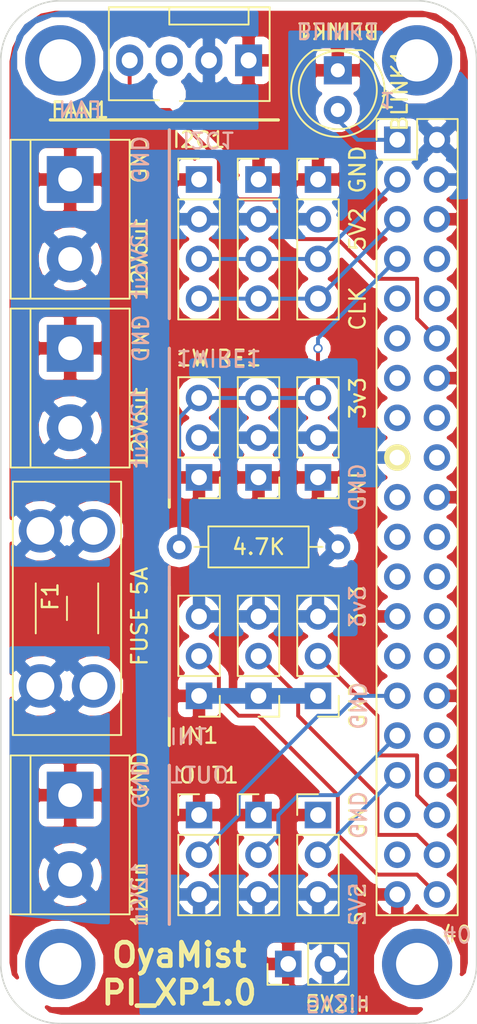
<source format=kicad_pcb>
(kicad_pcb (version 4) (host pcbnew 4.0.2-stable)

  (general
    (links 63)
    (no_connects 0)
    (area 75.642857 64.135 135.635 141.765001)
    (thickness 1.6)
    (drawings 69)
    (tracks 65)
    (zones 0)
    (modules 25)
    (nets 37)
  )

  (page A4)
  (layers
    (0 F.Cu signal)
    (31 B.Cu signal)
    (32 B.Adhes user hide)
    (33 F.Adhes user hide)
    (34 B.Paste user hide)
    (35 F.Paste user hide)
    (36 B.SilkS user)
    (37 F.SilkS user)
    (38 B.Mask user)
    (39 F.Mask user)
    (40 Dwgs.User user hide)
    (41 Cmts.User user hide)
    (42 Eco1.User user hide)
    (43 Eco2.User user hide)
    (44 Edge.Cuts user)
    (45 Margin user hide)
    (46 B.CrtYd user hide)
    (47 F.CrtYd user)
    (48 B.Fab user)
    (49 F.Fab user)
  )

  (setup
    (last_trace_width 0.25)
    (trace_clearance 0.2)
    (zone_clearance 0.508)
    (zone_45_only yes)
    (trace_min 0.2)
    (segment_width 0.2)
    (edge_width 0.1)
    (via_size 0.6)
    (via_drill 0.4)
    (via_min_size 0.4)
    (via_min_drill 0.3)
    (uvia_size 0.3)
    (uvia_drill 0.1)
    (uvias_allowed no)
    (uvia_min_size 0.2)
    (uvia_min_drill 0.1)
    (pcb_text_width 0.3)
    (pcb_text_size 1.5 1.5)
    (mod_edge_width 0.15)
    (mod_text_size 1 1)
    (mod_text_width 0.15)
    (pad_size 1.7 1.7)
    (pad_drill 1)
    (pad_to_mask_clearance 0)
    (aux_axis_origin 0 0)
    (visible_elements 7FFCEF7F)
    (pcbplotparams
      (layerselection 0x00030_80000001)
      (usegerberextensions false)
      (excludeedgelayer true)
      (linewidth 0.100000)
      (plotframeref false)
      (viasonmask false)
      (mode 1)
      (useauxorigin false)
      (hpglpennumber 1)
      (hpglpenspeed 20)
      (hpglpendiameter 15)
      (hpglpenoverlay 2)
      (psnegative false)
      (psa4output false)
      (plotreference true)
      (plotvalue true)
      (plotinvisibletext false)
      (padsonsilk false)
      (subtractmaskfromsilk false)
      (outputformat 1)
      (mirror false)
      (drillshape 1)
      (scaleselection 1)
      (outputdirectory ""))
  )

  (net 0 "")
  (net 1 I2C_DAT)
  (net 2 I2C_CLK)
  (net 3 PI3V3)
  (net 4 1_WIRE)
  (net 5 TXD)
  (net 6 RXD)
  (net 7 PI11)
  (net 8 PWM)
  (net 9 PI13)
  (net 10 PI15)
  (net 11 PI16)
  (net 12 PI18)
  (net 13 MOSI)
  (net 14 MISO)
  (net 15 PI22)
  (net 16 SCLK)
  (net 17 CE0)
  (net 18 CE1)
  (net 19 ID_SD)
  (net 20 ID_SC)
  (net 21 OUTPUT1)
  (net 22 OUTPUT3)
  (net 23 OUTPUT2)
  (net 24 INPUT1)
  (net 25 INPUT2)
  (net 26 INPUT3)
  (net 27 V12)
  (net 28 GND)
  (net 29 TACH)
  (net 30 5V2)
  (net 31 V12IN)
  (net 32 GND_NC)
  (net 33 PI32)
  (net 34 PI35)
  (net 35 PI37)
  (net 36 PI3V3_LED)

  (net_class Default "This is the default net class."
    (clearance 0.2)
    (trace_width 0.25)
    (via_dia 0.6)
    (via_drill 0.4)
    (uvia_dia 0.3)
    (uvia_drill 0.1)
    (add_net 1_WIRE)
    (add_net CE0)
    (add_net CE1)
    (add_net GND_NC)
    (add_net I2C_CLK)
    (add_net I2C_DAT)
    (add_net ID_SC)
    (add_net ID_SD)
    (add_net INPUT1)
    (add_net INPUT2)
    (add_net INPUT3)
    (add_net MISO)
    (add_net MOSI)
    (add_net OUTPUT1)
    (add_net OUTPUT2)
    (add_net OUTPUT3)
    (add_net PI11)
    (add_net PI13)
    (add_net PI15)
    (add_net PI16)
    (add_net PI18)
    (add_net PI22)
    (add_net PI32)
    (add_net PI35)
    (add_net PI37)
    (add_net PI3V3_LED)
    (add_net PWM)
    (add_net RXD)
    (add_net SCLK)
    (add_net TACH)
    (add_net TXD)
  )

  (net_class PWR1A ""
    (clearance 0.4)
    (trace_width 0.4)
    (via_dia 0.6)
    (via_drill 0.4)
    (uvia_dia 0.3)
    (uvia_drill 0.1)
    (add_net PI3V3)
  )

  (net_class PWR2A ""
    (clearance 0.5)
    (trace_width 1)
    (via_dia 0.6)
    (via_drill 0.4)
    (uvia_dia 0.3)
    (uvia_drill 0.1)
    (add_net 5V2)
    (add_net GND)
    (add_net V12)
    (add_net V12IN)
  )

  (module Mounting_Holes:MountingHole_2.7mm_M2.5_ISO14580_Pad (layer F.Cu) (tedit 5AD3FC05) (tstamp 5AD3F639)
    (at 92.075 73.66)
    (descr "Mounting Hole 2.7mm, M2.5, ISO14580")
    (tags "mounting hole 2.7mm m2.5 iso14580")
    (attr virtual)
    (fp_text reference REF** (at 0 -3.25) (layer F.SilkS) hide
      (effects (font (size 1 1) (thickness 0.15)))
    )
    (fp_text value MountingHole_2.7mm_M2.5_ISO14580_Pad (at 0 3.25) (layer F.Fab)
      (effects (font (size 1 1) (thickness 0.15)))
    )
    (fp_text user %R (at 0.3 0) (layer F.Fab) hide
      (effects (font (size 1 1) (thickness 0.15)))
    )
    (fp_circle (center 0 0) (end 2.25 0) (layer Cmts.User) (width 0.15))
    (fp_circle (center 0 0) (end 2.5 0) (layer F.CrtYd) (width 0.05))
    (pad 1 thru_hole circle (at 0 0) (size 4.5 4.5) (drill 2.7) (layers *.Cu *.Mask))
  )

  (module Mounting_Holes:MountingHole_2.7mm_M2.5_ISO14580_Pad (layer F.Cu) (tedit 5AD3FC17) (tstamp 5AD3F630)
    (at 92.075 131.445)
    (descr "Mounting Hole 2.7mm, M2.5, ISO14580")
    (tags "mounting hole 2.7mm m2.5 iso14580")
    (attr virtual)
    (fp_text reference REF** (at 0 -3.25) (layer F.SilkS) hide
      (effects (font (size 1 1) (thickness 0.15)))
    )
    (fp_text value MountingHole_2.7mm_M2.5_ISO14580_Pad (at 0 3.25) (layer F.Fab)
      (effects (font (size 1 1) (thickness 0.15)))
    )
    (fp_text user %R (at 0.3 0) (layer F.Fab) hide
      (effects (font (size 1 1) (thickness 0.15)))
    )
    (fp_circle (center 0 0) (end 2.25 0) (layer Cmts.User) (width 0.15))
    (fp_circle (center 0 0) (end 2.5 0) (layer F.CrtYd) (width 0.05))
    (pad 1 thru_hole circle (at 0 0) (size 4.5 4.5) (drill 2.7) (layers *.Cu *.Mask))
  )

  (module Mounting_Holes:MountingHole_2.7mm_M2.5_ISO14580_Pad (layer F.Cu) (tedit 5AD3FC11) (tstamp 5AD3F627)
    (at 114.935 131.445)
    (descr "Mounting Hole 2.7mm, M2.5, ISO14580")
    (tags "mounting hole 2.7mm m2.5 iso14580")
    (attr virtual)
    (fp_text reference REF** (at 0 -3.25) (layer F.SilkS) hide
      (effects (font (size 1 1) (thickness 0.15)))
    )
    (fp_text value MountingHole_2.7mm_M2.5_ISO14580_Pad (at 0 3.25) (layer F.Fab)
      (effects (font (size 1 1) (thickness 0.15)))
    )
    (fp_text user %R (at 0.3 0) (layer F.Fab) hide
      (effects (font (size 1 1) (thickness 0.15)))
    )
    (fp_circle (center 0 0) (end 2.25 0) (layer Cmts.User) (width 0.15))
    (fp_circle (center 0 0) (end 2.5 0) (layer F.CrtYd) (width 0.05))
    (pad 1 thru_hole circle (at 0 0) (size 4.5 4.5) (drill 2.7) (layers *.Cu *.Mask))
  )

  (module Pin_Headers:Pin_Header_Straight_1x03_Pitch2.54mm (layer F.Cu) (tedit 5AD671FC) (tstamp 5AD15A03)
    (at 100.965 121.92)
    (descr "Through hole straight pin header, 1x03, 2.54mm pitch, single row")
    (tags "Through hole pin header THT 1x03 2.54mm single row")
    (path /5AD14EA8)
    (fp_text reference OUT1 (at 0.635 -2.54 180) (layer F.SilkS)
      (effects (font (size 1 1) (thickness 0.15)))
    )
    (fp_text value CONN_01X03 (at 0 7.41) (layer F.Fab) hide
      (effects (font (size 1 1) (thickness 0.15)))
    )
    (fp_line (start -0.635 -1.27) (end 1.27 -1.27) (layer F.Fab) (width 0.1))
    (fp_line (start 1.27 -1.27) (end 1.27 6.35) (layer F.Fab) (width 0.1))
    (fp_line (start 1.27 6.35) (end -1.27 6.35) (layer F.Fab) (width 0.1))
    (fp_line (start -1.27 6.35) (end -1.27 -0.635) (layer F.Fab) (width 0.1))
    (fp_line (start -1.27 -0.635) (end -0.635 -1.27) (layer F.Fab) (width 0.1))
    (fp_line (start -1.33 6.41) (end 1.33 6.41) (layer F.SilkS) (width 0.12))
    (fp_line (start -1.33 1.27) (end -1.33 6.41) (layer F.SilkS) (width 0.12))
    (fp_line (start 1.33 1.27) (end 1.33 6.41) (layer F.SilkS) (width 0.12))
    (fp_line (start -1.33 1.27) (end 1.33 1.27) (layer F.SilkS) (width 0.12))
    (fp_line (start -1.33 0) (end -1.33 -1.33) (layer F.SilkS) (width 0.12))
    (fp_line (start -1.33 -1.33) (end 0 -1.33) (layer F.SilkS) (width 0.12))
    (fp_line (start -1.8 -1.8) (end -1.8 6.85) (layer F.CrtYd) (width 0.05))
    (fp_line (start -1.8 6.85) (end 1.8 6.85) (layer F.CrtYd) (width 0.05))
    (fp_line (start 1.8 6.85) (end 1.8 -1.8) (layer F.CrtYd) (width 0.05))
    (fp_line (start 1.8 -1.8) (end -1.8 -1.8) (layer F.CrtYd) (width 0.05))
    (fp_text user %R (at 0 2.54 90) (layer F.Fab)
      (effects (font (size 1 1) (thickness 0.15)))
    )
    (pad 1 thru_hole rect (at 0 0) (size 1.7 1.7) (drill 1) (layers *.Cu *.Mask)
      (net 28 GND) (clearance -0.5))
    (pad 2 thru_hole oval (at 0 2.54) (size 1.7 1.7) (drill 1) (layers *.Cu *.Mask)
      (net 21 OUTPUT1))
    (pad 3 thru_hole oval (at 0 5.08) (size 1.7 1.7) (drill 1) (layers *.Cu *.Mask)
      (net 30 5V2) (clearance -0.5))
    (model ${KISYS3DMOD}/Pin_Headers.3dshapes/Pin_Header_Straight_1x03_Pitch2.54mm.wrl
      (at (xyz 0 0 0))
      (scale (xyz 1 1 1))
      (rotate (xyz 0 0 0))
    )
  )

  (module Pin_Headers:Pin_Header_Straight_2x20_Pitch2.54mm (layer F.Cu) (tedit 5AD6702F) (tstamp 5AD0DBE4)
    (at 113.665 78.74)
    (descr "Through hole straight pin header, 2x20, 2.54mm pitch, double rows")
    (tags "Through hole pin header THT 2x20 2.54mm double row")
    (path /5AD0C205)
    (fp_text reference PI_GPIO1 (at 1.27 -2.33) (layer F.SilkS) hide
      (effects (font (size 1 1) (thickness 0.15)))
    )
    (fp_text value CONN_02X20 (at 1.27 50.59) (layer F.Fab) hide
      (effects (font (size 1 1) (thickness 0.15)))
    )
    (fp_line (start 0 -1.27) (end 3.81 -1.27) (layer F.Fab) (width 0.1))
    (fp_line (start 3.81 -1.27) (end 3.81 49.53) (layer F.Fab) (width 0.1))
    (fp_line (start 3.81 49.53) (end -1.27 49.53) (layer F.Fab) (width 0.1))
    (fp_line (start -1.27 49.53) (end -1.27 0) (layer F.Fab) (width 0.1))
    (fp_line (start -1.27 0) (end 0 -1.27) (layer F.Fab) (width 0.1))
    (fp_line (start -1.33 49.59) (end 3.87 49.59) (layer F.SilkS) (width 0.12))
    (fp_line (start -1.33 1.27) (end -1.33 49.59) (layer F.SilkS) (width 0.12))
    (fp_line (start 3.87 -1.33) (end 3.87 49.59) (layer F.SilkS) (width 0.12))
    (fp_line (start -1.33 1.27) (end 1.27 1.27) (layer F.SilkS) (width 0.12))
    (fp_line (start 1.27 1.27) (end 1.27 -1.33) (layer F.SilkS) (width 0.12))
    (fp_line (start 1.27 -1.33) (end 3.87 -1.33) (layer F.SilkS) (width 0.12))
    (fp_line (start -1.33 0) (end -1.33 -1.33) (layer F.SilkS) (width 0.12))
    (fp_line (start -1.33 -1.33) (end 0 -1.33) (layer F.SilkS) (width 0.12))
    (fp_line (start -1.8 -1.8) (end -1.8 50.05) (layer F.CrtYd) (width 0.05))
    (fp_line (start -1.8 50.05) (end 4.35 50.05) (layer F.CrtYd) (width 0.05))
    (fp_line (start 4.35 50.05) (end 4.35 -1.8) (layer F.CrtYd) (width 0.05))
    (fp_line (start 4.35 -1.8) (end -1.8 -1.8) (layer F.CrtYd) (width 0.05))
    (fp_text user %R (at 1.27 24.13 90) (layer F.Fab)
      (effects (font (size 1 1) (thickness 0.15)))
    )
    (pad 1 thru_hole rect (at 0 0) (size 1.7 1.7) (drill 1) (layers *.Cu *.Mask)
      (net 36 PI3V3_LED))
    (pad 2 thru_hole circle (at 2.54 0) (size 1.7 1.7) (drill 1) (layers *.Cu *.Mask)
      (net 30 5V2))
    (pad 3 thru_hole oval (at 0 2.54) (size 1.7 1.7) (drill 1) (layers *.Cu *.Mask)
      (net 1 I2C_DAT))
    (pad 4 thru_hole oval (at 2.54 2.54) (size 1.7 1.7) (drill 1) (layers *.Cu *.Mask)
      (net 30 5V2))
    (pad 5 thru_hole oval (at 0 5.08) (size 1.7 1.7) (drill 1) (layers *.Cu *.Mask)
      (net 2 I2C_CLK))
    (pad 6 thru_hole oval (at 2.54 5.08) (size 1.7 1.7) (drill 1) (layers *.Cu *.Mask)
      (net 28 GND))
    (pad 7 thru_hole oval (at 0 7.62) (size 1.7 1.7) (drill 1) (layers *.Cu *.Mask)
      (net 4 1_WIRE))
    (pad 8 thru_hole oval (at 2.54 7.62) (size 1.7 1.7) (drill 1) (layers *.Cu *.Mask)
      (net 5 TXD))
    (pad 9 thru_hole oval (at 0 10.16) (size 1.7 1.7) (drill 1) (layers *.Cu *.Mask)
      (net 32 GND_NC))
    (pad 10 thru_hole oval (at 2.54 10.16) (size 1.7 1.7) (drill 1) (layers *.Cu *.Mask)
      (net 6 RXD))
    (pad 11 thru_hole oval (at 0 12.7) (size 1.7 1.7) (drill 1) (layers *.Cu *.Mask)
      (net 7 PI11))
    (pad 12 thru_hole oval (at 2.54 12.7) (size 1.7 1.7) (drill 1) (layers *.Cu *.Mask)
      (net 8 PWM))
    (pad 13 thru_hole oval (at 0 15.24) (size 1.7 1.7) (drill 1) (layers *.Cu *.Mask)
      (net 9 PI13))
    (pad 14 thru_hole oval (at 2.54 15.24) (size 1.7 1.7) (drill 1) (layers *.Cu *.Mask)
      (net 28 GND))
    (pad 15 thru_hole oval (at 0 17.78) (size 1.7 1.7) (drill 1) (layers *.Cu *.Mask)
      (net 10 PI15))
    (pad 16 thru_hole oval (at 2.54 17.78) (size 1.7 1.7) (drill 1) (layers *.Cu *.Mask)
      (net 11 PI16))
    (pad 17 thru_hole oval (at 0 20.32) (size 1.7 1.7) (drill 1) (layers *.Cu *.Mask F.SilkS)
      (net 3 PI3V3))
    (pad 18 thru_hole oval (at 2.54 20.32) (size 1.7 1.7) (drill 1) (layers *.Cu *.Mask)
      (net 12 PI18))
    (pad 19 thru_hole oval (at 0 22.86) (size 1.7 1.7) (drill 1) (layers *.Cu *.Mask)
      (net 13 MOSI))
    (pad 20 thru_hole oval (at 2.54 22.86) (size 1.7 1.7) (drill 1) (layers *.Cu *.Mask)
      (net 28 GND))
    (pad 21 thru_hole oval (at 0 25.4) (size 1.7 1.7) (drill 1) (layers *.Cu *.Mask)
      (net 14 MISO))
    (pad 22 thru_hole oval (at 2.54 25.4) (size 1.7 1.7) (drill 1) (layers *.Cu *.Mask)
      (net 15 PI22))
    (pad 23 thru_hole oval (at 0 27.94) (size 1.7 1.7) (drill 1) (layers *.Cu *.Mask)
      (net 16 SCLK))
    (pad 24 thru_hole oval (at 2.54 27.94) (size 1.7 1.7) (drill 1) (layers *.Cu *.Mask)
      (net 17 CE0))
    (pad 25 thru_hole oval (at 0 30.48) (size 1.7 1.7) (drill 1) (layers *.Cu *.Mask)
      (net 28 GND))
    (pad 26 thru_hole oval (at 2.54 30.48) (size 1.7 1.7) (drill 1) (layers *.Cu *.Mask)
      (net 18 CE1))
    (pad 27 thru_hole oval (at 0 33.02) (size 1.7 1.7) (drill 1) (layers *.Cu *.Mask)
      (net 19 ID_SD))
    (pad 28 thru_hole oval (at 2.54 33.02) (size 1.7 1.7) (drill 1) (layers *.Cu *.Mask)
      (net 20 ID_SC))
    (pad 29 thru_hole oval (at 0 35.56) (size 1.7 1.7) (drill 1) (layers *.Cu *.Mask)
      (net 21 OUTPUT1))
    (pad 30 thru_hole oval (at 2.54 35.56) (size 1.7 1.7) (drill 1) (layers *.Cu *.Mask)
      (net 28 GND))
    (pad 31 thru_hole oval (at 0 38.1) (size 1.7 1.7) (drill 1) (layers *.Cu *.Mask)
      (net 23 OUTPUT2))
    (pad 32 thru_hole oval (at 2.54 38.1) (size 1.7 1.7) (drill 1) (layers *.Cu *.Mask)
      (net 33 PI32))
    (pad 33 thru_hole oval (at 0 40.64) (size 1.7 1.7) (drill 1) (layers *.Cu *.Mask)
      (net 22 OUTPUT3))
    (pad 34 thru_hole oval (at 2.54 40.64) (size 1.7 1.7) (drill 1) (layers *.Cu *.Mask)
      (net 28 GND) (clearance -0.5))
    (pad 35 thru_hole oval (at 0 43.18) (size 1.7 1.7) (drill 1) (layers *.Cu *.Mask)
      (net 34 PI35))
    (pad 36 thru_hole oval (at 2.54 43.18) (size 1.7 1.7) (drill 1) (layers *.Cu *.Mask)
      (net 26 INPUT3))
    (pad 37 thru_hole oval (at 0 45.72) (size 1.7 1.7) (drill 1) (layers *.Cu *.Mask)
      (net 35 PI37))
    (pad 38 thru_hole oval (at 2.54 45.72) (size 1.7 1.7) (drill 1) (layers *.Cu *.Mask)
      (net 25 INPUT2))
    (pad 39 thru_hole oval (at 0 48.26) (size 1.7 1.7) (drill 1) (layers *.Cu *.Mask)
      (net 28 GND) (clearance -0.5))
    (pad 40 thru_hole oval (at 2.54 48.26) (size 1.7 1.7) (drill 1) (layers *.Cu *.Mask)
      (net 24 INPUT1))
    (model ${KISYS3DMOD}/Pin_Headers.3dshapes/Pin_Header_Straight_2x20_Pitch2.54mm.wrl
      (at (xyz 0 0 0))
      (scale (xyz 1 1 1))
      (rotate (xyz 0 0 0))
    )
  )

  (module Pin_Headers:Pin_Header_Straight_1x04_Pitch2.54mm (layer F.Cu) (tedit 5AD6709B) (tstamp 5AD0DBA6)
    (at 100.965 81.28)
    (descr "Through hole straight pin header, 1x04, 2.54mm pitch, single row")
    (tags "Through hole pin header THT 1x04 2.54mm single row")
    (path /5AD0BCB4)
    (fp_text reference I2C1 (at 0 -2.54) (layer F.SilkS)
      (effects (font (size 1 1) (thickness 0.15)))
    )
    (fp_text value CONN_01X04 (at 2.54 3.81 90) (layer F.Fab) hide
      (effects (font (size 1 1) (thickness 0.15)))
    )
    (fp_line (start -0.635 -1.27) (end 1.27 -1.27) (layer F.Fab) (width 0.1))
    (fp_line (start 1.27 -1.27) (end 1.27 8.89) (layer F.Fab) (width 0.1))
    (fp_line (start 1.27 8.89) (end -1.27 8.89) (layer F.Fab) (width 0.1))
    (fp_line (start -1.27 8.89) (end -1.27 -0.635) (layer F.Fab) (width 0.1))
    (fp_line (start -1.27 -0.635) (end -0.635 -1.27) (layer F.Fab) (width 0.1))
    (fp_line (start -1.33 8.95) (end 1.33 8.95) (layer F.SilkS) (width 0.12))
    (fp_line (start -1.33 1.27) (end -1.33 8.95) (layer F.SilkS) (width 0.12))
    (fp_line (start 1.33 1.27) (end 1.33 8.95) (layer F.SilkS) (width 0.12))
    (fp_line (start -1.33 1.27) (end 1.33 1.27) (layer F.SilkS) (width 0.12))
    (fp_line (start -1.33 0) (end -1.33 -1.33) (layer F.SilkS) (width 0.12))
    (fp_line (start -1.33 -1.33) (end 0 -1.33) (layer F.SilkS) (width 0.12))
    (fp_line (start -1.8 -1.8) (end -1.8 9.4) (layer F.CrtYd) (width 0.05))
    (fp_line (start -1.8 9.4) (end 1.8 9.4) (layer F.CrtYd) (width 0.05))
    (fp_line (start 1.8 9.4) (end 1.8 -1.8) (layer F.CrtYd) (width 0.05))
    (fp_line (start 1.8 -1.8) (end -1.8 -1.8) (layer F.CrtYd) (width 0.05))
    (fp_text user %R (at 0 3.81 90) (layer F.Fab)
      (effects (font (size 1 1) (thickness 0.15)))
    )
    (pad 1 thru_hole rect (at 0 0) (size 1.7 1.7) (drill 1) (layers *.Cu *.Mask)
      (net 28 GND) (clearance -0.5))
    (pad 2 thru_hole oval (at 0 2.54) (size 1.7 1.7) (drill 1) (layers *.Cu *.Mask)
      (net 30 5V2) (clearance -0.5))
    (pad 3 thru_hole oval (at 0 5.08) (size 1.7 1.7) (drill 1) (layers *.Cu *.Mask)
      (net 1 I2C_DAT))
    (pad 4 thru_hole oval (at 0 7.62) (size 1.7 1.7) (drill 1) (layers *.Cu *.Mask)
      (net 2 I2C_CLK))
    (model ${KISYS3DMOD}/Pin_Headers.3dshapes/Pin_Header_Straight_1x04_Pitch2.54mm.wrl
      (at (xyz 0 0 0))
      (scale (xyz 1 1 1))
      (rotate (xyz 0 0 0))
    )
  )

  (module Pin_Headers:Pin_Header_Straight_1x04_Pitch2.54mm (layer F.Cu) (tedit 5AD6708F) (tstamp 5AD0E25F)
    (at 104.775 81.28)
    (descr "Through hole straight pin header, 1x04, 2.54mm pitch, single row")
    (tags "Through hole pin header THT 1x04 2.54mm single row")
    (path /5AD0E55A)
    (fp_text reference I2C2 (at 0 -2.54) (layer F.SilkS) hide
      (effects (font (size 1 1) (thickness 0.15)))
    )
    (fp_text value CONN_01X04 (at 2.54 3.81 90) (layer F.Fab) hide
      (effects (font (size 1 1) (thickness 0.15)))
    )
    (fp_line (start -0.635 -1.27) (end 1.27 -1.27) (layer F.Fab) (width 0.1))
    (fp_line (start 1.27 -1.27) (end 1.27 8.89) (layer F.Fab) (width 0.1))
    (fp_line (start 1.27 8.89) (end -1.27 8.89) (layer F.Fab) (width 0.1))
    (fp_line (start -1.27 8.89) (end -1.27 -0.635) (layer F.Fab) (width 0.1))
    (fp_line (start -1.27 -0.635) (end -0.635 -1.27) (layer F.Fab) (width 0.1))
    (fp_line (start -1.33 8.95) (end 1.33 8.95) (layer F.SilkS) (width 0.12))
    (fp_line (start -1.33 1.27) (end -1.33 8.95) (layer F.SilkS) (width 0.12))
    (fp_line (start 1.33 1.27) (end 1.33 8.95) (layer F.SilkS) (width 0.12))
    (fp_line (start -1.33 1.27) (end 1.33 1.27) (layer F.SilkS) (width 0.12))
    (fp_line (start -1.33 0) (end -1.33 -1.33) (layer F.SilkS) (width 0.12))
    (fp_line (start -1.33 -1.33) (end 0 -1.33) (layer F.SilkS) (width 0.12))
    (fp_line (start -1.8 -1.8) (end -1.8 9.4) (layer F.CrtYd) (width 0.05))
    (fp_line (start -1.8 9.4) (end 1.8 9.4) (layer F.CrtYd) (width 0.05))
    (fp_line (start 1.8 9.4) (end 1.8 -1.8) (layer F.CrtYd) (width 0.05))
    (fp_line (start 1.8 -1.8) (end -1.8 -1.8) (layer F.CrtYd) (width 0.05))
    (fp_text user %R (at 0 3.81 90) (layer F.Fab)
      (effects (font (size 1 1) (thickness 0.15)))
    )
    (pad 1 thru_hole rect (at 0 0) (size 1.7 1.7) (drill 1) (layers *.Cu *.Mask)
      (net 28 GND) (clearance -0.5))
    (pad 2 thru_hole oval (at 0 2.54) (size 1.7 1.7) (drill 1) (layers *.Cu *.Mask)
      (net 30 5V2) (clearance -0.5))
    (pad 3 thru_hole oval (at 0 5.08) (size 1.7 1.7) (drill 1) (layers *.Cu *.Mask)
      (net 1 I2C_DAT))
    (pad 4 thru_hole oval (at 0 7.62) (size 1.7 1.7) (drill 1) (layers *.Cu *.Mask)
      (net 2 I2C_CLK))
    (model ${KISYS3DMOD}/Pin_Headers.3dshapes/Pin_Header_Straight_1x04_Pitch2.54mm.wrl
      (at (xyz 0 0 0))
      (scale (xyz 1 1 1))
      (rotate (xyz 0 0 0))
    )
  )

  (module Pin_Headers:Pin_Header_Straight_1x04_Pitch2.54mm (layer F.Cu) (tedit 5AD6568B) (tstamp 5AD153B7)
    (at 108.585 81.28)
    (descr "Through hole straight pin header, 1x04, 2.54mm pitch, single row")
    (tags "Through hole pin header THT 1x04 2.54mm single row")
    (path /5AD14C4B)
    (fp_text reference I2C3 (at 0 10.16) (layer F.SilkS) hide
      (effects (font (size 1 1) (thickness 0.15)))
    )
    (fp_text value CONN_01X04 (at 0 9.95) (layer F.Fab) hide
      (effects (font (size 1 1) (thickness 0.15)))
    )
    (fp_line (start -0.635 -1.27) (end 1.27 -1.27) (layer F.Fab) (width 0.1))
    (fp_line (start 1.27 -1.27) (end 1.27 8.89) (layer F.Fab) (width 0.1))
    (fp_line (start 1.27 8.89) (end -1.27 8.89) (layer F.Fab) (width 0.1))
    (fp_line (start -1.27 8.89) (end -1.27 -0.635) (layer F.Fab) (width 0.1))
    (fp_line (start -1.27 -0.635) (end -0.635 -1.27) (layer F.Fab) (width 0.1))
    (fp_line (start -1.33 8.95) (end 1.33 8.95) (layer F.SilkS) (width 0.12))
    (fp_line (start -1.33 1.27) (end -1.33 8.95) (layer F.SilkS) (width 0.12))
    (fp_line (start 1.33 1.27) (end 1.33 8.95) (layer F.SilkS) (width 0.12))
    (fp_line (start -1.33 1.27) (end 1.33 1.27) (layer F.SilkS) (width 0.12))
    (fp_line (start -1.33 0) (end -1.33 -1.33) (layer F.SilkS) (width 0.12))
    (fp_line (start -1.33 -1.33) (end 0 -1.33) (layer F.SilkS) (width 0.12))
    (fp_line (start -1.8 -1.8) (end -1.8 9.4) (layer F.CrtYd) (width 0.05))
    (fp_line (start -1.8 9.4) (end 1.8 9.4) (layer F.CrtYd) (width 0.05))
    (fp_line (start 1.8 9.4) (end 1.8 -1.8) (layer F.CrtYd) (width 0.05))
    (fp_line (start 1.8 -1.8) (end -1.8 -1.8) (layer F.CrtYd) (width 0.05))
    (fp_text user %R (at 0 3.81 90) (layer F.Fab)
      (effects (font (size 1 1) (thickness 0.15)))
    )
    (pad 1 thru_hole rect (at 0 0) (size 1.7 1.7) (drill 1) (layers *.Cu *.Mask)
      (net 28 GND))
    (pad 2 thru_hole oval (at 0 2.54) (size 1.7 1.7) (drill 1) (layers *.Cu *.Mask)
      (net 30 5V2) (clearance -1))
    (pad 3 thru_hole oval (at 0 5.08) (size 1.7 1.7) (drill 1) (layers *.Cu *.Mask)
      (net 1 I2C_DAT))
    (pad 4 thru_hole oval (at 0 7.62) (size 1.7 1.7) (drill 1) (layers *.Cu *.Mask)
      (net 2 I2C_CLK))
    (model ${KISYS3DMOD}/Pin_Headers.3dshapes/Pin_Header_Straight_1x04_Pitch2.54mm.wrl
      (at (xyz 0 0 0))
      (scale (xyz 1 1 1))
      (rotate (xyz 0 0 0))
    )
  )

  (module Resistors_ThroughHole:R_Axial_DIN0207_L6.3mm_D2.5mm_P10.16mm_Horizontal (layer F.Cu) (tedit 5AD369EB) (tstamp 5AD154A2)
    (at 109.855 104.775 180)
    (descr "Resistor, Axial_DIN0207 series, Axial, Horizontal, pin pitch=10.16mm, 0.25W = 1/4W, length*diameter=6.3*2.5mm^2, http://cdn-reichelt.de/documents/datenblatt/B400/1_4W%23YAG.pdf")
    (tags "Resistor Axial_DIN0207 series Axial Horizontal pin pitch 10.16mm 0.25W = 1/4W length 6.3mm diameter 2.5mm")
    (path /5AD149D6)
    (fp_text reference R1 (at 5.08 0 180) (layer F.SilkS) hide
      (effects (font (size 1 1) (thickness 0.15)))
    )
    (fp_text value 4.7K (at 5.08 2.31 180) (layer F.Fab)
      (effects (font (size 1 1) (thickness 0.15)))
    )
    (fp_line (start 1.93 -1.25) (end 1.93 1.25) (layer F.Fab) (width 0.1))
    (fp_line (start 1.93 1.25) (end 8.23 1.25) (layer F.Fab) (width 0.1))
    (fp_line (start 8.23 1.25) (end 8.23 -1.25) (layer F.Fab) (width 0.1))
    (fp_line (start 8.23 -1.25) (end 1.93 -1.25) (layer F.Fab) (width 0.1))
    (fp_line (start 0 0) (end 1.93 0) (layer F.Fab) (width 0.1))
    (fp_line (start 10.16 0) (end 8.23 0) (layer F.Fab) (width 0.1))
    (fp_line (start 1.87 -1.31) (end 1.87 1.31) (layer F.SilkS) (width 0.12))
    (fp_line (start 1.87 1.31) (end 8.29 1.31) (layer F.SilkS) (width 0.12))
    (fp_line (start 8.29 1.31) (end 8.29 -1.31) (layer F.SilkS) (width 0.12))
    (fp_line (start 8.29 -1.31) (end 1.87 -1.31) (layer F.SilkS) (width 0.12))
    (fp_line (start 0.98 0) (end 1.87 0) (layer F.SilkS) (width 0.12))
    (fp_line (start 9.18 0) (end 8.29 0) (layer F.SilkS) (width 0.12))
    (fp_line (start -1.05 -1.6) (end -1.05 1.6) (layer F.CrtYd) (width 0.05))
    (fp_line (start -1.05 1.6) (end 11.25 1.6) (layer F.CrtYd) (width 0.05))
    (fp_line (start 11.25 1.6) (end 11.25 -1.6) (layer F.CrtYd) (width 0.05))
    (fp_line (start 11.25 -1.6) (end -1.05 -1.6) (layer F.CrtYd) (width 0.05))
    (pad 1 thru_hole circle (at 0 0 180) (size 1.6 1.6) (drill 0.8) (layers *.Cu *.Mask)
      (net 3 PI3V3))
    (pad 2 thru_hole oval (at 10.16 0 180) (size 1.6 1.6) (drill 0.8) (layers *.Cu *.Mask)
      (net 4 1_WIRE))
    (model ${KISYS3DMOD}/Resistors_THT.3dshapes/R_Axial_DIN0207_L6.3mm_D2.5mm_P10.16mm_Horizontal.wrl
      (at (xyz 0 0 0))
      (scale (xyz 0.393701 0.393701 0.393701))
      (rotate (xyz 0 0 0))
    )
  )

  (module Pin_Headers:Pin_Header_Straight_1x03_Pitch2.54mm (layer F.Cu) (tedit 5AD670E8) (tstamp 5AD1595A)
    (at 100.965 100.33 180)
    (descr "Through hole straight pin header, 1x03, 2.54mm pitch, single row")
    (tags "Through hole pin header THT 1x03 2.54mm single row")
    (path /5AD145BD)
    (fp_text reference 1WIRE1 (at -1.27 7.62 180) (layer F.SilkS)
      (effects (font (size 1 1) (thickness 0.15)))
    )
    (fp_text value CONN_01X03 (at 0 7.41 180) (layer F.Fab) hide
      (effects (font (size 1 1) (thickness 0.15)))
    )
    (fp_line (start -0.635 -1.27) (end 1.27 -1.27) (layer F.Fab) (width 0.1))
    (fp_line (start 1.27 -1.27) (end 1.27 6.35) (layer F.Fab) (width 0.1))
    (fp_line (start 1.27 6.35) (end -1.27 6.35) (layer F.Fab) (width 0.1))
    (fp_line (start -1.27 6.35) (end -1.27 -0.635) (layer F.Fab) (width 0.1))
    (fp_line (start -1.27 -0.635) (end -0.635 -1.27) (layer F.Fab) (width 0.1))
    (fp_line (start -1.33 6.41) (end 1.33 6.41) (layer F.SilkS) (width 0.12))
    (fp_line (start -1.33 1.27) (end -1.33 6.41) (layer F.SilkS) (width 0.12))
    (fp_line (start 1.33 1.27) (end 1.33 6.41) (layer F.SilkS) (width 0.12))
    (fp_line (start -1.33 1.27) (end 1.33 1.27) (layer F.SilkS) (width 0.12))
    (fp_line (start -1.33 0) (end -1.33 -1.33) (layer F.SilkS) (width 0.12))
    (fp_line (start -1.33 -1.33) (end 0 -1.33) (layer F.SilkS) (width 0.12))
    (fp_line (start -1.8 -1.8) (end -1.8 6.85) (layer F.CrtYd) (width 0.05))
    (fp_line (start -1.8 6.85) (end 1.8 6.85) (layer F.CrtYd) (width 0.05))
    (fp_line (start 1.8 6.85) (end 1.8 -1.8) (layer F.CrtYd) (width 0.05))
    (fp_line (start 1.8 -1.8) (end -1.8 -1.8) (layer F.CrtYd) (width 0.05))
    (fp_text user %R (at 0 2.54 270) (layer F.Fab)
      (effects (font (size 1 1) (thickness 0.15)))
    )
    (pad 1 thru_hole rect (at 0 0 180) (size 1.7 1.7) (drill 1) (layers *.Cu *.Mask)
      (net 28 GND) (clearance -0.5))
    (pad 2 thru_hole oval (at 0 2.54 180) (size 1.7 1.7) (drill 1) (layers *.Cu *.Mask)
      (net 3 PI3V3) (clearance -3))
    (pad 3 thru_hole oval (at 0 5.08 180) (size 1.7 1.7) (drill 1) (layers *.Cu *.Mask)
      (net 4 1_WIRE))
    (model ${KISYS3DMOD}/Pin_Headers.3dshapes/Pin_Header_Straight_1x03_Pitch2.54mm.wrl
      (at (xyz 0 0 0))
      (scale (xyz 1 1 1))
      (rotate (xyz 0 0 0))
    )
  )

  (module Pin_Headers:Pin_Header_Straight_1x03_Pitch2.54mm (layer F.Cu) (tedit 5AD16331) (tstamp 5AD15971)
    (at 104.775 100.33 180)
    (descr "Through hole straight pin header, 1x03, 2.54mm pitch, single row")
    (tags "Through hole pin header THT 1x03 2.54mm single row")
    (path /5AD142D1)
    (fp_text reference 1WIRE2 (at 0 -2.33 180) (layer F.SilkS) hide
      (effects (font (size 1 1) (thickness 0.15)))
    )
    (fp_text value CONN_01X03 (at 0 7.41 180) (layer F.Fab) hide
      (effects (font (size 1 1) (thickness 0.15)))
    )
    (fp_line (start -0.635 -1.27) (end 1.27 -1.27) (layer F.Fab) (width 0.1))
    (fp_line (start 1.27 -1.27) (end 1.27 6.35) (layer F.Fab) (width 0.1))
    (fp_line (start 1.27 6.35) (end -1.27 6.35) (layer F.Fab) (width 0.1))
    (fp_line (start -1.27 6.35) (end -1.27 -0.635) (layer F.Fab) (width 0.1))
    (fp_line (start -1.27 -0.635) (end -0.635 -1.27) (layer F.Fab) (width 0.1))
    (fp_line (start -1.33 6.41) (end 1.33 6.41) (layer F.SilkS) (width 0.12))
    (fp_line (start -1.33 1.27) (end -1.33 6.41) (layer F.SilkS) (width 0.12))
    (fp_line (start 1.33 1.27) (end 1.33 6.41) (layer F.SilkS) (width 0.12))
    (fp_line (start -1.33 1.27) (end 1.33 1.27) (layer F.SilkS) (width 0.12))
    (fp_line (start -1.33 0) (end -1.33 -1.33) (layer F.SilkS) (width 0.12))
    (fp_line (start -1.33 -1.33) (end 0 -1.33) (layer F.SilkS) (width 0.12))
    (fp_line (start -1.8 -1.8) (end -1.8 6.85) (layer F.CrtYd) (width 0.05))
    (fp_line (start -1.8 6.85) (end 1.8 6.85) (layer F.CrtYd) (width 0.05))
    (fp_line (start 1.8 6.85) (end 1.8 -1.8) (layer F.CrtYd) (width 0.05))
    (fp_line (start 1.8 -1.8) (end -1.8 -1.8) (layer F.CrtYd) (width 0.05))
    (fp_text user %R (at 0 2.54 270) (layer F.Fab)
      (effects (font (size 1 1) (thickness 0.15)))
    )
    (pad 1 thru_hole rect (at 0 0 180) (size 1.7 1.7) (drill 1) (layers *.Cu *.Mask)
      (net 28 GND))
    (pad 2 thru_hole oval (at 0 2.54 180) (size 1.7 1.7) (drill 1) (layers *.Cu *.Mask)
      (net 3 PI3V3))
    (pad 3 thru_hole oval (at 0 5.08 180) (size 1.7 1.7) (drill 1) (layers *.Cu *.Mask)
      (net 4 1_WIRE))
    (model ${KISYS3DMOD}/Pin_Headers.3dshapes/Pin_Header_Straight_1x03_Pitch2.54mm.wrl
      (at (xyz 0 0 0))
      (scale (xyz 1 1 1))
      (rotate (xyz 0 0 0))
    )
  )

  (module Pin_Headers:Pin_Header_Straight_1x03_Pitch2.54mm (layer F.Cu) (tedit 5AD35B6C) (tstamp 5AD15988)
    (at 108.585 100.33 180)
    (descr "Through hole straight pin header, 1x03, 2.54mm pitch, single row")
    (tags "Through hole pin header THT 1x03 2.54mm single row")
    (path /5AD14625)
    (fp_text reference 1WIRE3 (at 0 -2.33 180) (layer F.SilkS) hide
      (effects (font (size 1 1) (thickness 0.15)))
    )
    (fp_text value CONN_01X03 (at 0 7.41 180) (layer F.Fab) hide
      (effects (font (size 1 1) (thickness 0.15)))
    )
    (fp_line (start -0.635 -1.27) (end 1.27 -1.27) (layer F.Fab) (width 0.1))
    (fp_line (start 1.27 -1.27) (end 1.27 6.35) (layer F.Fab) (width 0.1))
    (fp_line (start 1.27 6.35) (end -1.27 6.35) (layer F.Fab) (width 0.1))
    (fp_line (start -1.27 6.35) (end -1.27 -0.635) (layer F.Fab) (width 0.1))
    (fp_line (start -1.27 -0.635) (end -0.635 -1.27) (layer F.Fab) (width 0.1))
    (fp_line (start -1.33 6.41) (end 1.33 6.41) (layer F.SilkS) (width 0.12))
    (fp_line (start -1.33 1.27) (end -1.33 6.41) (layer F.SilkS) (width 0.12))
    (fp_line (start 1.33 1.27) (end 1.33 6.41) (layer F.SilkS) (width 0.12))
    (fp_line (start -1.33 1.27) (end 1.33 1.27) (layer F.SilkS) (width 0.12))
    (fp_line (start -1.33 0) (end -1.33 -1.33) (layer F.SilkS) (width 0.12))
    (fp_line (start -1.33 -1.33) (end 0 -1.33) (layer F.SilkS) (width 0.12))
    (fp_line (start -1.8 -1.8) (end -1.8 6.85) (layer F.CrtYd) (width 0.05))
    (fp_line (start -1.8 6.85) (end 1.8 6.85) (layer F.CrtYd) (width 0.05))
    (fp_line (start 1.8 6.85) (end 1.8 -1.8) (layer F.CrtYd) (width 0.05))
    (fp_line (start 1.8 -1.8) (end -1.8 -1.8) (layer F.CrtYd) (width 0.05))
    (fp_text user %R (at 0 2.54 270) (layer F.Fab)
      (effects (font (size 1 1) (thickness 0.15)))
    )
    (pad 1 thru_hole rect (at 0 0 180) (size 1.7 1.7) (drill 1) (layers *.Cu *.Mask)
      (net 28 GND))
    (pad 2 thru_hole oval (at 0 2.54 180) (size 1.7 1.7) (drill 1) (layers *.Cu *.Mask)
      (net 3 PI3V3))
    (pad 3 thru_hole oval (at 0 5.08 180) (size 1.7 1.7) (drill 1) (layers *.Cu *.Mask)
      (net 4 1_WIRE))
    (model ${KISYS3DMOD}/Pin_Headers.3dshapes/Pin_Header_Straight_1x03_Pitch2.54mm.wrl
      (at (xyz 0 0 0))
      (scale (xyz 1 1 1))
      (rotate (xyz 0 0 0))
    )
  )

  (module Connect:Fan_Pin_Header_Straight_1x04 (layer F.Cu) (tedit 5AD67A26) (tstamp 5AD159A7)
    (at 104.14 73.66 270)
    (descr "4-pin CPU fan Through hole pin header")
    (tags "pin header 4-pin CPU fan")
    (path /5AD174AD)
    (fp_text reference FAN1 (at 3.175 10.795 360) (layer F.SilkS)
      (effects (font (size 1 1) (thickness 0.15)))
    )
    (fp_text value CONN_01X04 (at 0 9.8 270) (layer F.Fab) hide
      (effects (font (size 1 1) (thickness 0.15)))
    )
    (fp_text user %R (at -2.54 6.985 360) (layer F.Fab)
      (effects (font (size 1 1) (thickness 0.15)))
    )
    (fp_line (start 2.6 -1.35) (end 2.6 4.4) (layer F.SilkS) (width 0.12))
    (fp_line (start 2.55 5.75) (end 2.55 8.95) (layer F.SilkS) (width 0.12))
    (fp_line (start 2.55 8.95) (end -3.4 8.95) (layer F.SilkS) (width 0.12))
    (fp_line (start -3.4 8.95) (end -3.4 -1.35) (layer F.SilkS) (width 0.12))
    (fp_line (start -3.4 -1.35) (end 2.6 -1.35) (layer F.SilkS) (width 0.12))
    (fp_line (start -3.3 5.1) (end -2.3 5.1) (layer F.Fab) (width 0.1))
    (fp_line (start -2.3 5.1) (end -2.3 0) (layer F.Fab) (width 0.1))
    (fp_line (start -2.3 0) (end -3.3 0) (layer F.Fab) (width 0.1))
    (fp_line (start 2.5 5.75) (end 2.5 8.85) (layer F.Fab) (width 0.1))
    (fp_line (start 2.5 8.85) (end -3.3 8.85) (layer F.Fab) (width 0.1))
    (fp_line (start -3.3 8.85) (end -3.3 -1.2) (layer F.Fab) (width 0.1))
    (fp_line (start -3.3 -1.2) (end -3.3 -1.25) (layer F.Fab) (width 0.1))
    (fp_line (start -3.3 -1.25) (end 2.5 -1.25) (layer F.Fab) (width 0.1))
    (fp_line (start 2.5 -1.25) (end 2.5 4.4) (layer F.Fab) (width 0.1))
    (fp_line (start -3.3 0) (end -2.29 0) (layer F.SilkS) (width 0.12))
    (fp_line (start -2.29 0) (end -2.29 5.08) (layer F.SilkS) (width 0.12))
    (fp_line (start -2.29 5.08) (end -3.3 5.08) (layer F.SilkS) (width 0.12))
    (fp_line (start -3.8 -1.75) (end 3.68 -1.75) (layer F.CrtYd) (width 0.05))
    (fp_line (start -3.8 -1.75) (end -3.8 9.35) (layer F.CrtYd) (width 0.05))
    (fp_line (start 3.68 9.35) (end 3.68 -1.75) (layer F.CrtYd) (width 0.05))
    (fp_line (start 3.68 9.35) (end -3.8 9.35) (layer F.CrtYd) (width 0.05))
    (pad 1 thru_hole rect (at 0 0 270) (size 2.03 1.73) (drill 1.02) (layers *.Cu *.Mask)
      (net 28 GND))
    (pad 2 thru_hole oval (at 0 2.54 270) (size 2.03 1.73) (drill 1.02) (layers *.Cu *.Mask)
      (net 27 V12))
    (pad 3 thru_hole oval (at 0 5.08 270) (size 2.03 1.73) (drill 1.02) (layers *.Cu *.Mask)
      (net 29 TACH))
    (pad 4 thru_hole oval (at 0 7.62 270) (size 2.03 1.73) (drill 1.02) (layers *.Cu *.Mask)
      (net 8 PWM))
    (pad "" np_thru_hole circle (at 2.16 5.08 270) (size 1.1 1.1) (drill 1.1) (layers *.Cu *.Mask))
    (model Connectors.3dshapes\Fan_Pin_Header_Straight_1x04.wrl
      (at (xyz 0 0 0))
      (scale (xyz 0.39 0.39 0.39))
      (rotate (xyz 0 0 -90))
    )
  )

  (module Pin_Headers:Pin_Header_Straight_1x03_Pitch2.54mm (layer F.Cu) (tedit 5AD66FB6) (tstamp 5AD159BE)
    (at 100.965 114.3 180)
    (descr "Through hole straight pin header, 1x03, 2.54mm pitch, single row")
    (tags "Through hole pin header THT 1x03 2.54mm single row")
    (path /5AD161E3)
    (fp_text reference IN1 (at 0 -2.54 180) (layer F.SilkS)
      (effects (font (size 1 1) (thickness 0.15)))
    )
    (fp_text value CONN_01X03 (at 0 7.41 180) (layer F.Fab) hide
      (effects (font (size 1 1) (thickness 0.15)))
    )
    (fp_line (start -0.635 -1.27) (end 1.27 -1.27) (layer F.Fab) (width 0.1))
    (fp_line (start 1.27 -1.27) (end 1.27 6.35) (layer F.Fab) (width 0.1))
    (fp_line (start 1.27 6.35) (end -1.27 6.35) (layer F.Fab) (width 0.1))
    (fp_line (start -1.27 6.35) (end -1.27 -0.635) (layer F.Fab) (width 0.1))
    (fp_line (start -1.27 -0.635) (end -0.635 -1.27) (layer F.Fab) (width 0.1))
    (fp_line (start -1.33 6.41) (end 1.33 6.41) (layer F.SilkS) (width 0.12))
    (fp_line (start -1.33 1.27) (end -1.33 6.41) (layer F.SilkS) (width 0.12))
    (fp_line (start 1.33 1.27) (end 1.33 6.41) (layer F.SilkS) (width 0.12))
    (fp_line (start -1.33 1.27) (end 1.33 1.27) (layer F.SilkS) (width 0.12))
    (fp_line (start -1.33 0) (end -1.33 -1.33) (layer F.SilkS) (width 0.12))
    (fp_line (start -1.33 -1.33) (end 0 -1.33) (layer F.SilkS) (width 0.12))
    (fp_line (start -1.8 -1.8) (end -1.8 6.85) (layer F.CrtYd) (width 0.05))
    (fp_line (start -1.8 6.85) (end 1.8 6.85) (layer F.CrtYd) (width 0.05))
    (fp_line (start 1.8 6.85) (end 1.8 -1.8) (layer F.CrtYd) (width 0.05))
    (fp_line (start 1.8 -1.8) (end -1.8 -1.8) (layer F.CrtYd) (width 0.05))
    (fp_text user %R (at 0 2.54 270) (layer F.Fab)
      (effects (font (size 1 1) (thickness 0.15)))
    )
    (pad 1 thru_hole rect (at 0 0 180) (size 1.7 1.7) (drill 1) (layers *.Cu *.Mask)
      (net 28 GND) (clearance -0.5))
    (pad 2 thru_hole oval (at 0 2.54 180) (size 1.7 1.7) (drill 1) (layers *.Cu *.Mask)
      (net 24 INPUT1))
    (pad 3 thru_hole oval (at 0 5.08 180) (size 1.7 1.7) (drill 1) (layers *.Cu *.Mask)
      (net 3 PI3V3))
    (model ${KISYS3DMOD}/Pin_Headers.3dshapes/Pin_Header_Straight_1x03_Pitch2.54mm.wrl
      (at (xyz 0 0 0))
      (scale (xyz 1 1 1))
      (rotate (xyz 0 0 0))
    )
  )

  (module Pin_Headers:Pin_Header_Straight_1x03_Pitch2.54mm (layer F.Cu) (tedit 5AD66FA5) (tstamp 5AD159D5)
    (at 104.775 114.3 180)
    (descr "Through hole straight pin header, 1x03, 2.54mm pitch, single row")
    (tags "Through hole pin header THT 1x03 2.54mm single row")
    (path /5AD161EC)
    (fp_text reference IN2 (at 0 7.62 180) (layer F.SilkS) hide
      (effects (font (size 1 1) (thickness 0.15)))
    )
    (fp_text value CONN_01X03 (at 0 7.41 180) (layer F.Fab) hide
      (effects (font (size 1 1) (thickness 0.15)))
    )
    (fp_line (start -0.635 -1.27) (end 1.27 -1.27) (layer F.Fab) (width 0.1))
    (fp_line (start 1.27 -1.27) (end 1.27 6.35) (layer F.Fab) (width 0.1))
    (fp_line (start 1.27 6.35) (end -1.27 6.35) (layer F.Fab) (width 0.1))
    (fp_line (start -1.27 6.35) (end -1.27 -0.635) (layer F.Fab) (width 0.1))
    (fp_line (start -1.27 -0.635) (end -0.635 -1.27) (layer F.Fab) (width 0.1))
    (fp_line (start -1.33 6.41) (end 1.33 6.41) (layer F.SilkS) (width 0.12))
    (fp_line (start -1.33 1.27) (end -1.33 6.41) (layer F.SilkS) (width 0.12))
    (fp_line (start 1.33 1.27) (end 1.33 6.41) (layer F.SilkS) (width 0.12))
    (fp_line (start -1.33 1.27) (end 1.33 1.27) (layer F.SilkS) (width 0.12))
    (fp_line (start -1.33 0) (end -1.33 -1.33) (layer F.SilkS) (width 0.12))
    (fp_line (start -1.33 -1.33) (end 0 -1.33) (layer F.SilkS) (width 0.12))
    (fp_line (start -1.8 -1.8) (end -1.8 6.85) (layer F.CrtYd) (width 0.05))
    (fp_line (start -1.8 6.85) (end 1.8 6.85) (layer F.CrtYd) (width 0.05))
    (fp_line (start 1.8 6.85) (end 1.8 -1.8) (layer F.CrtYd) (width 0.05))
    (fp_line (start 1.8 -1.8) (end -1.8 -1.8) (layer F.CrtYd) (width 0.05))
    (fp_text user %R (at 0 2.54 270) (layer F.Fab)
      (effects (font (size 1 1) (thickness 0.15)))
    )
    (pad 1 thru_hole rect (at 0 0 180) (size 1.7 1.7) (drill 1) (layers *.Cu *.Mask)
      (net 28 GND) (clearance -0.5))
    (pad 2 thru_hole oval (at 0 2.54 180) (size 1.7 1.7) (drill 1) (layers *.Cu *.Mask)
      (net 25 INPUT2))
    (pad 3 thru_hole oval (at 0 5.08 180) (size 1.7 1.7) (drill 1) (layers *.Cu *.Mask)
      (net 3 PI3V3))
    (model ${KISYS3DMOD}/Pin_Headers.3dshapes/Pin_Header_Straight_1x03_Pitch2.54mm.wrl
      (at (xyz 0 0 0))
      (scale (xyz 1 1 1))
      (rotate (xyz 0 0 0))
    )
  )

  (module Pin_Headers:Pin_Header_Straight_1x03_Pitch2.54mm (layer F.Cu) (tedit 5AD66F7B) (tstamp 5AD159EC)
    (at 108.585 114.3 180)
    (descr "Through hole straight pin header, 1x03, 2.54mm pitch, single row")
    (tags "Through hole pin header THT 1x03 2.54mm single row")
    (path /5AD161F5)
    (fp_text reference IN3 (at -0.635 -2.54 180) (layer F.SilkS) hide
      (effects (font (size 1 1) (thickness 0.15)))
    )
    (fp_text value CONN_01X03 (at 0 7.41 180) (layer F.Fab) hide
      (effects (font (size 1 1) (thickness 0.15)))
    )
    (fp_line (start -0.635 -1.27) (end 1.27 -1.27) (layer F.Fab) (width 0.1))
    (fp_line (start 1.27 -1.27) (end 1.27 6.35) (layer F.Fab) (width 0.1))
    (fp_line (start 1.27 6.35) (end -1.27 6.35) (layer F.Fab) (width 0.1))
    (fp_line (start -1.27 6.35) (end -1.27 -0.635) (layer F.Fab) (width 0.1))
    (fp_line (start -1.27 -0.635) (end -0.635 -1.27) (layer F.Fab) (width 0.1))
    (fp_line (start -1.33 6.41) (end 1.33 6.41) (layer F.SilkS) (width 0.12))
    (fp_line (start -1.33 1.27) (end -1.33 6.41) (layer F.SilkS) (width 0.12))
    (fp_line (start 1.33 1.27) (end 1.33 6.41) (layer F.SilkS) (width 0.12))
    (fp_line (start -1.33 1.27) (end 1.33 1.27) (layer F.SilkS) (width 0.12))
    (fp_line (start -1.33 0) (end -1.33 -1.33) (layer F.SilkS) (width 0.12))
    (fp_line (start -1.33 -1.33) (end 0 -1.33) (layer F.SilkS) (width 0.12))
    (fp_line (start -1.8 -1.8) (end -1.8 6.85) (layer F.CrtYd) (width 0.05))
    (fp_line (start -1.8 6.85) (end 1.8 6.85) (layer F.CrtYd) (width 0.05))
    (fp_line (start 1.8 6.85) (end 1.8 -1.8) (layer F.CrtYd) (width 0.05))
    (fp_line (start 1.8 -1.8) (end -1.8 -1.8) (layer F.CrtYd) (width 0.05))
    (fp_text user %R (at 0 2.54 270) (layer F.Fab)
      (effects (font (size 1 1) (thickness 0.15)))
    )
    (pad 1 thru_hole rect (at 0 0 180) (size 1.7 1.7) (drill 1) (layers *.Cu *.Mask)
      (net 28 GND) (clearance -0.5))
    (pad 2 thru_hole oval (at 0 2.54 180) (size 1.7 1.7) (drill 1) (layers *.Cu *.Mask)
      (net 26 INPUT3))
    (pad 3 thru_hole oval (at 0 5.08 180) (size 1.7 1.7) (drill 1) (layers *.Cu *.Mask)
      (net 3 PI3V3))
    (model ${KISYS3DMOD}/Pin_Headers.3dshapes/Pin_Header_Straight_1x03_Pitch2.54mm.wrl
      (at (xyz 0 0 0))
      (scale (xyz 1 1 1))
      (rotate (xyz 0 0 0))
    )
  )

  (module Pin_Headers:Pin_Header_Straight_1x03_Pitch2.54mm (layer F.Cu) (tedit 5AD66FD8) (tstamp 5AD15A1A)
    (at 104.775 121.92)
    (descr "Through hole straight pin header, 1x03, 2.54mm pitch, single row")
    (tags "Through hole pin header THT 1x03 2.54mm single row")
    (path /5AD1570C)
    (fp_text reference OUT2 (at 0 7.62) (layer F.SilkS) hide
      (effects (font (size 1 1) (thickness 0.15)))
    )
    (fp_text value CONN_01X03 (at 0 7.41) (layer F.Fab) hide
      (effects (font (size 1 1) (thickness 0.15)))
    )
    (fp_line (start -0.635 -1.27) (end 1.27 -1.27) (layer F.Fab) (width 0.1))
    (fp_line (start 1.27 -1.27) (end 1.27 6.35) (layer F.Fab) (width 0.1))
    (fp_line (start 1.27 6.35) (end -1.27 6.35) (layer F.Fab) (width 0.1))
    (fp_line (start -1.27 6.35) (end -1.27 -0.635) (layer F.Fab) (width 0.1))
    (fp_line (start -1.27 -0.635) (end -0.635 -1.27) (layer F.Fab) (width 0.1))
    (fp_line (start -1.33 6.41) (end 1.33 6.41) (layer F.SilkS) (width 0.12))
    (fp_line (start -1.33 1.27) (end -1.33 6.41) (layer F.SilkS) (width 0.12))
    (fp_line (start 1.33 1.27) (end 1.33 6.41) (layer F.SilkS) (width 0.12))
    (fp_line (start -1.33 1.27) (end 1.33 1.27) (layer F.SilkS) (width 0.12))
    (fp_line (start -1.33 0) (end -1.33 -1.33) (layer F.SilkS) (width 0.12))
    (fp_line (start -1.33 -1.33) (end 0 -1.33) (layer F.SilkS) (width 0.12))
    (fp_line (start -1.8 -1.8) (end -1.8 6.85) (layer F.CrtYd) (width 0.05))
    (fp_line (start -1.8 6.85) (end 1.8 6.85) (layer F.CrtYd) (width 0.05))
    (fp_line (start 1.8 6.85) (end 1.8 -1.8) (layer F.CrtYd) (width 0.05))
    (fp_line (start 1.8 -1.8) (end -1.8 -1.8) (layer F.CrtYd) (width 0.05))
    (fp_text user %R (at 0 2.54 90) (layer F.Fab)
      (effects (font (size 1 1) (thickness 0.15)))
    )
    (pad 1 thru_hole rect (at 0 0) (size 1.7 1.7) (drill 1) (layers *.Cu *.Mask)
      (net 28 GND) (clearance -0.5))
    (pad 2 thru_hole oval (at 0 2.54) (size 1.7 1.7) (drill 1) (layers *.Cu *.Mask)
      (net 23 OUTPUT2))
    (pad 3 thru_hole oval (at 0 5.08) (size 1.7 1.7) (drill 1) (layers *.Cu *.Mask)
      (net 30 5V2))
    (model ${KISYS3DMOD}/Pin_Headers.3dshapes/Pin_Header_Straight_1x03_Pitch2.54mm.wrl
      (at (xyz 0 0 0))
      (scale (xyz 1 1 1))
      (rotate (xyz 0 0 0))
    )
  )

  (module Pin_Headers:Pin_Header_Straight_1x03_Pitch2.54mm (layer F.Cu) (tedit 5AD66FE3) (tstamp 5AD15A31)
    (at 108.585 121.92)
    (descr "Through hole straight pin header, 1x03, 2.54mm pitch, single row")
    (tags "Through hole pin header THT 1x03 2.54mm single row")
    (path /5AD157A6)
    (fp_text reference OUT3 (at 0.635 -2.54) (layer F.SilkS) hide
      (effects (font (size 1 1) (thickness 0.15)))
    )
    (fp_text value CONN_01X03 (at 0 7.41) (layer F.Fab) hide
      (effects (font (size 1 1) (thickness 0.15)))
    )
    (fp_line (start -0.635 -1.27) (end 1.27 -1.27) (layer F.Fab) (width 0.1))
    (fp_line (start 1.27 -1.27) (end 1.27 6.35) (layer F.Fab) (width 0.1))
    (fp_line (start 1.27 6.35) (end -1.27 6.35) (layer F.Fab) (width 0.1))
    (fp_line (start -1.27 6.35) (end -1.27 -0.635) (layer F.Fab) (width 0.1))
    (fp_line (start -1.27 -0.635) (end -0.635 -1.27) (layer F.Fab) (width 0.1))
    (fp_line (start -1.33 6.41) (end 1.33 6.41) (layer F.SilkS) (width 0.12))
    (fp_line (start -1.33 1.27) (end -1.33 6.41) (layer F.SilkS) (width 0.12))
    (fp_line (start 1.33 1.27) (end 1.33 6.41) (layer F.SilkS) (width 0.12))
    (fp_line (start -1.33 1.27) (end 1.33 1.27) (layer F.SilkS) (width 0.12))
    (fp_line (start -1.33 0) (end -1.33 -1.33) (layer F.SilkS) (width 0.12))
    (fp_line (start -1.33 -1.33) (end 0 -1.33) (layer F.SilkS) (width 0.12))
    (fp_line (start -1.8 -1.8) (end -1.8 6.85) (layer F.CrtYd) (width 0.05))
    (fp_line (start -1.8 6.85) (end 1.8 6.85) (layer F.CrtYd) (width 0.05))
    (fp_line (start 1.8 6.85) (end 1.8 -1.8) (layer F.CrtYd) (width 0.05))
    (fp_line (start 1.8 -1.8) (end -1.8 -1.8) (layer F.CrtYd) (width 0.05))
    (fp_text user %R (at 0 2.54 90) (layer F.Fab)
      (effects (font (size 1 1) (thickness 0.15)))
    )
    (pad 1 thru_hole rect (at 0 0) (size 1.7 1.7) (drill 1) (layers *.Cu *.Mask)
      (net 28 GND) (clearance -0.5))
    (pad 2 thru_hole oval (at 0 2.54) (size 1.7 1.7) (drill 1) (layers *.Cu *.Mask)
      (net 22 OUTPUT3))
    (pad 3 thru_hole oval (at 0 5.08) (size 1.7 1.7) (drill 1) (layers *.Cu *.Mask)
      (net 30 5V2) (clearance -0.5))
    (model ${KISYS3DMOD}/Pin_Headers.3dshapes/Pin_Header_Straight_1x03_Pitch2.54mm.wrl
      (at (xyz 0 0 0))
      (scale (xyz 1 1 1))
      (rotate (xyz 0 0 0))
    )
  )

  (module Pin_Headers:Pin_Header_Straight_1x02_Pitch2.54mm (layer F.Cu) (tedit 5AD676BF) (tstamp 5AD161CD)
    (at 106.68 131.445 90)
    (descr "Through hole straight pin header, 1x02, 2.54mm pitch, single row")
    (tags "Through hole pin header THT 1x02 2.54mm single row")
    (path /5AD14CD0)
    (fp_text reference 5VIN1 (at -2.54 3.81 180) (layer F.SilkS) hide
      (effects (font (size 1 1) (thickness 0.15)))
    )
    (fp_text value CONN_01X02 (at 0 4.87 90) (layer F.Fab) hide
      (effects (font (size 1 1) (thickness 0.15)))
    )
    (fp_line (start -0.635 -1.27) (end 1.27 -1.27) (layer F.Fab) (width 0.1))
    (fp_line (start 1.27 -1.27) (end 1.27 3.81) (layer F.Fab) (width 0.1))
    (fp_line (start 1.27 3.81) (end -1.27 3.81) (layer F.Fab) (width 0.1))
    (fp_line (start -1.27 3.81) (end -1.27 -0.635) (layer F.Fab) (width 0.1))
    (fp_line (start -1.27 -0.635) (end -0.635 -1.27) (layer F.Fab) (width 0.1))
    (fp_line (start -1.33 3.87) (end 1.33 3.87) (layer F.SilkS) (width 0.12))
    (fp_line (start -1.33 1.27) (end -1.33 3.87) (layer F.SilkS) (width 0.12))
    (fp_line (start 1.33 1.27) (end 1.33 3.87) (layer F.SilkS) (width 0.12))
    (fp_line (start -1.33 1.27) (end 1.33 1.27) (layer F.SilkS) (width 0.12))
    (fp_line (start -1.33 0) (end -1.33 -1.33) (layer F.SilkS) (width 0.12))
    (fp_line (start -1.33 -1.33) (end 0 -1.33) (layer F.SilkS) (width 0.12))
    (fp_line (start -1.8 -1.8) (end -1.8 4.35) (layer F.CrtYd) (width 0.05))
    (fp_line (start -1.8 4.35) (end 1.8 4.35) (layer F.CrtYd) (width 0.05))
    (fp_line (start 1.8 4.35) (end 1.8 -1.8) (layer F.CrtYd) (width 0.05))
    (fp_line (start 1.8 -1.8) (end -1.8 -1.8) (layer F.CrtYd) (width 0.05))
    (fp_text user %R (at 0 1.27 180) (layer F.Fab)
      (effects (font (size 1 1) (thickness 0.15)))
    )
    (pad 1 thru_hole rect (at 0 0 90) (size 1.7 1.7) (drill 1) (layers *.Cu *.Mask)
      (net 28 GND))
    (pad 2 thru_hole oval (at 0 2.54 90) (size 1.7 1.7) (drill 1) (layers *.Cu *.Mask)
      (net 30 5V2))
    (model ${KISYS3DMOD}/Pin_Headers.3dshapes/Pin_Header_Straight_1x02_Pitch2.54mm.wrl
      (at (xyz 0 0 0))
      (scale (xyz 1 1 1))
      (rotate (xyz 0 0 0))
    )
  )

  (module Terminal_Blocks:TerminalBlock_bornier-2_P5.08mm (layer F.Cu) (tedit 5AD672B2) (tstamp 5AD1EF22)
    (at 92.71 120.65 270)
    (descr "simple 2-pin terminal block, pitch 5.08mm, revamped version of bornier2")
    (tags "terminal block bornier2")
    (path /5AD17F64)
    (fp_text reference 12VIN1 (at 5.715 -4.445 270) (layer F.SilkS) hide
      (effects (font (size 1 1) (thickness 0.15)))
    )
    (fp_text value CONN_01X02 (at 2.54 5.08 270) (layer F.Fab) hide
      (effects (font (size 1 1) (thickness 0.15)))
    )
    (fp_text user %R (at 1.905 3.175 270) (layer F.Fab)
      (effects (font (size 1 1) (thickness 0.15)))
    )
    (fp_line (start -2.41 2.55) (end 7.49 2.55) (layer F.Fab) (width 0.1))
    (fp_line (start -2.46 -3.75) (end -2.46 3.75) (layer F.Fab) (width 0.1))
    (fp_line (start -2.46 3.75) (end 7.54 3.75) (layer F.Fab) (width 0.1))
    (fp_line (start 7.54 3.75) (end 7.54 -3.75) (layer F.Fab) (width 0.1))
    (fp_line (start 7.54 -3.75) (end -2.46 -3.75) (layer F.Fab) (width 0.1))
    (fp_line (start 7.62 2.54) (end -2.54 2.54) (layer F.SilkS) (width 0.12))
    (fp_line (start 7.62 3.81) (end 7.62 -3.81) (layer F.SilkS) (width 0.12))
    (fp_line (start 7.62 -3.81) (end -2.54 -3.81) (layer F.SilkS) (width 0.12))
    (fp_line (start -2.54 -3.81) (end -2.54 3.81) (layer F.SilkS) (width 0.12))
    (fp_line (start -2.54 3.81) (end 7.62 3.81) (layer F.SilkS) (width 0.12))
    (fp_line (start -2.71 -4) (end 7.79 -4) (layer F.CrtYd) (width 0.05))
    (fp_line (start -2.71 -4) (end -2.71 4) (layer F.CrtYd) (width 0.05))
    (fp_line (start 7.79 4) (end 7.79 -4) (layer F.CrtYd) (width 0.05))
    (fp_line (start 7.79 4) (end -2.71 4) (layer F.CrtYd) (width 0.05))
    (pad 1 thru_hole rect (at 0 0 270) (size 3 3) (drill 1.52) (layers *.Cu *.Mask)
      (net 28 GND))
    (pad 2 thru_hole circle (at 5.08 0 270) (size 3 3) (drill 1.52) (layers *.Cu *.Mask)
      (net 31 V12IN))
    (model ${KISYS3DMOD}/Terminal_Blocks.3dshapes/TerminalBlock_bornier-2_P5.08mm.wrl
      (at (xyz 0.1 0 0))
      (scale (xyz 1 1 1))
      (rotate (xyz 0 0 0))
    )
  )

  (module Terminal_Blocks:TerminalBlock_bornier-2_P5.08mm (layer F.Cu) (tedit 5AD6784E) (tstamp 5AD1EF37)
    (at 92.71 92.075 270)
    (descr "simple 2-pin terminal block, pitch 5.08mm, revamped version of bornier2")
    (tags "terminal block bornier2")
    (path /5AD17841)
    (fp_text reference 12VOUT1 (at 5.08 -33.655 270) (layer F.SilkS) hide
      (effects (font (size 1 1) (thickness 0.15)))
    )
    (fp_text value CONN_01X02 (at 2.54 5.08 270) (layer F.Fab) hide
      (effects (font (size 1 1) (thickness 0.15)))
    )
    (fp_text user %R (at 2.54 2.54 270) (layer F.Fab)
      (effects (font (size 1 1) (thickness 0.15)))
    )
    (fp_line (start -2.41 2.55) (end 7.49 2.55) (layer F.Fab) (width 0.1))
    (fp_line (start -2.46 -3.75) (end -2.46 3.75) (layer F.Fab) (width 0.1))
    (fp_line (start -2.46 3.75) (end 7.54 3.75) (layer F.Fab) (width 0.1))
    (fp_line (start 7.54 3.75) (end 7.54 -3.75) (layer F.Fab) (width 0.1))
    (fp_line (start 7.54 -3.75) (end -2.46 -3.75) (layer F.Fab) (width 0.1))
    (fp_line (start 7.62 2.54) (end -2.54 2.54) (layer F.SilkS) (width 0.12))
    (fp_line (start 7.62 3.81) (end 7.62 -3.81) (layer F.SilkS) (width 0.12))
    (fp_line (start 7.62 -3.81) (end -2.54 -3.81) (layer F.SilkS) (width 0.12))
    (fp_line (start -2.54 -3.81) (end -2.54 3.81) (layer F.SilkS) (width 0.12))
    (fp_line (start -2.54 3.81) (end 7.62 3.81) (layer F.SilkS) (width 0.12))
    (fp_line (start -2.71 -4) (end 7.79 -4) (layer F.CrtYd) (width 0.05))
    (fp_line (start -2.71 -4) (end -2.71 4) (layer F.CrtYd) (width 0.05))
    (fp_line (start 7.79 4) (end 7.79 -4) (layer F.CrtYd) (width 0.05))
    (fp_line (start 7.79 4) (end -2.71 4) (layer F.CrtYd) (width 0.05))
    (pad 1 thru_hole rect (at 0 0 270) (size 3 3) (drill 1.52) (layers *.Cu *.Mask)
      (net 28 GND))
    (pad 2 thru_hole circle (at 5.08 0 270) (size 3 3) (drill 1.52) (layers *.Cu *.Mask)
      (net 27 V12))
    (model ${KISYS3DMOD}/Terminal_Blocks.3dshapes/TerminalBlock_bornier-2_P5.08mm.wrl
      (at (xyz 0.1 0 0))
      (scale (xyz 1 1 1))
      (rotate (xyz 0 0 0))
    )
  )

  (module Mounting_Holes:MountingHole_2.7mm_M2.5_ISO14580_Pad (layer F.Cu) (tedit 5AD3FBFF) (tstamp 5AD3F3FE)
    (at 114.935 73.66)
    (descr "Mounting Hole 2.7mm, M2.5, ISO14580")
    (tags "mounting hole 2.7mm m2.5 iso14580")
    (attr virtual)
    (fp_text reference REF** (at 0 -3.25) (layer F.SilkS) hide
      (effects (font (size 1 1) (thickness 0.15)))
    )
    (fp_text value MountingHole_2.7mm_M2.5_ISO14580_Pad (at 0 3.25) (layer F.Fab)
      (effects (font (size 1 1) (thickness 0.15)))
    )
    (fp_text user %R (at 0.3 0 90) (layer F.Fab) hide
      (effects (font (size 1 1) (thickness 0.15)))
    )
    (fp_circle (center 0 0) (end 2.25 0) (layer Cmts.User) (width 0.15))
    (fp_circle (center 0 0) (end 2.5 0) (layer F.CrtYd) (width 0.05))
    (pad 1 thru_hole circle (at 0 0) (size 4.5 4.5) (drill 2.7) (layers *.Cu *.Mask))
  )

  (module Fuse_Holders_and_Fuses:BladeFuse-Mini_Keystone_3568 (layer F.Cu) (tedit 5AD67288) (tstamp 5AD64E61)
    (at 90.805 113.665 90)
    (descr "car blade fuse mini, http://www.keyelco.com/product-pdf.cfm?p=306")
    (tags "car blade fuse mini")
    (path /5AD63F77)
    (fp_text reference F1 (at 5.715 0.635 90) (layer F.SilkS)
      (effects (font (size 1 1) (thickness 0.15)))
    )
    (fp_text value 5A (at 4.96 6.07 90) (layer F.Fab)
      (effects (font (size 1 1) (thickness 0.15)))
    )
    (fp_line (start -3.04 -1.67) (end -3.04 5.07) (layer F.Fab) (width 0.1))
    (fp_line (start -3.04 5.07) (end 12.96 5.07) (layer F.Fab) (width 0.1))
    (fp_line (start 12.96 5.07) (end 12.96 -1.67) (layer F.Fab) (width 0.1))
    (fp_line (start 12.96 -1.67) (end -3.04 -1.67) (layer F.Fab) (width 0.1))
    (fp_line (start -3.14 -1.77) (end -3.14 5.17) (layer F.SilkS) (width 0.12))
    (fp_line (start -3.14 5.17) (end 13.06 5.17) (layer F.SilkS) (width 0.12))
    (fp_line (start 13.06 5.17) (end 13.06 -1.77) (layer F.SilkS) (width 0.12))
    (fp_line (start 13.06 -1.77) (end -3.14 -1.77) (layer F.SilkS) (width 0.12))
    (fp_line (start 4.21 1.7) (end 5.71 1.7) (layer F.SilkS) (width 0.12))
    (fp_line (start 6.56 3.7) (end 3.36 3.7) (layer F.SilkS) (width 0.12))
    (fp_line (start 3.36 -0.3) (end 6.56 -0.3) (layer F.SilkS) (width 0.12))
    (fp_line (start -3.29 -1.92) (end -3.29 5.32) (layer F.CrtYd) (width 0.05))
    (fp_line (start -3.29 5.32) (end 13.21 5.32) (layer F.CrtYd) (width 0.05))
    (fp_line (start 13.21 5.32) (end 13.21 -1.92) (layer F.CrtYd) (width 0.05))
    (fp_line (start 13.21 -1.92) (end -3.29 -1.92) (layer F.CrtYd) (width 0.05))
    (fp_text user %R (at 4.96 1.7 90) (layer F.Fab)
      (effects (font (size 1 1) (thickness 0.15)))
    )
    (pad 1 thru_hole circle (at 0 0 90) (size 2.78 2.78) (drill 1.78) (layers *.Cu *.Mask)
      (net 31 V12IN))
    (pad 1 thru_hole circle (at 0 3.4 90) (size 2.78 2.78) (drill 1.78) (layers *.Cu *.Mask)
      (net 31 V12IN))
    (pad 2 thru_hole circle (at 9.92 0 90) (size 2.78 2.78) (drill 1.78) (layers *.Cu *.Mask)
      (net 27 V12))
    (pad 2 thru_hole circle (at 9.92 3.4 90) (size 2.78 2.78) (drill 1.78) (layers *.Cu *.Mask)
      (net 27 V12))
    (model ${KISYS3DMOD}/Fuse_Holders_and_Fuses.3dshapes/BladeFuse-Mini_Keystone_3568.wrl
      (at (xyz 0.16 0 0))
      (scale (xyz 0.39 0.39 0.39))
      (rotate (xyz 0 0 0))
    )
  )

  (module Terminal_Blocks:TerminalBlock_bornier-2_P5.08mm (layer F.Cu) (tedit 5AD6725D) (tstamp 5AD659D2)
    (at 92.71 81.28 270)
    (descr "simple 2-pin terminal block, pitch 5.08mm, revamped version of bornier2")
    (tags "terminal block bornier2")
    (path /5AD659F6)
    (fp_text reference 12VOUT2 (at 4.445 -4.445 270) (layer F.SilkS) hide
      (effects (font (size 1 1) (thickness 0.15)))
    )
    (fp_text value CONN_01X02 (at 2.54 5.08 270) (layer F.Fab)
      (effects (font (size 1 1) (thickness 0.15)))
    )
    (fp_text user %R (at 2.54 0 270) (layer F.Fab)
      (effects (font (size 1 1) (thickness 0.15)))
    )
    (fp_line (start -2.41 2.55) (end 7.49 2.55) (layer F.Fab) (width 0.1))
    (fp_line (start -2.46 -3.75) (end -2.46 3.75) (layer F.Fab) (width 0.1))
    (fp_line (start -2.46 3.75) (end 7.54 3.75) (layer F.Fab) (width 0.1))
    (fp_line (start 7.54 3.75) (end 7.54 -3.75) (layer F.Fab) (width 0.1))
    (fp_line (start 7.54 -3.75) (end -2.46 -3.75) (layer F.Fab) (width 0.1))
    (fp_line (start 7.62 2.54) (end -2.54 2.54) (layer F.SilkS) (width 0.12))
    (fp_line (start 7.62 3.81) (end 7.62 -3.81) (layer F.SilkS) (width 0.12))
    (fp_line (start 7.62 -3.81) (end -2.54 -3.81) (layer F.SilkS) (width 0.12))
    (fp_line (start -2.54 -3.81) (end -2.54 3.81) (layer F.SilkS) (width 0.12))
    (fp_line (start -2.54 3.81) (end 7.62 3.81) (layer F.SilkS) (width 0.12))
    (fp_line (start -2.71 -4) (end 7.79 -4) (layer F.CrtYd) (width 0.05))
    (fp_line (start -2.71 -4) (end -2.71 4) (layer F.CrtYd) (width 0.05))
    (fp_line (start 7.79 4) (end 7.79 -4) (layer F.CrtYd) (width 0.05))
    (fp_line (start 7.79 4) (end -2.71 4) (layer F.CrtYd) (width 0.05))
    (pad 1 thru_hole rect (at 0 0 270) (size 3 3) (drill 1.52) (layers *.Cu *.Mask)
      (net 28 GND))
    (pad 2 thru_hole circle (at 5.08 0 270) (size 3 3) (drill 1.52) (layers *.Cu *.Mask)
      (net 27 V12))
    (model ${KISYS3DMOD}/Terminal_Blocks.3dshapes/TerminalBlock_bornier-2_P5.08mm.wrl
      (at (xyz 0.1 0 0))
      (scale (xyz 1 1 1))
      (rotate (xyz 0 0 0))
    )
  )

  (module LEDs:LED_D5.0mm (layer F.Cu) (tedit 5AD67C3F) (tstamp 5AD6D444)
    (at 109.855 74.295 270)
    (descr "LED, diameter 5.0mm, 2 pins, http://cdn-reichelt.de/documents/datenblatt/A500/LL-504BC2E-009.pdf")
    (tags "LED diameter 5.0mm 2 pins")
    (path /5AD66660)
    (fp_text reference BLINK1 (at 1.27 -3.96 270) (layer F.SilkS)
      (effects (font (size 1 1) (thickness 0.15)))
    )
    (fp_text value LED_BLNK (at 1.27 3.96 270) (layer F.Fab)
      (effects (font (size 1 1) (thickness 0.15)))
    )
    (fp_arc (start 1.27 0) (end -1.23 -1.469694) (angle 299.1) (layer F.Fab) (width 0.1))
    (fp_arc (start 1.27 0) (end -1.29 -1.54483) (angle 148.9) (layer F.SilkS) (width 0.12))
    (fp_arc (start 1.27 0) (end -1.29 1.54483) (angle -148.9) (layer F.SilkS) (width 0.12))
    (fp_circle (center 1.27 0) (end 3.77 0) (layer F.Fab) (width 0.1))
    (fp_circle (center 1.27 0) (end 3.77 0) (layer F.SilkS) (width 0.12))
    (fp_line (start -1.23 -1.469694) (end -1.23 1.469694) (layer F.Fab) (width 0.1))
    (fp_line (start -1.29 -1.545) (end -1.29 1.545) (layer F.SilkS) (width 0.12))
    (fp_line (start -1.95 -3.25) (end -1.95 3.25) (layer F.CrtYd) (width 0.05))
    (fp_line (start -1.95 3.25) (end 4.5 3.25) (layer F.CrtYd) (width 0.05))
    (fp_line (start 4.5 3.25) (end 4.5 -3.25) (layer F.CrtYd) (width 0.05))
    (fp_line (start 4.5 -3.25) (end -1.95 -3.25) (layer F.CrtYd) (width 0.05))
    (fp_text user %R (at 0.635 0 360) (layer F.Fab)
      (effects (font (size 0.8 0.8) (thickness 0.2)))
    )
    (pad 1 thru_hole rect (at 0 0 270) (size 1.8 1.8) (drill 0.9) (layers *.Cu *.Mask)
      (net 28 GND))
    (pad 2 thru_hole circle (at 2.54 0 270) (size 1.8 1.8) (drill 0.9) (layers *.Cu *.Mask)
      (net 36 PI3V3_LED))
    (model ${KISYS3DMOD}/LEDs.3dshapes/LED_D5.0mm.wrl
      (at (xyz 0 0 0))
      (scale (xyz 0.393701 0.393701 0.393701))
      (rotate (xyz 0 0 0))
    )
  )

  (gr_text "BLINK1\n" (at 109.855 71.755 180) (layer F.SilkS)
    (effects (font (size 1 1) (thickness 0.15)))
  )
  (gr_text "BLINK1\n" (at 109.855 71.755 180) (layer B.SilkS)
    (effects (font (size 1 1) (thickness 0.15)) (justify mirror))
  )
  (gr_line (start 105.41 77.47) (end 106.045 77.47) (angle 90) (layer F.SilkS) (width 0.2))
  (gr_line (start 91.44 77.47) (end 105.41 77.47) (angle 90) (layer F.SilkS) (width 0.2))
  (gr_line (start 106.045 77.47) (end 91.44 77.47) (angle 90) (layer F.SilkS) (width 0.2))
  (gr_line (start 91.44 77.47) (end 106.045 77.47) (angle 90) (layer F.SilkS) (width 0.2))
  (gr_text "GND\n" (at 97.155 120.015 270) (layer B.SilkS)
    (effects (font (size 1 1) (thickness 0.15)) (justify mirror))
  )
  (gr_text "12Vout\n" (at 97.155 97.155 90) (layer F.SilkS)
    (effects (font (size 1 1) (thickness 0.15)))
  )
  (gr_text "5V2in\n" (at 109.855 133.985) (layer F.SilkS)
    (effects (font (size 1 1) (thickness 0.15)))
  )
  (gr_text "GND\n" (at 97.155 80.01 270) (layer B.SilkS)
    (effects (font (size 1 1) (thickness 0.15)) (justify mirror))
  )
  (gr_text "12Vout\n" (at 97.155 86.36 90) (layer B.SilkS)
    (effects (font (size 1 1) (thickness 0.15)) (justify mirror))
  )
  (gr_text "CLK\n" (at 111.125 89.535 90) (layer F.SilkS)
    (effects (font (size 1 1) (thickness 0.15)))
  )
  (gr_text "GND\n" (at 111.125 80.645 90) (layer F.SilkS)
    (effects (font (size 1 1) (thickness 0.15)))
  )
  (gr_text "12Vin\n" (at 97.155 127 90) (layer F.SilkS)
    (effects (font (size 1 1) (thickness 0.15)))
  )
  (gr_text "GND\n" (at 97.155 119.38 90) (layer F.SilkS)
    (effects (font (size 1 1) (thickness 0.15)))
  )
  (gr_line (start 99.06 118.745) (end 99.06 128.905) (angle 90) (layer B.SilkS) (width 0.2))
  (gr_line (start 99.06 118.745) (end 99.06 128.905) (angle 90) (layer F.SilkS) (width 0.2))
  (dimension 30.48 (width 0.3) (layer Dwgs.User)
    (gr_text "30.480 mm" (at 103.505 67.39) (layer Dwgs.User)
      (effects (font (size 1.5 1.5) (thickness 0.3)))
    )
    (feature1 (pts (xy 118.745 64.135) (xy 118.745 68.74)))
    (feature2 (pts (xy 88.265 64.135) (xy 88.265 68.74)))
    (crossbar (pts (xy 88.265 66.04) (xy 118.745 66.04)))
    (arrow1a (pts (xy 118.745 66.04) (xy 117.618496 66.626421)))
    (arrow1b (pts (xy 118.745 66.04) (xy 117.618496 65.453579)))
    (arrow2a (pts (xy 88.265 66.04) (xy 89.391504 66.626421)))
    (arrow2b (pts (xy 88.265 66.04) (xy 89.391504 65.453579)))
  )
  (dimension 65.405 (width 0.3) (layer Dwgs.User)
    (gr_text "65.405 mm" (at 85.169999 102.5525 270) (layer Dwgs.User)
      (effects (font (size 1.5 1.5) (thickness 0.3)))
    )
    (feature1 (pts (xy 80.01 135.255) (xy 86.519999 135.255)))
    (feature2 (pts (xy 80.01 69.85) (xy 86.519999 69.85)))
    (crossbar (pts (xy 83.819999 69.85) (xy 83.819999 135.255)))
    (arrow1a (pts (xy 83.819999 135.255) (xy 83.233578 134.128496)))
    (arrow1b (pts (xy 83.819999 135.255) (xy 84.40642 134.128496)))
    (arrow2a (pts (xy 83.819999 69.85) (xy 83.233578 70.976504)))
    (arrow2b (pts (xy 83.819999 69.85) (xy 84.40642 70.976504)))
  )
  (dimension 57.785 (width 0.3) (layer Dwgs.User)
    (gr_text "57.785 mm" (at 128.985 102.5525 270) (layer Dwgs.User)
      (effects (font (size 1.5 1.5) (thickness 0.3)))
    )
    (feature1 (pts (xy 123.19 131.445) (xy 130.335 131.445)))
    (feature2 (pts (xy 123.19 73.66) (xy 130.335 73.66)))
    (crossbar (pts (xy 127.635 73.66) (xy 127.635 131.445)))
    (arrow1a (pts (xy 127.635 131.445) (xy 127.048579 130.318496)))
    (arrow1b (pts (xy 127.635 131.445) (xy 128.221421 130.318496)))
    (arrow2a (pts (xy 127.635 73.66) (xy 127.048579 74.786504)))
    (arrow2b (pts (xy 127.635 73.66) (xy 128.221421 74.786504)))
  )
  (gr_text "FUSE 5A\n" (at 97.155 109.22 90) (layer F.SilkS)
    (effects (font (size 1 1) (thickness 0.15)))
  )
  (gr_text "12Vout\n" (at 97.155 86.36 90) (layer F.SilkS)
    (effects (font (size 1 1) (thickness 0.15)))
  )
  (gr_text "FAN\n" (at 93.345 76.835) (layer B.SilkS)
    (effects (font (size 1 1) (thickness 0.15)) (justify mirror))
  )
  (gr_text 40 (at 117.475 129.54 180) (layer B.SilkS)
    (effects (font (size 1 1) (thickness 0.15)) (justify mirror))
  )
  (gr_text 1 (at 113.03 76.2 180) (layer B.SilkS)
    (effects (font (size 1 1) (thickness 0.15)) (justify mirror))
  )
  (gr_line (start 99.06 113.665) (end 99.06 115.57) (angle 90) (layer B.SilkS) (width 0.2))
  (gr_text "GND\n" (at 111.125 121.92 90) (layer F.SilkS)
    (effects (font (size 1 1) (thickness 0.15)))
  )
  (gr_text "4.7K\n" (at 104.775 104.775) (layer F.SilkS)
    (effects (font (size 1 1) (thickness 0.15)))
  )
  (gr_line (start 99.06 107.315) (end 99.06 117.475) (angle 90) (layer F.SilkS) (width 0.2))
  (gr_line (start 99.06 90.17) (end 99.06 78.105) (angle 90) (layer F.SilkS) (width 0.2))
  (gr_line (start 99.06 102.235) (end 99.06 92.075) (angle 90) (layer F.SilkS) (width 0.2))
  (gr_text "GND\n" (at 111.125 121.92 270) (layer B.SilkS)
    (effects (font (size 1 1) (thickness 0.15)) (justify mirror))
  )
  (gr_text "GND\n" (at 111.125 114.935 270) (layer B.SilkS)
    (effects (font (size 1 1) (thickness 0.15)) (justify mirror))
  )
  (gr_line (start 99.06 128.905) (end 99.06 120.015) (angle 90) (layer B.SilkS) (width 0.2))
  (gr_line (start 99.06 113.665) (end 99.06 106.045) (angle 90) (layer B.SilkS) (width 0.2))
  (gr_line (start 99.06 92.075) (end 99.06 101.6) (angle 90) (layer B.SilkS) (width 0.2))
  (gr_line (start 99.06 90.17) (end 99.06 78.105) (angle 90) (layer B.SilkS) (width 0.2))
  (gr_text "3v3\n" (at 111.125 108.585 90) (layer B.SilkS)
    (effects (font (size 1 1) (thickness 0.15)) (justify mirror))
  )
  (gr_text "5V2\n" (at 111.125 127.635 90) (layer B.SilkS)
    (effects (font (size 1 1) (thickness 0.15)) (justify mirror))
  )
  (gr_text "12Vin\n" (at 97.155 127 90) (layer B.SilkS)
    (effects (font (size 1 1) (thickness 0.15)) (justify mirror))
  )
  (gr_text "12Vout\n" (at 97.155 97.155 90) (layer B.SilkS)
    (effects (font (size 1 1) (thickness 0.15)) (justify mirror))
  )
  (gr_text "5V2in\n" (at 109.855 133.985 180) (layer B.SilkS)
    (effects (font (size 1 1) (thickness 0.15)) (justify mirror))
  )
  (gr_text "GND\n" (at 111.125 100.965 90) (layer B.SilkS)
    (effects (font (size 1 1) (thickness 0.15)) (justify mirror))
  )
  (gr_text "GND\n" (at 97.155 91.44 270) (layer B.SilkS)
    (effects (font (size 1 1) (thickness 0.15)) (justify mirror))
  )
  (gr_text I2C1 (at 101.6 78.74 180) (layer B.SilkS)
    (effects (font (size 1 1) (thickness 0.15)) (justify mirror))
  )
  (gr_text "1WIRE1\n" (at 102.235 92.71 180) (layer B.SilkS)
    (effects (font (size 1 1) (thickness 0.15)) (justify mirror))
  )
  (gr_text OUT1 (at 100.965 119.38) (layer B.SilkS)
    (effects (font (size 1 1) (thickness 0.15)) (justify mirror))
  )
  (gr_text IN1 (at 100.33 116.84 180) (layer B.SilkS)
    (effects (font (size 1 1) (thickness 0.15)) (justify mirror))
  )
  (gr_text "GND\n" (at 97.155 91.44 270) (layer F.SilkS)
    (effects (font (size 1 1) (thickness 0.15)))
  )
  (gr_text "GND\n" (at 97.155 80.01 90) (layer F.SilkS)
    (effects (font (size 1 1) (thickness 0.15)))
  )
  (gr_text "GND\n" (at 111.125 100.965 90) (layer F.SilkS)
    (effects (font (size 1 1) (thickness 0.15)))
  )
  (gr_text "GND\n" (at 111.125 114.935 90) (layer F.SilkS)
    (effects (font (size 1 1) (thickness 0.15)))
  )
  (gr_text 3v3 (at 111.125 95.25 90) (layer F.SilkS)
    (effects (font (size 1 1) (thickness 0.15)))
  )
  (gr_text 5V2 (at 111.125 84.455 90) (layer F.SilkS)
    (effects (font (size 1 1) (thickness 0.15)))
  )
  (gr_text 1 (at 113.03 76.2) (layer F.SilkS)
    (effects (font (size 1 1) (thickness 0.15)))
  )
  (gr_text 40 (at 117.475 129.54) (layer F.SilkS)
    (effects (font (size 1 1) (thickness 0.15)))
  )
  (gr_text 5V2 (at 111.125 127.635 90) (layer F.SilkS)
    (effects (font (size 1 1) (thickness 0.15)))
  )
  (gr_text 3v3 (at 111.125 108.585 90) (layer F.SilkS)
    (effects (font (size 1 1) (thickness 0.15)))
  )
  (gr_text "OyaMist\nPI_XP1.0\n" (at 99.695 132.08) (layer F.SilkS)
    (effects (font (size 1.5 1.5) (thickness 0.3)))
  )
  (gr_line (start 88.265 73.66) (end 88.265 131.445) (angle 90) (layer Edge.Cuts) (width 0.1))
  (gr_arc (start 92.075 73.66) (end 88.265 73.66) (angle 90) (layer Edge.Cuts) (width 0.1))
  (gr_arc (start 92.075 131.445) (end 92.075 135.255) (angle 90) (layer Edge.Cuts) (width 0.1))
  (gr_line (start 114.935 69.85) (end 92.075 69.85) (angle 90) (layer Edge.Cuts) (width 0.1))
  (gr_line (start 114.935 135.255) (end 92.075 135.255) (angle 90) (layer Edge.Cuts) (width 0.1))
  (gr_line (start 118.745 130.81) (end 118.745 131.445) (angle 90) (layer Edge.Cuts) (width 0.1))
  (gr_arc (start 114.935 131.445) (end 118.745 131.445) (angle 90) (layer Edge.Cuts) (width 0.1))
  (gr_arc (start 114.935 73.66) (end 114.935 69.85) (angle 90) (layer Edge.Cuts) (width 0.1))
  (gr_line (start 118.745 73.66) (end 118.745 130.81) (angle 90) (layer Edge.Cuts) (width 0.1))
  (dimension 22.86 (width 0.3) (layer Dwgs.User)
    (gr_text "22.860 mm" (at 103.505 140.415) (layer Dwgs.User)
      (effects (font (size 1.5 1.5) (thickness 0.3)))
    )
    (feature1 (pts (xy 92.075 137.16) (xy 92.075 141.765)))
    (feature2 (pts (xy 114.935 137.16) (xy 114.935 141.765)))
    (crossbar (pts (xy 114.935 139.065) (xy 92.075 139.065)))
    (arrow1a (pts (xy 92.075 139.065) (xy 93.201504 138.478579)))
    (arrow1b (pts (xy 92.075 139.065) (xy 93.201504 139.651421)))
    (arrow2a (pts (xy 114.935 139.065) (xy 113.808496 138.478579)))
    (arrow2b (pts (xy 114.935 139.065) (xy 113.808496 139.651421)))
  )

  (segment (start 108.585 86.36) (end 113.665 81.28) (width 0.25) (layer B.Cu) (net 1) (status 80030))
  (segment (start 104.775 86.36) (end 100.965 86.36) (width 0.25) (layer B.Cu) (net 1) (status 80030))
  (segment (start 104.775 86.36) (end 108.585 86.36) (width 0.25) (layer B.Cu) (net 1) (status 80030))
  (segment (start 108.585 88.9) (end 113.665 83.82) (width 0.25) (layer B.Cu) (net 2) (status 80030))
  (segment (start 104.775 88.9) (end 100.965 88.9) (width 0.25) (layer B.Cu) (net 2) (status 80030))
  (segment (start 108.585 88.9) (end 104.775 88.9) (width 0.25) (layer B.Cu) (net 2) (status 80030))
  (segment (start 100.965 95.25) (end 99.695 96.52) (width 0.25) (layer B.Cu) (net 4) (status 80000))
  (segment (start 99.695 96.52) (end 99.695 104.775) (width 0.25) (layer B.Cu) (net 4) (status 80000))
  (segment (start 108.585 95.25) (end 108.585 92.075) (width 0.25) (layer F.Cu) (net 4) (status 80010))
  (via (at 108.585 92.075) (size 0.6) (layers F.Cu B.Cu) (net 4) (status 80000))
  (segment (start 108.585 92.075) (end 108.585 91.44) (width 0.25) (layer B.Cu) (net 4) (status 80000))
  (segment (start 108.585 91.44) (end 113.665 86.36) (width 0.25) (layer B.Cu) (net 4) (status 80020))
  (segment (start 104.775 95.25) (end 100.965 95.25) (width 0.25) (layer B.Cu) (net 4) (status 80030))
  (segment (start 108.585 95.25) (end 104.775 95.25) (width 0.25) (layer B.Cu) (net 4) (status 80030))
  (segment (start 116.205 91.44) (end 114.935 90.17) (width 0.25) (layer F.Cu) (net 8) (status 80000))
  (segment (start 114.935 90.17) (end 114.935 87.63) (width 0.25) (layer F.Cu) (net 8) (status 80000))
  (segment (start 114.935 87.63) (end 112.395 87.63) (width 0.25) (layer F.Cu) (net 8) (status 80000))
  (segment (start 112.395 87.63) (end 109.855 85.09) (width 0.25) (layer F.Cu) (net 8) (status 80000))
  (segment (start 109.855 85.09) (end 107.315 85.09) (width 0.25) (layer F.Cu) (net 8) (status 80000))
  (segment (start 107.315 85.09) (end 106.045 83.82) (width 0.25) (layer F.Cu) (net 8) (status 80000))
  (segment (start 106.045 83.82) (end 106.045 82.55) (width 0.25) (layer F.Cu) (net 8) (status 80000))
  (segment (start 106.045 82.55) (end 103.505 82.55) (width 0.25) (layer F.Cu) (net 8) (status 80000))
  (segment (start 103.505 82.55) (end 102.235 81.28) (width 0.25) (layer F.Cu) (net 8) (status 80000))
  (segment (start 102.235 81.28) (end 102.235 80.01) (width 0.25) (layer F.Cu) (net 8) (status 80000))
  (segment (start 102.235 80.01) (end 99.06 76.835) (width 0.25) (layer F.Cu) (net 8) (status 80000))
  (segment (start 99.06 76.835) (end 97.79 76.835) (width 0.25) (layer F.Cu) (net 8) (status 80000))
  (segment (start 97.79 76.835) (end 96.52 75.565) (width 0.25) (layer F.Cu) (net 8) (status 80000))
  (segment (start 96.52 75.565) (end 96.52 73.66) (width 0.25) (layer F.Cu) (net 8) (status 80000))
  (segment (start 100.965 124.46) (end 103.505 121.92) (width 0.25) (layer B.Cu) (net 21) (status 80000))
  (segment (start 103.505 121.92) (end 103.505 120.65) (width 0.25) (layer B.Cu) (net 21) (status 80000))
  (segment (start 103.505 120.65) (end 108.585 115.57) (width 0.25) (layer B.Cu) (net 21) (status 80000))
  (segment (start 108.585 115.57) (end 109.855 115.57) (width 0.25) (layer B.Cu) (net 21) (status 80000))
  (segment (start 109.855 115.57) (end 111.125 114.3) (width 0.25) (layer B.Cu) (net 21) (status 80000))
  (segment (start 111.125 114.3) (end 113.665 114.3) (width 0.25) (layer B.Cu) (net 21) (status 80000))
  (segment (start 113.665 119.38) (end 108.585 124.46) (width 0.25) (layer B.Cu) (net 22) (status 80000))
  (segment (start 113.665 116.84) (end 109.855 120.65) (width 0.25) (layer B.Cu) (net 23) (status 80000))
  (segment (start 109.855 120.65) (end 107.315 120.65) (width 0.25) (layer B.Cu) (net 23) (status 80000))
  (segment (start 107.315 120.65) (end 106.045 121.92) (width 0.25) (layer B.Cu) (net 23) (status 80000))
  (segment (start 106.045 121.92) (end 106.045 123.19) (width 0.25) (layer B.Cu) (net 23) (status 80000))
  (segment (start 106.045 123.19) (end 104.775 124.46) (width 0.25) (layer B.Cu) (net 23) (status 80000))
  (segment (start 116.205 127) (end 114.935 125.73) (width 0.25) (layer F.Cu) (net 24) (status 80000))
  (segment (start 114.935 125.73) (end 112.395 125.73) (width 0.25) (layer F.Cu) (net 24) (status 80000))
  (segment (start 112.395 125.73) (end 109.855 123.19) (width 0.25) (layer F.Cu) (net 24) (status 80000))
  (segment (start 109.855 123.19) (end 109.855 120.65) (width 0.25) (layer F.Cu) (net 24) (status 80000))
  (segment (start 109.855 120.65) (end 104.775 115.57) (width 0.25) (layer F.Cu) (net 24) (status 80000))
  (segment (start 104.775 115.57) (end 103.505 115.57) (width 0.25) (layer F.Cu) (net 24) (status 80000))
  (segment (start 103.505 115.57) (end 102.235 114.3) (width 0.25) (layer F.Cu) (net 24) (status 80000))
  (segment (start 102.235 114.3) (end 102.235 113.03) (width 0.25) (layer F.Cu) (net 24) (status 80000))
  (segment (start 102.235 113.03) (end 100.965 111.76) (width 0.25) (layer F.Cu) (net 24) (status 80000))
  (segment (start 104.775 111.76) (end 107.315 114.3) (width 0.25) (layer F.Cu) (net 25) (status 80000))
  (segment (start 107.315 114.3) (end 107.315 115.57) (width 0.25) (layer F.Cu) (net 25) (status 80000))
  (segment (start 107.315 115.57) (end 112.395 120.65) (width 0.25) (layer F.Cu) (net 25) (status 80000))
  (segment (start 112.395 120.65) (end 112.395 123.19) (width 0.25) (layer F.Cu) (net 25) (status 80000))
  (segment (start 112.395 123.19) (end 114.935 123.19) (width 0.25) (layer F.Cu) (net 25) (status 80000))
  (segment (start 114.935 123.19) (end 116.205 124.46) (width 0.25) (layer F.Cu) (net 25) (status 80000))
  (segment (start 108.585 111.76) (end 112.395 115.57) (width 0.25) (layer F.Cu) (net 26) (status 80000))
  (segment (start 112.395 115.57) (end 112.395 118.11) (width 0.25) (layer F.Cu) (net 26) (status 80000))
  (segment (start 112.395 118.11) (end 114.935 118.11) (width 0.25) (layer F.Cu) (net 26) (status 80000))
  (segment (start 114.935 118.11) (end 114.935 120.65) (width 0.25) (layer F.Cu) (net 26) (status 80000))
  (segment (start 114.935 120.65) (end 116.205 121.92) (width 0.25) (layer F.Cu) (net 26) (status 80000))
  (segment (start 108.585 114.3) (end 104.775 114.3) (width 1) (layer B.Cu) (net 28) (status 80000))
  (segment (start 104.775 114.3) (end 100.965 114.3) (width 1) (layer B.Cu) (net 28) (status 80000))
  (segment (start 104.14 74.295) (end 104.14 73.66) (width 0.25) (layer B.Cu) (net 28) (status 80030))
  (segment (start 109.22 76.835) (end 111.125 78.74) (width 0.25) (layer B.Cu) (net 36) (status 80000))
  (segment (start 111.125 78.74) (end 113.665 78.74) (width 0.25) (layer B.Cu) (net 36) (status 80000))

  (zone (net 3) (net_name PI3V3) (layer B.Cu) (tstamp 5AD2039F) (hatch edge 0.508)
    (connect_pads (clearance 0.508))
    (min_thickness 0.5)
    (fill yes (arc_segments 16) (thermal_gap 0.508) (thermal_bridge_width 0.8))
    (polygon
      (pts
        (xy 111.125 97.155) (xy 114.935 97.155) (xy 114.935 100.965) (xy 111.125 100.965) (xy 111.125 110.49)
        (xy 100.33 110.49) (xy 100.33 92.71) (xy 111.125 92.71) (xy 111.125 97.155)
      )
    )
    (filled_polygon
      (pts
        (xy 107.984909 92.971405) (xy 108.373628 93.132816) (xy 108.794526 93.133183) (xy 109.183526 92.972451) (xy 109.195999 92.96)
        (xy 110.875 92.96) (xy 110.875 97.155) (xy 110.894696 97.252264) (xy 110.950682 97.334202) (xy 111.034136 97.387903)
        (xy 111.125 97.405) (xy 112.32807 97.405) (xy 112.496469 97.657028) (xy 112.689302 97.785874) (xy 112.281597 98.240309)
        (xy 112.107188 98.661397) (xy 112.254453 98.91) (xy 113.515 98.91) (xy 113.515 98.89) (xy 113.815 98.89)
        (xy 113.815 98.91) (xy 113.835 98.91) (xy 113.835 99.21) (xy 113.815 99.21) (xy 113.815 99.23)
        (xy 113.515 99.23) (xy 113.515 99.21) (xy 112.254453 99.21) (xy 112.107188 99.458603) (xy 112.281597 99.879691)
        (xy 112.689302 100.334126) (xy 112.496469 100.462972) (xy 112.32807 100.715) (xy 111.125 100.715) (xy 111.027736 100.734696)
        (xy 110.945798 100.790682) (xy 110.892097 100.874136) (xy 110.875 100.965) (xy 110.875 103.555416) (xy 110.868725 103.549141)
        (xy 110.73249 103.685376) (xy 110.663186 103.407432) (xy 110.078321 103.202252) (xy 109.459457 103.23651) (xy 109.046814 103.407432)
        (xy 108.97751 103.685378) (xy 109.855 104.562868) (xy 109.869143 104.548726) (xy 110.081275 104.760858) (xy 110.067132 104.775)
        (xy 110.081275 104.789143) (xy 109.869143 105.001275) (xy 109.855 104.987132) (xy 108.97751 105.864622) (xy 109.046814 106.142568)
        (xy 109.631679 106.347748) (xy 110.250543 106.31349) (xy 110.663186 106.142568) (xy 110.73249 105.864624) (xy 110.868725 106.000859)
        (xy 110.875 105.994584) (xy 110.875 110.24) (xy 109.788692 110.24) (xy 109.968403 110.039691) (xy 110.142812 109.618603)
        (xy 109.995547 109.37) (xy 108.735 109.37) (xy 108.735 109.39) (xy 108.435 109.39) (xy 108.435 109.37)
        (xy 107.174453 109.37) (xy 107.027188 109.618603) (xy 107.201597 110.039691) (xy 107.381308 110.24) (xy 105.978692 110.24)
        (xy 106.158403 110.039691) (xy 106.332812 109.618603) (xy 106.185547 109.37) (xy 104.925 109.37) (xy 104.925 109.39)
        (xy 104.625 109.39) (xy 104.625 109.37) (xy 103.364453 109.37) (xy 103.217188 109.618603) (xy 103.391597 110.039691)
        (xy 103.571308 110.24) (xy 102.168692 110.24) (xy 102.348403 110.039691) (xy 102.522812 109.618603) (xy 102.375547 109.37)
        (xy 101.115 109.37) (xy 101.115 109.39) (xy 100.815 109.39) (xy 100.815 109.37) (xy 100.795 109.37)
        (xy 100.795 109.07) (xy 100.815 109.07) (xy 100.815 107.808501) (xy 101.115 107.808501) (xy 101.115 109.07)
        (xy 102.375547 109.07) (xy 102.522812 108.821397) (xy 103.217188 108.821397) (xy 103.364453 109.07) (xy 104.625 109.07)
        (xy 104.625 107.808501) (xy 104.925 107.808501) (xy 104.925 109.07) (xy 106.185547 109.07) (xy 106.332812 108.821397)
        (xy 107.027188 108.821397) (xy 107.174453 109.07) (xy 108.435 109.07) (xy 108.435 107.808501) (xy 108.735 107.808501)
        (xy 108.735 109.07) (xy 109.995547 109.07) (xy 110.142812 108.821397) (xy 109.968403 108.400309) (xy 109.549416 107.933299)
        (xy 108.983605 107.662177) (xy 108.735 107.808501) (xy 108.435 107.808501) (xy 108.186395 107.662177) (xy 107.620584 107.933299)
        (xy 107.201597 108.400309) (xy 107.027188 108.821397) (xy 106.332812 108.821397) (xy 106.158403 108.400309) (xy 105.739416 107.933299)
        (xy 105.173605 107.662177) (xy 104.925 107.808501) (xy 104.625 107.808501) (xy 104.376395 107.662177) (xy 103.810584 107.933299)
        (xy 103.391597 108.400309) (xy 103.217188 108.821397) (xy 102.522812 108.821397) (xy 102.348403 108.400309) (xy 101.929416 107.933299)
        (xy 101.363605 107.662177) (xy 101.115 107.808501) (xy 100.815 107.808501) (xy 100.58 107.670185) (xy 100.58 106.041843)
        (xy 100.827195 105.876672) (xy 101.164927 105.371221) (xy 101.283523 104.775) (xy 101.239102 104.551679) (xy 108.282252 104.551679)
        (xy 108.31651 105.170543) (xy 108.487432 105.583186) (xy 108.765378 105.65249) (xy 109.642868 104.775) (xy 108.765378 103.89751)
        (xy 108.487432 103.966814) (xy 108.282252 104.551679) (xy 101.239102 104.551679) (xy 101.164927 104.178779) (xy 100.827195 103.673328)
        (xy 100.58 103.508157) (xy 100.58 101.95285) (xy 101.815 101.95285) (xy 102.095898 101.899995) (xy 102.353886 101.733985)
        (xy 102.52696 101.480682) (xy 102.58785 101.18) (xy 102.58785 99.48) (xy 103.15215 99.48) (xy 103.15215 101.18)
        (xy 103.205005 101.460898) (xy 103.371015 101.718886) (xy 103.624318 101.89196) (xy 103.925 101.95285) (xy 105.625 101.95285)
        (xy 105.905898 101.899995) (xy 106.163886 101.733985) (xy 106.33696 101.480682) (xy 106.39785 101.18) (xy 106.39785 99.48)
        (xy 106.96215 99.48) (xy 106.96215 101.18) (xy 107.015005 101.460898) (xy 107.181015 101.718886) (xy 107.434318 101.89196)
        (xy 107.735 101.95285) (xy 109.435 101.95285) (xy 109.715898 101.899995) (xy 109.973886 101.733985) (xy 110.14696 101.480682)
        (xy 110.20785 101.18) (xy 110.20785 99.48) (xy 110.154995 99.199102) (xy 109.988985 98.941114) (xy 109.791885 98.806441)
        (xy 109.968403 98.609691) (xy 110.142812 98.188603) (xy 109.995547 97.94) (xy 108.735 97.94) (xy 108.735 97.96)
        (xy 108.435 97.96) (xy 108.435 97.94) (xy 107.174453 97.94) (xy 107.027188 98.188603) (xy 107.201597 98.609691)
        (xy 107.379514 98.808001) (xy 107.196114 98.926015) (xy 107.02304 99.179318) (xy 106.96215 99.48) (xy 106.39785 99.48)
        (xy 106.344995 99.199102) (xy 106.178985 98.941114) (xy 105.981885 98.806441) (xy 106.158403 98.609691) (xy 106.332812 98.188603)
        (xy 106.185547 97.94) (xy 104.925 97.94) (xy 104.925 97.96) (xy 104.625 97.96) (xy 104.625 97.94)
        (xy 103.364453 97.94) (xy 103.217188 98.188603) (xy 103.391597 98.609691) (xy 103.569514 98.808001) (xy 103.386114 98.926015)
        (xy 103.21304 99.179318) (xy 103.15215 99.48) (xy 102.58785 99.48) (xy 102.534995 99.199102) (xy 102.368985 98.941114)
        (xy 102.171885 98.806441) (xy 102.348403 98.609691) (xy 102.522812 98.188603) (xy 102.375547 97.94) (xy 101.115 97.94)
        (xy 101.115 97.96) (xy 100.815 97.96) (xy 100.815 97.94) (xy 100.795 97.94) (xy 100.795 97.64)
        (xy 100.815 97.64) (xy 100.815 97.62) (xy 101.115 97.62) (xy 101.115 97.64) (xy 102.375547 97.64)
        (xy 102.522812 97.391397) (xy 102.348403 96.970309) (xy 101.940698 96.515874) (xy 102.133531 96.387028) (xy 102.303267 96.133)
        (xy 103.436733 96.133) (xy 103.606469 96.387028) (xy 103.799302 96.515874) (xy 103.391597 96.970309) (xy 103.217188 97.391397)
        (xy 103.364453 97.64) (xy 104.625 97.64) (xy 104.625 97.62) (xy 104.925 97.62) (xy 104.925 97.64)
        (xy 106.185547 97.64) (xy 106.332812 97.391397) (xy 106.158403 96.970309) (xy 105.750698 96.515874) (xy 105.943531 96.387028)
        (xy 106.113267 96.133) (xy 107.246733 96.133) (xy 107.416469 96.387028) (xy 107.609302 96.515874) (xy 107.201597 96.970309)
        (xy 107.027188 97.391397) (xy 107.174453 97.64) (xy 108.435 97.64) (xy 108.435 97.62) (xy 108.735 97.62)
        (xy 108.735 97.64) (xy 109.995547 97.64) (xy 110.142812 97.391397) (xy 109.968403 96.970309) (xy 109.560698 96.515874)
        (xy 109.753531 96.387028) (xy 110.102101 95.865355) (xy 110.224503 95.25) (xy 110.102101 94.634645) (xy 109.753531 94.112972)
        (xy 109.231858 93.764402) (xy 108.616503 93.642) (xy 108.553497 93.642) (xy 107.938142 93.764402) (xy 107.416469 94.112972)
        (xy 107.246733 94.367) (xy 106.113267 94.367) (xy 105.943531 94.112972) (xy 105.421858 93.764402) (xy 104.806503 93.642)
        (xy 104.743497 93.642) (xy 104.128142 93.764402) (xy 103.606469 94.112972) (xy 103.436733 94.367) (xy 102.303267 94.367)
        (xy 102.133531 94.112972) (xy 101.611858 93.764402) (xy 100.996503 93.642) (xy 100.933497 93.642) (xy 100.58 93.712315)
        (xy 100.58 92.96) (xy 107.973524 92.96)
      )
    )
  )
  (zone (net 28) (net_name GND) (layer F.Cu) (tstamp 5AD0E384) (hatch edge 0.508)
    (connect_pads (clearance 0.508))
    (min_thickness 0.254)
    (fill yes (arc_segments 16) (thermal_gap 0.508) (thermal_bridge_width 0.8))
    (polygon
      (pts
        (xy 118.745 74.295) (xy 118.745 131.445) (xy 114.3 135.255) (xy 92.075 135.255) (xy 88.265 131.445)
        (xy 88.265 74.295) (xy 90.17 70.485) (xy 116.84 70.485) (xy 118.745 74.295)
      )
    )
    (filled_polygon
      (pts
        (xy 116.125749 70.785275) (xy 117.135219 71.459781) (xy 117.334591 71.758161) (xy 117.888732 72.866444) (xy 118.06 73.727466)
        (xy 118.06 131.377534) (xy 117.943138 131.965041) (xy 117.787497 132.098447) (xy 117.819498 132.02138) (xy 117.820499 130.873656)
        (xy 117.38221 129.812914) (xy 116.571355 129.000643) (xy 115.51138 128.560502) (xy 114.363656 128.559501) (xy 113.302914 128.99779)
        (xy 112.490643 129.808645) (xy 112.050502 130.86862) (xy 112.049501 132.016344) (xy 112.48779 133.077086) (xy 113.298645 133.889357)
        (xy 114.35862 134.329498) (xy 115.183765 134.330218) (xy 114.915045 134.560549) (xy 114.867533 134.57) (xy 92.142466 134.57)
        (xy 91.427363 134.427757) (xy 91.208732 134.209126) (xy 91.49862 134.329498) (xy 92.646344 134.330499) (xy 93.707086 133.89221)
        (xy 94.519357 133.081355) (xy 94.959498 132.02138) (xy 94.959624 131.87675) (xy 105.195 131.87675) (xy 105.195 132.421309)
        (xy 105.291673 132.654698) (xy 105.470301 132.833327) (xy 105.70369 132.93) (xy 106.24825 132.93) (xy 106.407 132.77125)
        (xy 106.407 131.718) (xy 105.35375 131.718) (xy 105.195 131.87675) (xy 94.959624 131.87675) (xy 94.960499 130.873656)
        (xy 94.793172 130.468691) (xy 105.195 130.468691) (xy 105.195 131.01325) (xy 105.35375 131.172) (xy 106.407 131.172)
        (xy 106.407 130.11875) (xy 106.953 130.11875) (xy 106.953 131.172) (xy 106.973 131.172) (xy 106.973 131.718)
        (xy 106.953 131.718) (xy 106.953 132.77125) (xy 107.11175 132.93) (xy 107.65631 132.93) (xy 107.889699 132.833327)
        (xy 108.068327 132.654698) (xy 108.140597 132.480223) (xy 108.169946 132.524147) (xy 108.651715 132.846054) (xy 109.22 132.959093)
        (xy 109.788285 132.846054) (xy 110.270054 132.524147) (xy 110.591961 132.042378) (xy 110.705 131.474093) (xy 110.705 131.415907)
        (xy 110.591961 130.847622) (xy 110.270054 130.365853) (xy 109.788285 130.043946) (xy 109.22 129.930907) (xy 108.651715 130.043946)
        (xy 108.169946 130.365853) (xy 108.140597 130.409777) (xy 108.068327 130.235302) (xy 107.889699 130.056673) (xy 107.65631 129.96)
        (xy 107.11175 129.96) (xy 106.953 130.11875) (xy 106.407 130.11875) (xy 106.24825 129.96) (xy 105.70369 129.96)
        (xy 105.470301 130.056673) (xy 105.291673 130.235302) (xy 105.195 130.468691) (xy 94.793172 130.468691) (xy 94.52221 129.812914)
        (xy 93.711355 129.000643) (xy 92.65138 128.560502) (xy 91.503656 128.559501) (xy 90.442914 128.99779) (xy 89.630643 129.808645)
        (xy 89.190502 130.86862) (xy 89.189501 132.016344) (xy 89.311704 132.312098) (xy 89.092243 132.092637) (xy 88.95 131.377533)
        (xy 88.95 126.152815) (xy 90.57463 126.152815) (xy 90.89898 126.9378) (xy 91.499041 127.538909) (xy 92.283459 127.864628)
        (xy 93.132815 127.86537) (xy 93.9178 127.54102) (xy 94.518909 126.940959) (xy 94.844628 126.156541) (xy 94.84537 125.307185)
        (xy 94.52102 124.5222) (xy 94.458929 124.46) (xy 99.450907 124.46) (xy 99.563946 125.028285) (xy 99.885853 125.510054)
        (xy 100.215026 125.73) (xy 99.885853 125.949946) (xy 99.563946 126.431715) (xy 99.450907 127) (xy 99.563946 127.568285)
        (xy 99.885853 128.050054) (xy 100.367622 128.371961) (xy 100.935907 128.485) (xy 100.994093 128.485) (xy 101.562378 128.371961)
        (xy 102.044147 128.050054) (xy 102.366054 127.568285) (xy 102.479093 127) (xy 102.366054 126.431715) (xy 102.044147 125.949946)
        (xy 101.714974 125.73) (xy 102.044147 125.510054) (xy 102.366054 125.028285) (xy 102.479093 124.46) (xy 103.260907 124.46)
        (xy 103.373946 125.028285) (xy 103.695853 125.510054) (xy 104.025026 125.73) (xy 103.695853 125.949946) (xy 103.373946 126.431715)
        (xy 103.260907 127) (xy 103.373946 127.568285) (xy 103.695853 128.050054) (xy 104.177622 128.371961) (xy 104.745907 128.485)
        (xy 104.804093 128.485) (xy 105.372378 128.371961) (xy 105.854147 128.050054) (xy 106.176054 127.568285) (xy 106.289093 127)
        (xy 106.176054 126.431715) (xy 105.854147 125.949946) (xy 105.524974 125.73) (xy 105.854147 125.510054) (xy 106.176054 125.028285)
        (xy 106.289093 124.46) (xy 106.176054 123.891715) (xy 105.854147 123.409946) (xy 105.810223 123.380597) (xy 105.984698 123.308327)
        (xy 106.163327 123.129699) (xy 106.26 122.89631) (xy 106.26 122.35175) (xy 106.10125 122.193) (xy 105.048 122.193)
        (xy 105.048 122.213) (xy 104.502 122.213) (xy 104.502 122.193) (xy 103.44875 122.193) (xy 103.29 122.35175)
        (xy 103.29 122.89631) (xy 103.386673 123.129699) (xy 103.565302 123.308327) (xy 103.739777 123.380597) (xy 103.695853 123.409946)
        (xy 103.373946 123.891715) (xy 103.260907 124.46) (xy 102.479093 124.46) (xy 102.366054 123.891715) (xy 102.044147 123.409946)
        (xy 102.000223 123.380597) (xy 102.174698 123.308327) (xy 102.353327 123.129699) (xy 102.45 122.89631) (xy 102.45 122.35175)
        (xy 102.29125 122.193) (xy 101.238 122.193) (xy 101.238 122.213) (xy 100.692 122.213) (xy 100.692 122.193)
        (xy 99.63875 122.193) (xy 99.48 122.35175) (xy 99.48 122.89631) (xy 99.576673 123.129699) (xy 99.755302 123.308327)
        (xy 99.929777 123.380597) (xy 99.885853 123.409946) (xy 99.563946 123.891715) (xy 99.450907 124.46) (xy 94.458929 124.46)
        (xy 93.920959 123.921091) (xy 93.136541 123.595372) (xy 92.287185 123.59463) (xy 91.5022 123.91898) (xy 90.901091 124.519041)
        (xy 90.575372 125.303459) (xy 90.57463 126.152815) (xy 88.95 126.152815) (xy 88.95 121.08175) (xy 90.575 121.08175)
        (xy 90.575 122.276309) (xy 90.671673 122.509698) (xy 90.850301 122.688327) (xy 91.08369 122.785) (xy 92.27825 122.785)
        (xy 92.437 122.62625) (xy 92.437 120.923) (xy 92.983 120.923) (xy 92.983 122.62625) (xy 93.14175 122.785)
        (xy 94.33631 122.785) (xy 94.569699 122.688327) (xy 94.748327 122.509698) (xy 94.845 122.276309) (xy 94.845 121.08175)
        (xy 94.70694 120.94369) (xy 99.48 120.94369) (xy 99.48 121.48825) (xy 99.63875 121.647) (xy 100.692 121.647)
        (xy 100.692 120.59375) (xy 101.238 120.59375) (xy 101.238 121.647) (xy 102.29125 121.647) (xy 102.45 121.48825)
        (xy 102.45 120.94369) (xy 103.29 120.94369) (xy 103.29 121.48825) (xy 103.44875 121.647) (xy 104.502 121.647)
        (xy 104.502 120.59375) (xy 105.048 120.59375) (xy 105.048 121.647) (xy 106.10125 121.647) (xy 106.26 121.48825)
        (xy 106.26 120.94369) (xy 106.163327 120.710301) (xy 105.984698 120.531673) (xy 105.751309 120.435) (xy 105.20675 120.435)
        (xy 105.048 120.59375) (xy 104.502 120.59375) (xy 104.34325 120.435) (xy 103.798691 120.435) (xy 103.565302 120.531673)
        (xy 103.386673 120.710301) (xy 103.29 120.94369) (xy 102.45 120.94369) (xy 102.353327 120.710301) (xy 102.174698 120.531673)
        (xy 101.941309 120.435) (xy 101.39675 120.435) (xy 101.238 120.59375) (xy 100.692 120.59375) (xy 100.53325 120.435)
        (xy 99.988691 120.435) (xy 99.755302 120.531673) (xy 99.576673 120.710301) (xy 99.48 120.94369) (xy 94.70694 120.94369)
        (xy 94.68625 120.923) (xy 92.983 120.923) (xy 92.437 120.923) (xy 90.73375 120.923) (xy 90.575 121.08175)
        (xy 88.95 121.08175) (xy 88.95 119.023691) (xy 90.575 119.023691) (xy 90.575 120.21825) (xy 90.73375 120.377)
        (xy 92.437 120.377) (xy 92.437 118.67375) (xy 92.983 118.67375) (xy 92.983 120.377) (xy 94.68625 120.377)
        (xy 94.845 120.21825) (xy 94.845 119.023691) (xy 94.748327 118.790302) (xy 94.569699 118.611673) (xy 94.33631 118.515)
        (xy 93.14175 118.515) (xy 92.983 118.67375) (xy 92.437 118.67375) (xy 92.27825 118.515) (xy 91.08369 118.515)
        (xy 90.850301 118.611673) (xy 90.671673 118.790302) (xy 90.575 119.023691) (xy 88.95 119.023691) (xy 88.95 114.47831)
        (xy 89.087288 114.810572) (xy 89.656432 115.38071) (xy 90.400435 115.689648) (xy 91.20603 115.690351) (xy 91.950572 115.382712)
        (xy 92.505468 114.828784) (xy 93.056432 115.38071) (xy 93.800435 115.689648) (xy 94.60603 115.690351) (xy 95.350572 115.382712)
        (xy 95.92071 114.813568) (xy 95.954683 114.73175) (xy 99.48 114.73175) (xy 99.48 115.27631) (xy 99.576673 115.509699)
        (xy 99.755302 115.688327) (xy 99.988691 115.785) (xy 100.53325 115.785) (xy 100.692 115.62625) (xy 100.692 114.573)
        (xy 99.63875 114.573) (xy 99.48 114.73175) (xy 95.954683 114.73175) (xy 96.229648 114.069565) (xy 96.230351 113.26397)
        (xy 95.922712 112.519428) (xy 95.353568 111.94929) (xy 94.609565 111.640352) (xy 93.80397 111.639649) (xy 93.059428 111.947288)
        (xy 92.504532 112.501216) (xy 91.953568 111.94929) (xy 91.209565 111.640352) (xy 90.40397 111.639649) (xy 89.659428 111.947288)
        (xy 89.08929 112.516432) (xy 88.95 112.851879) (xy 88.95 104.55831) (xy 89.087288 104.890572) (xy 89.656432 105.46071)
        (xy 90.400435 105.769648) (xy 91.20603 105.770351) (xy 91.950572 105.462712) (xy 92.505468 104.908784) (xy 93.056432 105.46071)
        (xy 93.800435 105.769648) (xy 94.60603 105.770351) (xy 95.350572 105.462712) (xy 95.92071 104.893568) (xy 95.969943 104.775)
        (xy 98.231887 104.775) (xy 98.34112 105.324151) (xy 98.652189 105.789698) (xy 99.117736 106.100767) (xy 99.666887 106.21)
        (xy 99.723113 106.21) (xy 100.272264 106.100767) (xy 100.737811 105.789698) (xy 101.04888 105.324151) (xy 101.101584 105.059187)
        (xy 108.419752 105.059187) (xy 108.637757 105.5868) (xy 109.041077 105.990824) (xy 109.568309 106.20975) (xy 110.139187 106.210248)
        (xy 110.6668 105.992243) (xy 111.070824 105.588923) (xy 111.28975 105.061691) (xy 111.290248 104.490813) (xy 111.072243 103.9632)
        (xy 110.668923 103.559176) (xy 110.141691 103.34025) (xy 109.570813 103.339752) (xy 109.0432 103.557757) (xy 108.639176 103.961077)
        (xy 108.42025 104.488309) (xy 108.419752 105.059187) (xy 101.101584 105.059187) (xy 101.158113 104.775) (xy 101.04888 104.225849)
        (xy 100.737811 103.760302) (xy 100.272264 103.449233) (xy 99.723113 103.34) (xy 99.666887 103.34) (xy 99.117736 103.449233)
        (xy 98.652189 103.760302) (xy 98.34112 104.225849) (xy 98.231887 104.775) (xy 95.969943 104.775) (xy 96.229648 104.149565)
        (xy 96.230351 103.34397) (xy 95.922712 102.599428) (xy 95.353568 102.02929) (xy 94.609565 101.720352) (xy 93.80397 101.719649)
        (xy 93.059428 102.027288) (xy 92.504532 102.581216) (xy 91.953568 102.02929) (xy 91.209565 101.720352) (xy 90.40397 101.719649)
        (xy 89.659428 102.027288) (xy 89.08929 102.596432) (xy 88.95 102.931879) (xy 88.95 100.76175) (xy 99.48 100.76175)
        (xy 99.48 101.30631) (xy 99.576673 101.539699) (xy 99.755302 101.718327) (xy 99.988691 101.815) (xy 100.53325 101.815)
        (xy 100.692 101.65625) (xy 100.692 100.603) (xy 101.238 100.603) (xy 101.238 101.65625) (xy 101.39675 101.815)
        (xy 101.941309 101.815) (xy 102.174698 101.718327) (xy 102.353327 101.539699) (xy 102.45 101.30631) (xy 102.45 100.76175)
        (xy 103.29 100.76175) (xy 103.29 101.30631) (xy 103.386673 101.539699) (xy 103.565302 101.718327) (xy 103.798691 101.815)
        (xy 104.34325 101.815) (xy 104.502 101.65625) (xy 104.502 100.603) (xy 105.048 100.603) (xy 105.048 101.65625)
        (xy 105.20675 101.815) (xy 105.751309 101.815) (xy 105.984698 101.718327) (xy 106.163327 101.539699) (xy 106.26 101.30631)
        (xy 106.26 100.76175) (xy 107.1 100.76175) (xy 107.1 101.30631) (xy 107.196673 101.539699) (xy 107.375302 101.718327)
        (xy 107.608691 101.815) (xy 108.15325 101.815) (xy 108.312 101.65625) (xy 108.312 100.603) (xy 108.858 100.603)
        (xy 108.858 101.65625) (xy 109.01675 101.815) (xy 109.561309 101.815) (xy 109.794698 101.718327) (xy 109.973327 101.539699)
        (xy 110.07 101.30631) (xy 110.07 100.76175) (xy 109.91125 100.603) (xy 108.858 100.603) (xy 108.312 100.603)
        (xy 107.25875 100.603) (xy 107.1 100.76175) (xy 106.26 100.76175) (xy 106.10125 100.603) (xy 105.048 100.603)
        (xy 104.502 100.603) (xy 103.44875 100.603) (xy 103.29 100.76175) (xy 102.45 100.76175) (xy 102.29125 100.603)
        (xy 101.238 100.603) (xy 100.692 100.603) (xy 99.63875 100.603) (xy 99.48 100.76175) (xy 88.95 100.76175)
        (xy 88.95 97.577815) (xy 90.57463 97.577815) (xy 90.89898 98.3628) (xy 91.499041 98.963909) (xy 92.283459 99.289628)
        (xy 93.132815 99.29037) (xy 93.9178 98.96602) (xy 94.518909 98.365959) (xy 94.844628 97.581541) (xy 94.84537 96.732185)
        (xy 94.52102 95.9472) (xy 93.920959 95.346091) (xy 93.689547 95.25) (xy 99.450907 95.25) (xy 99.563946 95.818285)
        (xy 99.885853 96.300054) (xy 100.215026 96.52) (xy 99.885853 96.739946) (xy 99.563946 97.221715) (xy 99.450907 97.79)
        (xy 99.563946 98.358285) (xy 99.885853 98.840054) (xy 99.929777 98.869403) (xy 99.755302 98.941673) (xy 99.576673 99.120301)
        (xy 99.48 99.35369) (xy 99.48 99.89825) (xy 99.63875 100.057) (xy 100.692 100.057) (xy 100.692 100.037)
        (xy 101.238 100.037) (xy 101.238 100.057) (xy 102.29125 100.057) (xy 102.45 99.89825) (xy 102.45 99.35369)
        (xy 102.353327 99.120301) (xy 102.174698 98.941673) (xy 102.000223 98.869403) (xy 102.044147 98.840054) (xy 102.366054 98.358285)
        (xy 102.479093 97.79) (xy 102.366054 97.221715) (xy 102.044147 96.739946) (xy 101.714974 96.52) (xy 102.044147 96.300054)
        (xy 102.366054 95.818285) (xy 102.479093 95.25) (xy 103.260907 95.25) (xy 103.373946 95.818285) (xy 103.695853 96.300054)
        (xy 104.025026 96.52) (xy 103.695853 96.739946) (xy 103.373946 97.221715) (xy 103.260907 97.79) (xy 103.373946 98.358285)
        (xy 103.695853 98.840054) (xy 103.739777 98.869403) (xy 103.565302 98.941673) (xy 103.386673 99.120301) (xy 103.29 99.35369)
        (xy 103.29 99.89825) (xy 103.44875 100.057) (xy 104.502 100.057) (xy 104.502 100.037) (xy 105.048 100.037)
        (xy 105.048 100.057) (xy 106.10125 100.057) (xy 106.26 99.89825) (xy 106.26 99.35369) (xy 106.163327 99.120301)
        (xy 105.984698 98.941673) (xy 105.810223 98.869403) (xy 105.854147 98.840054) (xy 106.176054 98.358285) (xy 106.289093 97.79)
        (xy 106.176054 97.221715) (xy 105.854147 96.739946) (xy 105.524974 96.52) (xy 105.854147 96.300054) (xy 106.176054 95.818285)
        (xy 106.289093 95.25) (xy 107.070907 95.25) (xy 107.183946 95.818285) (xy 107.505853 96.300054) (xy 107.835026 96.52)
        (xy 107.505853 96.739946) (xy 107.183946 97.221715) (xy 107.070907 97.79) (xy 107.183946 98.358285) (xy 107.505853 98.840054)
        (xy 107.549777 98.869403) (xy 107.375302 98.941673) (xy 107.196673 99.120301) (xy 107.1 99.35369) (xy 107.1 99.89825)
        (xy 107.25875 100.057) (xy 108.312 100.057) (xy 108.312 100.037) (xy 108.858 100.037) (xy 108.858 100.057)
        (xy 109.91125 100.057) (xy 110.07 99.89825) (xy 110.07 99.35369) (xy 109.973327 99.120301) (xy 109.794698 98.941673)
        (xy 109.620223 98.869403) (xy 109.664147 98.840054) (xy 109.986054 98.358285) (xy 110.099093 97.79) (xy 109.986054 97.221715)
        (xy 109.664147 96.739946) (xy 109.334974 96.52) (xy 109.664147 96.300054) (xy 109.986054 95.818285) (xy 110.099093 95.25)
        (xy 109.986054 94.681715) (xy 109.664147 94.199946) (xy 109.345 93.986699) (xy 109.345 92.637463) (xy 109.377192 92.605327)
        (xy 109.519838 92.261799) (xy 109.520162 91.889833) (xy 109.378117 91.546057) (xy 109.115327 91.282808) (xy 108.771799 91.140162)
        (xy 108.399833 91.139838) (xy 108.056057 91.281883) (xy 107.792808 91.544673) (xy 107.650162 91.888201) (xy 107.649838 92.260167)
        (xy 107.791883 92.603943) (xy 107.825 92.637118) (xy 107.825 93.986699) (xy 107.505853 94.199946) (xy 107.183946 94.681715)
        (xy 107.070907 95.25) (xy 106.289093 95.25) (xy 106.176054 94.681715) (xy 105.854147 94.199946) (xy 105.372378 93.878039)
        (xy 104.804093 93.765) (xy 104.745907 93.765) (xy 104.177622 93.878039) (xy 103.695853 94.199946) (xy 103.373946 94.681715)
        (xy 103.260907 95.25) (xy 102.479093 95.25) (xy 102.366054 94.681715) (xy 102.044147 94.199946) (xy 101.562378 93.878039)
        (xy 100.994093 93.765) (xy 100.935907 93.765) (xy 100.367622 93.878039) (xy 99.885853 94.199946) (xy 99.563946 94.681715)
        (xy 99.450907 95.25) (xy 93.689547 95.25) (xy 93.136541 95.020372) (xy 92.287185 95.01963) (xy 91.5022 95.34398)
        (xy 90.901091 95.944041) (xy 90.575372 96.728459) (xy 90.57463 97.577815) (xy 88.95 97.577815) (xy 88.95 92.50675)
        (xy 90.575 92.50675) (xy 90.575 93.701309) (xy 90.671673 93.934698) (xy 90.850301 94.113327) (xy 91.08369 94.21)
        (xy 92.27825 94.21) (xy 92.437 94.05125) (xy 92.437 92.348) (xy 92.983 92.348) (xy 92.983 94.05125)
        (xy 93.14175 94.21) (xy 94.33631 94.21) (xy 94.569699 94.113327) (xy 94.748327 93.934698) (xy 94.845 93.701309)
        (xy 94.845 92.50675) (xy 94.68625 92.348) (xy 92.983 92.348) (xy 92.437 92.348) (xy 90.73375 92.348)
        (xy 90.575 92.50675) (xy 88.95 92.50675) (xy 88.95 90.448691) (xy 90.575 90.448691) (xy 90.575 91.64325)
        (xy 90.73375 91.802) (xy 92.437 91.802) (xy 92.437 90.09875) (xy 92.983 90.09875) (xy 92.983 91.802)
        (xy 94.68625 91.802) (xy 94.845 91.64325) (xy 94.845 90.448691) (xy 94.748327 90.215302) (xy 94.569699 90.036673)
        (xy 94.33631 89.94) (xy 93.14175 89.94) (xy 92.983 90.09875) (xy 92.437 90.09875) (xy 92.27825 89.94)
        (xy 91.08369 89.94) (xy 90.850301 90.036673) (xy 90.671673 90.215302) (xy 90.575 90.448691) (xy 88.95 90.448691)
        (xy 88.95 86.782815) (xy 90.57463 86.782815) (xy 90.89898 87.5678) (xy 91.499041 88.168909) (xy 92.283459 88.494628)
        (xy 93.132815 88.49537) (xy 93.9178 88.17102) (xy 94.518909 87.570959) (xy 94.844628 86.786541) (xy 94.84537 85.937185)
        (xy 94.52102 85.1522) (xy 93.920959 84.551091) (xy 93.136541 84.225372) (xy 92.287185 84.22463) (xy 91.5022 84.54898)
        (xy 90.901091 85.149041) (xy 90.575372 85.933459) (xy 90.57463 86.782815) (xy 88.95 86.782815) (xy 88.95 81.71175)
        (xy 90.575 81.71175) (xy 90.575 82.906309) (xy 90.671673 83.139698) (xy 90.850301 83.318327) (xy 91.08369 83.415)
        (xy 92.27825 83.415) (xy 92.437 83.25625) (xy 92.437 81.553) (xy 92.983 81.553) (xy 92.983 83.25625)
        (xy 93.14175 83.415) (xy 94.33631 83.415) (xy 94.569699 83.318327) (xy 94.748327 83.139698) (xy 94.845 82.906309)
        (xy 94.845 81.71175) (xy 94.68625 81.553) (xy 92.983 81.553) (xy 92.437 81.553) (xy 90.73375 81.553)
        (xy 90.575 81.71175) (xy 88.95 81.71175) (xy 88.95 79.653691) (xy 90.575 79.653691) (xy 90.575 80.84825)
        (xy 90.73375 81.007) (xy 92.437 81.007) (xy 92.437 79.30375) (xy 92.983 79.30375) (xy 92.983 81.007)
        (xy 94.68625 81.007) (xy 94.845 80.84825) (xy 94.845 79.653691) (xy 94.748327 79.420302) (xy 94.569699 79.241673)
        (xy 94.33631 79.145) (xy 93.14175 79.145) (xy 92.983 79.30375) (xy 92.437 79.30375) (xy 92.27825 79.145)
        (xy 91.08369 79.145) (xy 90.850301 79.241673) (xy 90.671673 79.420302) (xy 90.575 79.653691) (xy 88.95 79.653691)
        (xy 88.95 74.231344) (xy 89.189501 74.231344) (xy 89.62779 75.292086) (xy 90.438645 76.104357) (xy 91.49862 76.544498)
        (xy 92.646344 76.545499) (xy 93.707086 76.10721) (xy 94.519357 75.296355) (xy 94.959498 74.23638) (xy 94.960159 73.477675)
        (xy 95.02 73.477675) (xy 95.02 73.842325) (xy 95.134181 74.41635) (xy 95.45934 74.902985) (xy 95.76 75.10388)
        (xy 95.76 75.565) (xy 95.817852 75.855839) (xy 95.982599 76.102401) (xy 97.252599 77.372401) (xy 97.49916 77.537148)
        (xy 97.79 77.595) (xy 98.745198 77.595) (xy 100.945198 79.795) (xy 100.691998 79.795) (xy 100.691998 79.953748)
        (xy 100.53325 79.795) (xy 99.988691 79.795) (xy 99.755302 79.891673) (xy 99.576673 80.070301) (xy 99.48 80.30369)
        (xy 99.48 80.84825) (xy 99.63875 81.007) (xy 100.692 81.007) (xy 100.692 80.987) (xy 101.238 80.987)
        (xy 101.238 81.007) (xy 101.258 81.007) (xy 101.258 81.553) (xy 101.238 81.553) (xy 101.238 81.573)
        (xy 100.692 81.573) (xy 100.692 81.553) (xy 99.63875 81.553) (xy 99.48 81.71175) (xy 99.48 82.25631)
        (xy 99.576673 82.489699) (xy 99.755302 82.668327) (xy 99.929777 82.740597) (xy 99.885853 82.769946) (xy 99.563946 83.251715)
        (xy 99.450907 83.82) (xy 99.563946 84.388285) (xy 99.885853 84.870054) (xy 100.215026 85.09) (xy 99.885853 85.309946)
        (xy 99.563946 85.791715) (xy 99.450907 86.36) (xy 99.563946 86.928285) (xy 99.885853 87.410054) (xy 100.215026 87.63)
        (xy 99.885853 87.849946) (xy 99.563946 88.331715) (xy 99.450907 88.9) (xy 99.563946 89.468285) (xy 99.885853 89.950054)
        (xy 100.367622 90.271961) (xy 100.935907 90.385) (xy 100.994093 90.385) (xy 101.562378 90.271961) (xy 102.044147 89.950054)
        (xy 102.366054 89.468285) (xy 102.479093 88.9) (xy 102.366054 88.331715) (xy 102.044147 87.849946) (xy 101.714974 87.63)
        (xy 102.044147 87.410054) (xy 102.366054 86.928285) (xy 102.479093 86.36) (xy 102.366054 85.791715) (xy 102.044147 85.309946)
        (xy 101.714974 85.09) (xy 102.044147 84.870054) (xy 102.366054 84.388285) (xy 102.479093 83.82) (xy 102.366054 83.251715)
        (xy 102.044147 82.769946) (xy 102.000223 82.740597) (xy 102.174698 82.668327) (xy 102.353327 82.489699) (xy 102.35818 82.477982)
        (xy 102.967599 83.087401) (xy 103.21416 83.252148) (xy 103.367782 83.282705) (xy 103.260907 83.82) (xy 103.373946 84.388285)
        (xy 103.695853 84.870054) (xy 104.025026 85.09) (xy 103.695853 85.309946) (xy 103.373946 85.791715) (xy 103.260907 86.36)
        (xy 103.373946 86.928285) (xy 103.695853 87.410054) (xy 104.025026 87.63) (xy 103.695853 87.849946) (xy 103.373946 88.331715)
        (xy 103.260907 88.9) (xy 103.373946 89.468285) (xy 103.695853 89.950054) (xy 104.177622 90.271961) (xy 104.745907 90.385)
        (xy 104.804093 90.385) (xy 105.372378 90.271961) (xy 105.854147 89.950054) (xy 106.176054 89.468285) (xy 106.289093 88.9)
        (xy 106.176054 88.331715) (xy 105.854147 87.849946) (xy 105.524974 87.63) (xy 105.854147 87.410054) (xy 106.176054 86.928285)
        (xy 106.289093 86.36) (xy 106.176054 85.791715) (xy 105.854147 85.309946) (xy 105.524974 85.09) (xy 105.854147 84.870054)
        (xy 105.920679 84.770481) (xy 106.777599 85.627401) (xy 107.02416 85.792148) (xy 107.177782 85.822705) (xy 107.070907 86.36)
        (xy 107.183946 86.928285) (xy 107.505853 87.410054) (xy 107.835026 87.63) (xy 107.505853 87.849946) (xy 107.183946 88.331715)
        (xy 107.070907 88.9) (xy 107.183946 89.468285) (xy 107.505853 89.950054) (xy 107.987622 90.271961) (xy 108.555907 90.385)
        (xy 108.614093 90.385) (xy 109.182378 90.271961) (xy 109.664147 89.950054) (xy 109.986054 89.468285) (xy 110.099093 88.9)
        (xy 109.986054 88.331715) (xy 109.664147 87.849946) (xy 109.334974 87.63) (xy 109.664147 87.410054) (xy 109.986054 86.928285)
        (xy 110.090981 86.400783) (xy 111.857599 88.167401) (xy 112.10416 88.332148) (xy 112.152414 88.341746) (xy 112.257782 88.362705)
        (xy 112.150907 88.9) (xy 112.263946 89.468285) (xy 112.585853 89.950054) (xy 112.915026 90.17) (xy 112.585853 90.389946)
        (xy 112.263946 90.871715) (xy 112.150907 91.44) (xy 112.263946 92.008285) (xy 112.585853 92.490054) (xy 112.915026 92.71)
        (xy 112.585853 92.929946) (xy 112.263946 93.411715) (xy 112.150907 93.98) (xy 112.263946 94.548285) (xy 112.585853 95.030054)
        (xy 112.915026 95.25) (xy 112.585853 95.469946) (xy 112.263946 95.951715) (xy 112.150907 96.52) (xy 112.263946 97.088285)
        (xy 112.585853 97.570054) (xy 112.915026 97.79) (xy 112.585853 98.009946) (xy 112.263946 98.491715) (xy 112.150907 99.06)
        (xy 112.263946 99.628285) (xy 112.585853 100.110054) (xy 112.915026 100.33) (xy 112.585853 100.549946) (xy 112.263946 101.031715)
        (xy 112.150907 101.6) (xy 112.263946 102.168285) (xy 112.585853 102.650054) (xy 112.915026 102.87) (xy 112.585853 103.089946)
        (xy 112.263946 103.571715) (xy 112.150907 104.14) (xy 112.263946 104.708285) (xy 112.585853 105.190054) (xy 112.915026 105.41)
        (xy 112.585853 105.629946) (xy 112.263946 106.111715) (xy 112.150907 106.68) (xy 112.263946 107.248285) (xy 112.585853 107.730054)
        (xy 112.93197 107.961321) (xy 112.669532 108.118034) (xy 112.323603 108.582865) (xy 112.265988 108.722015) (xy 112.367152 108.947)
        (xy 113.392 108.947) (xy 113.392 108.927) (xy 113.938 108.927) (xy 113.938 108.947) (xy 113.958 108.947)
        (xy 113.958 109.493) (xy 113.938 109.493) (xy 113.938 109.513) (xy 113.392 109.513) (xy 113.392 109.493)
        (xy 112.367152 109.493) (xy 112.265988 109.717985) (xy 112.323603 109.857135) (xy 112.669532 110.321966) (xy 112.93197 110.478679)
        (xy 112.585853 110.709946) (xy 112.263946 111.191715) (xy 112.150907 111.76) (xy 112.263946 112.328285) (xy 112.585853 112.810054)
        (xy 112.915026 113.03) (xy 112.585853 113.249946) (xy 112.263946 113.731715) (xy 112.159019 114.259217) (xy 110.02621 112.126408)
        (xy 110.099093 111.76) (xy 109.986054 111.191715) (xy 109.664147 110.709946) (xy 109.334974 110.49) (xy 109.664147 110.270054)
        (xy 109.986054 109.788285) (xy 110.099093 109.22) (xy 109.986054 108.651715) (xy 109.664147 108.169946) (xy 109.182378 107.848039)
        (xy 108.614093 107.735) (xy 108.555907 107.735) (xy 107.987622 107.848039) (xy 107.505853 108.169946) (xy 107.183946 108.651715)
        (xy 107.070907 109.22) (xy 107.183946 109.788285) (xy 107.505853 110.270054) (xy 107.835026 110.49) (xy 107.505853 110.709946)
        (xy 107.183946 111.191715) (xy 107.070907 111.76) (xy 107.183946 112.328285) (xy 107.505853 112.810054) (xy 107.549777 112.839403)
        (xy 107.375302 112.911673) (xy 107.196673 113.090301) (xy 107.19182 113.102018) (xy 106.21621 112.126408) (xy 106.289093 111.76)
        (xy 106.176054 111.191715) (xy 105.854147 110.709946) (xy 105.524974 110.49) (xy 105.854147 110.270054) (xy 106.176054 109.788285)
        (xy 106.289093 109.22) (xy 106.176054 108.651715) (xy 105.854147 108.169946) (xy 105.372378 107.848039) (xy 104.804093 107.735)
        (xy 104.745907 107.735) (xy 104.177622 107.848039) (xy 103.695853 108.169946) (xy 103.373946 108.651715) (xy 103.260907 109.22)
        (xy 103.373946 109.788285) (xy 103.695853 110.270054) (xy 104.025026 110.49) (xy 103.695853 110.709946) (xy 103.373946 111.191715)
        (xy 103.260907 111.76) (xy 103.373946 112.328285) (xy 103.695853 112.810054) (xy 103.739777 112.839403) (xy 103.565302 112.911673)
        (xy 103.386673 113.090301) (xy 103.29 113.32369) (xy 103.29 113.86825) (xy 103.448748 114.026998) (xy 103.29 114.026998)
        (xy 103.29 114.280198) (xy 102.995 113.985198) (xy 102.995 113.03) (xy 102.969334 112.900967) (xy 102.937148 112.73916)
        (xy 102.772401 112.492599) (xy 102.40621 112.126408) (xy 102.479093 111.76) (xy 102.366054 111.191715) (xy 102.044147 110.709946)
        (xy 101.714974 110.49) (xy 102.044147 110.270054) (xy 102.366054 109.788285) (xy 102.479093 109.22) (xy 102.366054 108.651715)
        (xy 102.044147 108.169946) (xy 101.562378 107.848039) (xy 100.994093 107.735) (xy 100.935907 107.735) (xy 100.367622 107.848039)
        (xy 99.885853 108.169946) (xy 99.563946 108.651715) (xy 99.450907 109.22) (xy 99.563946 109.788285) (xy 99.885853 110.270054)
        (xy 100.215026 110.49) (xy 99.885853 110.709946) (xy 99.563946 111.191715) (xy 99.450907 111.76) (xy 99.563946 112.328285)
        (xy 99.885853 112.810054) (xy 99.929777 112.839403) (xy 99.755302 112.911673) (xy 99.576673 113.090301) (xy 99.48 113.32369)
        (xy 99.48 113.86825) (xy 99.63875 114.027) (xy 100.692 114.027) (xy 100.692 114.007) (xy 101.238 114.007)
        (xy 101.238 114.027) (xy 101.258 114.027) (xy 101.258 114.573) (xy 101.238 114.573) (xy 101.238 115.62625)
        (xy 101.39675 115.785) (xy 101.941309 115.785) (xy 102.174698 115.688327) (xy 102.353327 115.509699) (xy 102.35818 115.497982)
        (xy 102.967599 116.107401) (xy 103.21416 116.272148) (xy 103.505 116.33) (xy 104.460198 116.33) (xy 108.565198 120.435)
        (xy 108.311998 120.435) (xy 108.311998 120.593748) (xy 108.15325 120.435) (xy 107.608691 120.435) (xy 107.375302 120.531673)
        (xy 107.196673 120.710301) (xy 107.1 120.94369) (xy 107.1 121.48825) (xy 107.25875 121.647) (xy 108.312 121.647)
        (xy 108.312 121.627) (xy 108.858 121.627) (xy 108.858 121.647) (xy 108.878 121.647) (xy 108.878 122.193)
        (xy 108.858 122.193) (xy 108.858 122.213) (xy 108.312 122.213) (xy 108.312 122.193) (xy 107.25875 122.193)
        (xy 107.1 122.35175) (xy 107.1 122.89631) (xy 107.196673 123.129699) (xy 107.375302 123.308327) (xy 107.549777 123.380597)
        (xy 107.505853 123.409946) (xy 107.183946 123.891715) (xy 107.070907 124.46) (xy 107.183946 125.028285) (xy 107.505853 125.510054)
        (xy 107.835026 125.73) (xy 107.505853 125.949946) (xy 107.183946 126.431715) (xy 107.070907 127) (xy 107.183946 127.568285)
        (xy 107.505853 128.050054) (xy 107.987622 128.371961) (xy 108.555907 128.485) (xy 108.614093 128.485) (xy 109.182378 128.371961)
        (xy 109.664147 128.050054) (xy 109.986054 127.568285) (xy 110.000037 127.497985) (xy 112.265988 127.497985) (xy 112.323603 127.637135)
        (xy 112.669532 128.101966) (xy 113.167012 128.399033) (xy 113.392 128.300961) (xy 113.392 127.273) (xy 112.367152 127.273)
        (xy 112.265988 127.497985) (xy 110.000037 127.497985) (xy 110.099093 127) (xy 109.986054 126.431715) (xy 109.664147 125.949946)
        (xy 109.334974 125.73) (xy 109.664147 125.510054) (xy 109.986054 125.028285) (xy 110.090981 124.500783) (xy 111.857599 126.267401)
        (xy 112.10416 126.432148) (xy 112.152414 126.441746) (xy 112.280401 126.467205) (xy 112.265988 126.502015) (xy 112.367152 126.727)
        (xy 113.392 126.727) (xy 113.392 126.707) (xy 113.938 126.707) (xy 113.938 126.727) (xy 113.958 126.727)
        (xy 113.958 127.273) (xy 113.938 127.273) (xy 113.938 128.300961) (xy 114.162988 128.399033) (xy 114.660468 128.101966)
        (xy 114.923963 127.747903) (xy 115.125853 128.050054) (xy 115.607622 128.371961) (xy 116.175907 128.485) (xy 116.234093 128.485)
        (xy 116.802378 128.371961) (xy 117.284147 128.050054) (xy 117.606054 127.568285) (xy 117.719093 127) (xy 117.606054 126.431715)
        (xy 117.284147 125.949946) (xy 116.954974 125.73) (xy 117.284147 125.510054) (xy 117.606054 125.028285) (xy 117.719093 124.46)
        (xy 117.606054 123.891715) (xy 117.284147 123.409946) (xy 116.954974 123.19) (xy 117.284147 122.970054) (xy 117.606054 122.488285)
        (xy 117.719093 121.92) (xy 117.606054 121.351715) (xy 117.284147 120.869946) (xy 116.93803 120.638679) (xy 117.200468 120.481966)
        (xy 117.546397 120.017135) (xy 117.604012 119.877985) (xy 117.502848 119.653) (xy 116.478 119.653) (xy 116.478 119.673)
        (xy 115.932 119.673) (xy 115.932 119.653) (xy 115.912 119.653) (xy 115.912 119.107) (xy 115.932 119.107)
        (xy 115.932 119.087) (xy 116.478 119.087) (xy 116.478 119.107) (xy 117.502848 119.107) (xy 117.604012 118.882015)
        (xy 117.546397 118.742865) (xy 117.200468 118.278034) (xy 116.93803 118.121321) (xy 117.284147 117.890054) (xy 117.606054 117.408285)
        (xy 117.719093 116.84) (xy 117.606054 116.271715) (xy 117.284147 115.789946) (xy 116.93803 115.558679) (xy 117.200468 115.401966)
        (xy 117.546397 114.937135) (xy 117.604012 114.797985) (xy 117.502848 114.573) (xy 116.478 114.573) (xy 116.478 114.593)
        (xy 115.932 114.593) (xy 115.932 114.573) (xy 115.912 114.573) (xy 115.912 114.027) (xy 115.932 114.027)
        (xy 115.932 114.007) (xy 116.478 114.007) (xy 116.478 114.027) (xy 117.502848 114.027) (xy 117.604012 113.802015)
        (xy 117.546397 113.662865) (xy 117.200468 113.198034) (xy 116.93803 113.041321) (xy 117.284147 112.810054) (xy 117.606054 112.328285)
        (xy 117.719093 111.76) (xy 117.606054 111.191715) (xy 117.284147 110.709946) (xy 116.954974 110.49) (xy 117.284147 110.270054)
        (xy 117.606054 109.788285) (xy 117.719093 109.22) (xy 117.606054 108.651715) (xy 117.284147 108.169946) (xy 116.954974 107.95)
        (xy 117.284147 107.730054) (xy 117.606054 107.248285) (xy 117.719093 106.68) (xy 117.606054 106.111715) (xy 117.284147 105.629946)
        (xy 116.954974 105.41) (xy 117.284147 105.190054) (xy 117.606054 104.708285) (xy 117.719093 104.14) (xy 117.606054 103.571715)
        (xy 117.284147 103.089946) (xy 116.93803 102.858679) (xy 117.200468 102.701966) (xy 117.546397 102.237135) (xy 117.604012 102.097985)
        (xy 117.502848 101.873) (xy 116.478 101.873) (xy 116.478 101.893) (xy 115.932 101.893) (xy 115.932 101.873)
        (xy 115.912 101.873) (xy 115.912 101.327) (xy 115.932 101.327) (xy 115.932 101.307) (xy 116.478 101.307)
        (xy 116.478 101.327) (xy 117.502848 101.327) (xy 117.604012 101.102015) (xy 117.546397 100.962865) (xy 117.200468 100.498034)
        (xy 116.93803 100.341321) (xy 117.284147 100.110054) (xy 117.606054 99.628285) (xy 117.719093 99.06) (xy 117.606054 98.491715)
        (xy 117.284147 98.009946) (xy 116.954974 97.79) (xy 117.284147 97.570054) (xy 117.606054 97.088285) (xy 117.719093 96.52)
        (xy 117.606054 95.951715) (xy 117.284147 95.469946) (xy 116.93803 95.238679) (xy 117.200468 95.081966) (xy 117.546397 94.617135)
        (xy 117.604012 94.477985) (xy 117.502848 94.253) (xy 116.478 94.253) (xy 116.478 94.273) (xy 115.932 94.273)
        (xy 115.932 94.253) (xy 115.912 94.253) (xy 115.912 93.707) (xy 115.932 93.707) (xy 115.932 93.687)
        (xy 116.478 93.687) (xy 116.478 93.707) (xy 117.502848 93.707) (xy 117.604012 93.482015) (xy 117.546397 93.342865)
        (xy 117.200468 92.878034) (xy 116.93803 92.721321) (xy 117.284147 92.490054) (xy 117.606054 92.008285) (xy 117.719093 91.44)
        (xy 117.606054 90.871715) (xy 117.284147 90.389946) (xy 116.954974 90.17) (xy 117.284147 89.950054) (xy 117.606054 89.468285)
        (xy 117.719093 88.9) (xy 117.606054 88.331715) (xy 117.284147 87.849946) (xy 116.954974 87.63) (xy 117.284147 87.410054)
        (xy 117.606054 86.928285) (xy 117.719093 86.36) (xy 117.606054 85.791715) (xy 117.284147 85.309946) (xy 116.93803 85.078679)
        (xy 117.200468 84.921966) (xy 117.546397 84.457135) (xy 117.604012 84.317985) (xy 117.502848 84.093) (xy 116.478 84.093)
        (xy 116.478 84.113) (xy 115.932 84.113) (xy 115.932 84.093) (xy 115.912 84.093) (xy 115.912 83.547)
        (xy 115.932 83.547) (xy 115.932 83.527) (xy 116.478 83.527) (xy 116.478 83.547) (xy 117.502848 83.547)
        (xy 117.604012 83.322015) (xy 117.546397 83.182865) (xy 117.200468 82.718034) (xy 116.93803 82.561321) (xy 117.284147 82.330054)
        (xy 117.606054 81.848285) (xy 117.719093 81.28) (xy 117.606054 80.711715) (xy 117.284147 80.229946) (xy 116.97984 80.026615)
        (xy 117.045086 79.999656) (xy 117.463188 79.582283) (xy 117.689742 79.036681) (xy 117.690257 78.445911) (xy 117.464656 77.899914)
        (xy 117.047283 77.481812) (xy 116.501681 77.255258) (xy 115.910911 77.254743) (xy 115.364914 77.480344) (xy 115.129565 77.715283)
        (xy 115.118162 77.654683) (xy 114.97909 77.438559) (xy 114.76689 77.293569) (xy 114.515 77.24256) (xy 112.815 77.24256)
        (xy 112.579683 77.286838) (xy 112.363559 77.42591) (xy 112.218569 77.63811) (xy 112.16756 77.89) (xy 112.16756 79.59)
        (xy 112.211838 79.825317) (xy 112.35091 80.041441) (xy 112.56311 80.186431) (xy 112.630541 80.200086) (xy 112.585853 80.229946)
        (xy 112.263946 80.711715) (xy 112.150907 81.28) (xy 112.263946 81.848285) (xy 112.585853 82.330054) (xy 112.915026 82.55)
        (xy 112.585853 82.769946) (xy 112.263946 83.251715) (xy 112.150907 83.82) (xy 112.263946 84.388285) (xy 112.585853 84.870054)
        (xy 112.915026 85.09) (xy 112.585853 85.309946) (xy 112.263946 85.791715) (xy 112.159019 86.319217) (xy 110.392401 84.552599)
        (xy 110.145839 84.387852) (xy 109.992218 84.357295) (xy 110.099093 83.82) (xy 109.986054 83.251715) (xy 109.664147 82.769946)
        (xy 109.620223 82.740597) (xy 109.794698 82.668327) (xy 109.973327 82.489699) (xy 110.07 82.25631) (xy 110.07 81.71175)
        (xy 109.91125 81.553) (xy 108.858 81.553) (xy 108.858 81.573) (xy 108.312 81.573) (xy 108.312 81.553)
        (xy 107.25875 81.553) (xy 107.1 81.71175) (xy 107.1 82.25631) (xy 107.196673 82.489699) (xy 107.375302 82.668327)
        (xy 107.549777 82.740597) (xy 107.505853 82.769946) (xy 107.183946 83.251715) (xy 107.079019 83.779217) (xy 106.805 83.505198)
        (xy 106.805 82.55) (xy 106.747148 82.259161) (xy 106.582401 82.012599) (xy 106.335839 81.847852) (xy 106.26 81.832767)
        (xy 106.26 81.71175) (xy 106.10125 81.553) (xy 105.048 81.553) (xy 105.048 81.573) (xy 104.502 81.573)
        (xy 104.502 81.553) (xy 104.482 81.553) (xy 104.482 81.007) (xy 104.502 81.007) (xy 104.502 79.95375)
        (xy 105.048 79.95375) (xy 105.048 81.007) (xy 106.10125 81.007) (xy 106.26 80.84825) (xy 106.26 80.30369)
        (xy 107.1 80.30369) (xy 107.1 80.84825) (xy 107.25875 81.007) (xy 108.312 81.007) (xy 108.312 79.95375)
        (xy 108.858 79.95375) (xy 108.858 81.007) (xy 109.91125 81.007) (xy 110.07 80.84825) (xy 110.07 80.30369)
        (xy 109.973327 80.070301) (xy 109.794698 79.891673) (xy 109.561309 79.795) (xy 109.01675 79.795) (xy 108.858 79.95375)
        (xy 108.312 79.95375) (xy 108.15325 79.795) (xy 107.608691 79.795) (xy 107.375302 79.891673) (xy 107.196673 80.070301)
        (xy 107.1 80.30369) (xy 106.26 80.30369) (xy 106.163327 80.070301) (xy 105.984698 79.891673) (xy 105.751309 79.795)
        (xy 105.20675 79.795) (xy 105.048 79.95375) (xy 104.502 79.95375) (xy 104.34325 79.795) (xy 103.798691 79.795)
        (xy 103.565302 79.891673) (xy 103.386673 80.070301) (xy 103.29 80.30369) (xy 103.29 80.84825) (xy 103.448748 81.006998)
        (xy 103.29 81.006998) (xy 103.29 81.260198) (xy 102.995 80.965198) (xy 102.995 80.01) (xy 102.937148 79.719161)
        (xy 102.772401 79.472599) (xy 100.438793 77.138991) (xy 108.319735 77.138991) (xy 108.552932 77.703371) (xy 108.984357 78.135551)
        (xy 109.54833 78.369733) (xy 110.158991 78.370265) (xy 110.723371 78.137068) (xy 111.155551 77.705643) (xy 111.389733 77.14167)
        (xy 111.390265 76.531009) (xy 111.157068 75.966629) (xy 110.979908 75.789159) (xy 111.114699 75.733327) (xy 111.293327 75.554698)
        (xy 111.39 75.321309) (xy 111.39 74.72675) (xy 111.23125 74.568) (xy 110.128 74.568) (xy 110.128 74.588)
        (xy 109.582 74.588) (xy 109.582 74.568) (xy 108.47875 74.568) (xy 108.32 74.72675) (xy 108.32 75.321309)
        (xy 108.416673 75.554698) (xy 108.595301 75.733327) (xy 108.729994 75.789119) (xy 108.554449 75.964357) (xy 108.320267 76.52833)
        (xy 108.319735 77.138991) (xy 100.438793 77.138991) (xy 99.927849 76.628047) (xy 100.064009 76.492125) (xy 100.244794 76.056745)
        (xy 100.245206 75.585323) (xy 100.06518 75.149628) (xy 99.939682 75.023911) (xy 100.12066 74.902985) (xy 100.33 74.589685)
        (xy 100.53934 74.902985) (xy 101.025975 75.228144) (xy 101.6 75.342325) (xy 102.174025 75.228144) (xy 102.66066 74.902985)
        (xy 102.673905 74.883163) (xy 102.736673 75.034698) (xy 102.915301 75.213327) (xy 103.14869 75.31) (xy 103.70825 75.31)
        (xy 103.867 75.15125) (xy 103.867 73.933) (xy 104.413 73.933) (xy 104.413 75.15125) (xy 104.57175 75.31)
        (xy 105.13131 75.31) (xy 105.364699 75.213327) (xy 105.543327 75.034698) (xy 105.64 74.801309) (xy 105.64 74.231344)
        (xy 112.049501 74.231344) (xy 112.48779 75.292086) (xy 113.298645 76.104357) (xy 114.35862 76.544498) (xy 115.506344 76.545499)
        (xy 116.567086 76.10721) (xy 117.379357 75.296355) (xy 117.819498 74.23638) (xy 117.820499 73.088656) (xy 117.38221 72.027914)
        (xy 116.571355 71.215643) (xy 115.51138 70.775502) (xy 114.363656 70.774501) (xy 113.302914 71.21279) (xy 112.490643 72.023645)
        (xy 112.050502 73.08362) (xy 112.049501 74.231344) (xy 105.64 74.231344) (xy 105.64 74.09175) (xy 105.48125 73.933)
        (xy 104.413 73.933) (xy 103.867 73.933) (xy 103.847 73.933) (xy 103.847 73.387) (xy 103.867 73.387)
        (xy 103.867 72.16875) (xy 104.413 72.16875) (xy 104.413 73.387) (xy 105.48125 73.387) (xy 105.599559 73.268691)
        (xy 108.32 73.268691) (xy 108.32 73.86325) (xy 108.47875 74.022) (xy 109.582 74.022) (xy 109.582 72.91875)
        (xy 110.128 72.91875) (xy 110.128 74.022) (xy 111.23125 74.022) (xy 111.39 73.86325) (xy 111.39 73.268691)
        (xy 111.293327 73.035302) (xy 111.114699 72.856673) (xy 110.88131 72.76) (xy 110.28675 72.76) (xy 110.128 72.91875)
        (xy 109.582 72.91875) (xy 109.42325 72.76) (xy 108.82869 72.76) (xy 108.595301 72.856673) (xy 108.416673 73.035302)
        (xy 108.32 73.268691) (xy 105.599559 73.268691) (xy 105.64 73.22825) (xy 105.64 72.518691) (xy 105.543327 72.285302)
        (xy 105.364699 72.106673) (xy 105.13131 72.01) (xy 104.57175 72.01) (xy 104.413 72.16875) (xy 103.867 72.16875)
        (xy 103.70825 72.01) (xy 103.14869 72.01) (xy 102.915301 72.106673) (xy 102.736673 72.285302) (xy 102.673905 72.436837)
        (xy 102.66066 72.417015) (xy 102.174025 72.091856) (xy 101.6 71.977675) (xy 101.025975 72.091856) (xy 100.53934 72.417015)
        (xy 100.33 72.730315) (xy 100.12066 72.417015) (xy 99.634025 72.091856) (xy 99.06 71.977675) (xy 98.485975 72.091856)
        (xy 97.99934 72.417015) (xy 97.79 72.730315) (xy 97.58066 72.417015) (xy 97.094025 72.091856) (xy 96.52 71.977675)
        (xy 95.945975 72.091856) (xy 95.45934 72.417015) (xy 95.134181 72.90365) (xy 95.02 73.477675) (xy 94.960159 73.477675)
        (xy 94.960499 73.088656) (xy 94.52221 72.027914) (xy 93.711355 71.215643) (xy 92.65138 70.775502) (xy 91.503656 70.774501)
        (xy 90.442914 71.21279) (xy 89.630643 72.023645) (xy 89.190502 73.08362) (xy 89.189501 74.231344) (xy 88.95 74.231344)
        (xy 88.95 73.727467) (xy 89.121269 72.866443) (xy 89.675408 71.758164) (xy 89.874781 71.459781) (xy 90.884249 70.785275)
        (xy 91.755361 70.612) (xy 115.254638 70.612)
      )
    )
    (filled_polygon
      (pts
        (xy 108.858 114.027) (xy 108.878 114.027) (xy 108.878 114.573) (xy 108.858 114.573) (xy 108.858 114.593)
        (xy 108.312 114.593) (xy 108.312 114.573) (xy 108.292 114.573) (xy 108.292 114.027) (xy 108.312 114.027)
        (xy 108.312 114.007) (xy 108.858 114.007)
      )
    )
    (filled_polygon
      (pts
        (xy 105.048 114.027) (xy 105.068 114.027) (xy 105.068 114.573) (xy 105.048 114.573) (xy 105.048 114.593)
        (xy 104.502 114.593) (xy 104.502 114.573) (xy 104.482 114.573) (xy 104.482 114.027) (xy 104.502 114.027)
        (xy 104.502 114.007) (xy 105.048 114.007)
      )
    )
  )
  (zone (net 30) (net_name 5V2) (layer B.Cu) (tstamp 5AD657B7) (hatch edge 0.508)
    (connect_pads (clearance 0.508))
    (min_thickness 0.254)
    (fill yes (arc_segments 16) (thermal_gap 0.508) (thermal_bridge_width 0.8))
    (polygon
      (pts
        (xy 118.745 75.565) (xy 118.745 82.55) (xy 110.49 82.55) (xy 110.49 85.09) (xy 99.06 85.09)
        (xy 99.06 125.73) (xy 111.125 125.73) (xy 111.125 135.255) (xy 97.155 135.255) (xy 96.52 79.375)
        (xy 106.68 79.375) (xy 106.68 71.755) (xy 115.57 71.755) (xy 118.745 75.565)
      )
    )
    (filled_polygon
      (pts
        (xy 112.490643 72.023645) (xy 112.050502 73.08362) (xy 112.049501 74.231344) (xy 112.48779 75.292086) (xy 113.298645 76.104357)
        (xy 114.35862 76.544498) (xy 115.506344 76.545499) (xy 116.567086 76.10721) (xy 117.379357 75.296355) (xy 117.704097 74.514296)
        (xy 118.06 74.94138) (xy 118.06 82.423) (xy 117.131751 82.423) (xy 117.200468 82.381966) (xy 117.546397 81.917135)
        (xy 117.604012 81.777985) (xy 117.502848 81.553) (xy 116.478 81.553) (xy 116.478 81.573) (xy 115.932 81.573)
        (xy 115.932 81.553) (xy 115.912 81.553) (xy 115.912 81.007) (xy 115.932 81.007) (xy 115.932 80.987)
        (xy 116.478 80.987) (xy 116.478 81.007) (xy 117.502848 81.007) (xy 117.604012 80.782015) (xy 117.546397 80.642865)
        (xy 117.200468 80.178034) (xy 116.900949 79.999178) (xy 116.950689 79.87177) (xy 116.205 79.12608) (xy 115.459311 79.87177)
        (xy 115.509051 79.999178) (xy 115.209532 80.178034) (xy 114.946037 80.532097) (xy 114.744147 80.229946) (xy 114.702548 80.20215)
        (xy 114.750317 80.193162) (xy 114.966441 80.05409) (xy 115.111431 79.84189) (xy 115.16244 79.59) (xy 115.16244 79.396479)
        (xy 115.81892 78.74) (xy 116.59108 78.74) (xy 117.33677 79.485689) (xy 117.570316 79.394514) (xy 117.716859 78.822208)
        (xy 117.633235 78.237387) (xy 117.570316 78.085486) (xy 117.33677 77.994311) (xy 116.59108 78.74) (xy 115.81892 78.74)
        (xy 115.16244 78.083521) (xy 115.16244 77.89) (xy 115.118162 77.654683) (xy 115.088271 77.60823) (xy 115.459311 77.60823)
        (xy 116.205 78.35392) (xy 116.950689 77.60823) (xy 116.859514 77.374684) (xy 116.287208 77.228141) (xy 115.702387 77.311765)
        (xy 115.550486 77.374684) (xy 115.459311 77.60823) (xy 115.088271 77.60823) (xy 114.97909 77.438559) (xy 114.76689 77.293569)
        (xy 114.515 77.24256) (xy 112.815 77.24256) (xy 112.579683 77.286838) (xy 112.363559 77.42591) (xy 112.218569 77.63811)
        (xy 112.16756 77.89) (xy 112.16756 77.98) (xy 111.439802 77.98) (xy 111.158454 77.698652) (xy 111.389733 77.14167)
        (xy 111.390265 76.531009) (xy 111.157068 75.966629) (xy 110.98912 75.798387) (xy 110.990317 75.798162) (xy 111.206441 75.65909)
        (xy 111.351431 75.44689) (xy 111.40244 75.195) (xy 111.40244 73.395) (xy 111.358162 73.159683) (xy 111.21909 72.943559)
        (xy 111.00689 72.798569) (xy 110.755 72.74756) (xy 108.955 72.74756) (xy 108.719683 72.791838) (xy 108.503559 72.93091)
        (xy 108.358569 73.14311) (xy 108.30756 73.395) (xy 108.30756 75.195) (xy 108.351838 75.430317) (xy 108.49091 75.646441)
        (xy 108.70311 75.791431) (xy 108.723534 75.795567) (xy 108.554449 75.964357) (xy 108.320267 76.52833) (xy 108.319735 77.138991)
        (xy 108.552932 77.703371) (xy 108.984357 78.135551) (xy 109.54833 78.369733) (xy 109.680046 78.369848) (xy 110.587599 79.277401)
        (xy 110.834161 79.442148) (xy 111.125 79.5) (xy 112.16756 79.5) (xy 112.16756 79.59) (xy 112.211838 79.825317)
        (xy 112.35091 80.041441) (xy 112.56311 80.186431) (xy 112.630541 80.200086) (xy 112.585853 80.229946) (xy 112.263946 80.711715)
        (xy 112.150907 81.28) (xy 112.22379 81.646408) (xy 111.447198 82.423) (xy 110.49 82.423) (xy 110.44059 82.433006)
        (xy 110.398965 82.461447) (xy 110.371685 82.503841) (xy 110.363 82.55) (xy 110.363 83.507198) (xy 110.07 83.800198)
        (xy 110.07 83.546998) (xy 109.882849 83.546998) (xy 109.984012 83.322015) (xy 109.926397 83.182865) (xy 109.60138 82.746133)
        (xy 109.670317 82.733162) (xy 109.886441 82.59409) (xy 110.031431 82.38189) (xy 110.08244 82.13) (xy 110.08244 80.43)
        (xy 110.038162 80.194683) (xy 109.89909 79.978559) (xy 109.68689 79.833569) (xy 109.435 79.78256) (xy 107.735 79.78256)
        (xy 107.499683 79.826838) (xy 107.283559 79.96591) (xy 107.138569 80.17811) (xy 107.08756 80.43) (xy 107.08756 82.13)
        (xy 107.131838 82.365317) (xy 107.27091 82.581441) (xy 107.48311 82.726431) (xy 107.570164 82.74406) (xy 107.243603 83.182865)
        (xy 107.185988 83.322015) (xy 107.287152 83.547) (xy 108.312 83.547) (xy 108.312 83.527) (xy 108.858 83.527)
        (xy 108.858 83.547) (xy 108.878 83.547) (xy 108.878 84.093) (xy 108.858 84.093) (xy 108.858 84.113)
        (xy 108.312 84.113) (xy 108.312 84.093) (xy 107.287152 84.093) (xy 107.185988 84.317985) (xy 107.243603 84.457135)
        (xy 107.589532 84.921966) (xy 107.658249 84.963) (xy 105.701751 84.963) (xy 105.770468 84.921966) (xy 106.116397 84.457135)
        (xy 106.174012 84.317985) (xy 106.072848 84.093) (xy 105.048 84.093) (xy 105.048 84.113) (xy 104.502 84.113)
        (xy 104.502 84.093) (xy 103.477152 84.093) (xy 103.375988 84.317985) (xy 103.433603 84.457135) (xy 103.779532 84.921966)
        (xy 103.848249 84.963) (xy 101.891751 84.963) (xy 101.960468 84.921966) (xy 102.306397 84.457135) (xy 102.364012 84.317985)
        (xy 102.262848 84.093) (xy 101.238 84.093) (xy 101.238 84.113) (xy 100.692 84.113) (xy 100.692 84.093)
        (xy 99.667152 84.093) (xy 99.565988 84.317985) (xy 99.623603 84.457135) (xy 99.969532 84.921966) (xy 100.038249 84.963)
        (xy 99.06 84.963) (xy 99.01059 84.973006) (xy 98.968965 85.001447) (xy 98.941685 85.043841) (xy 98.933 85.09)
        (xy 98.933 103.572669) (xy 98.652189 103.760302) (xy 98.34112 104.225849) (xy 98.231887 104.775) (xy 98.34112 105.324151)
        (xy 98.652189 105.789698) (xy 98.933 105.97733) (xy 98.933 125.73) (xy 98.943006 125.77941) (xy 98.971447 125.821035)
        (xy 99.013841 125.848315) (xy 99.06 125.857) (xy 100.038249 125.857) (xy 99.969532 125.898034) (xy 99.623603 126.362865)
        (xy 99.565988 126.502015) (xy 99.667152 126.727) (xy 100.692 126.727) (xy 100.692 126.707) (xy 101.238 126.707)
        (xy 101.238 126.727) (xy 102.262848 126.727) (xy 102.364012 126.502015) (xy 102.306397 126.362865) (xy 101.960468 125.898034)
        (xy 101.891751 125.857) (xy 103.848249 125.857) (xy 103.779532 125.898034) (xy 103.433603 126.362865) (xy 103.375988 126.502015)
        (xy 103.477152 126.727) (xy 104.502 126.727) (xy 104.502 126.707) (xy 105.048 126.707) (xy 105.048 126.727)
        (xy 106.072848 126.727) (xy 106.174012 126.502015) (xy 106.116397 126.362865) (xy 105.770468 125.898034) (xy 105.701751 125.857)
        (xy 107.658249 125.857) (xy 107.589532 125.898034) (xy 107.243603 126.362865) (xy 107.185988 126.502015) (xy 107.287152 126.727)
        (xy 108.312 126.727) (xy 108.312 126.707) (xy 108.858 126.707) (xy 108.858 126.727) (xy 109.882848 126.727)
        (xy 109.984012 126.502015) (xy 109.926397 126.362865) (xy 109.580468 125.898034) (xy 109.511751 125.857) (xy 110.998 125.857)
        (xy 110.998 134.57) (xy 97.274224 134.57) (xy 97.229054 130.595) (xy 105.18256 130.595) (xy 105.18256 132.295)
        (xy 105.226838 132.530317) (xy 105.36591 132.746441) (xy 105.57811 132.891431) (xy 105.83 132.94244) (xy 107.53 132.94244)
        (xy 107.765317 132.898162) (xy 107.981441 132.75909) (xy 108.126431 132.54689) (xy 108.14406 132.459836) (xy 108.582865 132.786397)
        (xy 108.722015 132.844012) (xy 108.947 132.742848) (xy 108.947 131.718) (xy 109.493 131.718) (xy 109.493 132.742848)
        (xy 109.717985 132.844012) (xy 109.857135 132.786397) (xy 110.321966 132.440468) (xy 110.619033 131.942988) (xy 110.520961 131.718)
        (xy 109.493 131.718) (xy 108.947 131.718) (xy 108.927 131.718) (xy 108.927 131.172) (xy 108.947 131.172)
        (xy 108.947 130.147152) (xy 109.493 130.147152) (xy 109.493 131.172) (xy 110.520961 131.172) (xy 110.619033 130.947012)
        (xy 110.321966 130.449532) (xy 109.857135 130.103603) (xy 109.717985 130.045988) (xy 109.493 130.147152) (xy 108.947 130.147152)
        (xy 108.722015 130.045988) (xy 108.582865 130.103603) (xy 108.146133 130.42862) (xy 108.133162 130.359683) (xy 107.99409 130.143559)
        (xy 107.78189 129.998569) (xy 107.53 129.94756) (xy 105.83 129.94756) (xy 105.594683 129.991838) (xy 105.378559 130.13091)
        (xy 105.233569 130.34311) (xy 105.18256 130.595) (xy 97.229054 130.595) (xy 97.193861 127.497985) (xy 99.565988 127.497985)
        (xy 99.623603 127.637135) (xy 99.969532 128.101966) (xy 100.467012 128.399033) (xy 100.692 128.300961) (xy 100.692 127.273)
        (xy 101.238 127.273) (xy 101.238 128.300961) (xy 101.462988 128.399033) (xy 101.960468 128.101966) (xy 102.306397 127.637135)
        (xy 102.364012 127.497985) (xy 103.375988 127.497985) (xy 103.433603 127.637135) (xy 103.779532 128.101966) (xy 104.277012 128.399033)
        (xy 104.502 128.300961) (xy 104.502 127.273) (xy 105.048 127.273) (xy 105.048 128.300961) (xy 105.272988 128.399033)
        (xy 105.770468 128.101966) (xy 106.116397 127.637135) (xy 106.174012 127.497985) (xy 107.185988 127.497985) (xy 107.243603 127.637135)
        (xy 107.589532 128.101966) (xy 108.087012 128.399033) (xy 108.312 128.300961) (xy 108.312 127.273) (xy 108.858 127.273)
        (xy 108.858 128.300961) (xy 109.082988 128.399033) (xy 109.580468 128.101966) (xy 109.926397 127.637135) (xy 109.984012 127.497985)
        (xy 109.882848 127.273) (xy 108.858 127.273) (xy 108.312 127.273) (xy 107.287152 127.273) (xy 107.185988 127.497985)
        (xy 106.174012 127.497985) (xy 106.072848 127.273) (xy 105.048 127.273) (xy 104.502 127.273) (xy 103.477152 127.273)
        (xy 103.375988 127.497985) (xy 102.364012 127.497985) (xy 102.262848 127.273) (xy 101.238 127.273) (xy 100.692 127.273)
        (xy 99.667152 127.273) (xy 99.565988 127.497985) (xy 97.193861 127.497985) (xy 96.658998 80.43) (xy 99.46756 80.43)
        (xy 99.46756 82.13) (xy 99.511838 82.365317) (xy 99.65091 82.581441) (xy 99.86311 82.726431) (xy 99.950164 82.74406)
        (xy 99.623603 83.182865) (xy 99.565988 83.322015) (xy 99.667152 83.547) (xy 100.692 83.547) (xy 100.692 83.527)
        (xy 101.238 83.527) (xy 101.238 83.547) (xy 102.262848 83.547) (xy 102.364012 83.322015) (xy 102.306397 83.182865)
        (xy 101.98138 82.746133) (xy 102.050317 82.733162) (xy 102.266441 82.59409) (xy 102.411431 82.38189) (xy 102.46244 82.13)
        (xy 102.46244 80.43) (xy 103.27756 80.43) (xy 103.27756 82.13) (xy 103.321838 82.365317) (xy 103.46091 82.581441)
        (xy 103.67311 82.726431) (xy 103.760164 82.74406) (xy 103.433603 83.182865) (xy 103.375988 83.322015) (xy 103.477152 83.547)
        (xy 104.502 83.547) (xy 104.502 83.527) (xy 105.048 83.527) (xy 105.048 83.547) (xy 106.072848 83.547)
        (xy 106.174012 83.322015) (xy 106.116397 83.182865) (xy 105.79138 82.746133) (xy 105.860317 82.733162) (xy 106.076441 82.59409)
        (xy 106.221431 82.38189) (xy 106.27244 82.13) (xy 106.27244 80.43) (xy 106.228162 80.194683) (xy 106.08909 79.978559)
        (xy 105.87689 79.833569) (xy 105.625 79.78256) (xy 103.925 79.78256) (xy 103.689683 79.826838) (xy 103.473559 79.96591)
        (xy 103.328569 80.17811) (xy 103.27756 80.43) (xy 102.46244 80.43) (xy 102.418162 80.194683) (xy 102.27909 79.978559)
        (xy 102.06689 79.833569) (xy 101.815 79.78256) (xy 100.115 79.78256) (xy 99.879683 79.826838) (xy 99.663559 79.96591)
        (xy 99.518569 80.17811) (xy 99.46756 80.43) (xy 96.658998 80.43) (xy 96.648452 79.502) (xy 106.68 79.502)
        (xy 106.72941 79.491994) (xy 106.771035 79.463553) (xy 106.798315 79.421159) (xy 106.807 79.375) (xy 106.807 71.882)
        (xy 112.632535 71.882)
      )
    )
  )
  (zone (net 27) (net_name V12) (layer B.Cu) (tstamp 5AD657CD) (hatch edge 0.508)
    (connect_pads (clearance 0.508))
    (min_thickness 0.254)
    (fill yes (arc_segments 16) (thermal_gap 0.508) (thermal_bridge_width 0.8))
    (polygon
      (pts
        (xy 95.25 78.105) (xy 95.25 106.045) (xy 88.9 106.045) (xy 88.9 73.66) (xy 89.535 71.12)
        (xy 92.075 70.485) (xy 104.775 70.485) (xy 104.775 78.105)
      )
    )
    (filled_polygon
      (pts
        (xy 104.648 71.99756) (xy 103.275 71.99756) (xy 103.039683 72.041838) (xy 102.823559 72.18091) (xy 102.678569 72.39311)
        (xy 102.658406 72.492676) (xy 102.37557 72.233259) (xy 102.100372 72.095918) (xy 101.873 72.196827) (xy 101.873 73.387)
        (xy 101.893 73.387) (xy 101.893 73.933) (xy 101.873 73.933) (xy 101.873 75.123173) (xy 102.100372 75.224082)
        (xy 102.37557 75.086741) (xy 102.656543 74.829032) (xy 102.671838 74.910317) (xy 102.81091 75.126441) (xy 103.02311 75.271431)
        (xy 103.275 75.32244) (xy 104.648 75.32244) (xy 104.648 77.978) (xy 95.25 77.978) (xy 95.20059 77.988006)
        (xy 95.158965 78.016447) (xy 95.131685 78.058841) (xy 95.123 78.105) (xy 95.123 101.909073) (xy 94.417299 101.691272)
        (xy 93.615211 101.76636) (xy 93.222933 101.928846) (xy 93.064247 102.218166) (xy 94.205 103.35892) (xy 94.219142 103.344777)
        (xy 94.605223 103.730858) (xy 94.59108 103.745) (xy 94.605223 103.759143) (xy 94.219142 104.145223) (xy 94.205 104.13108)
        (xy 93.064247 105.271834) (xy 93.222933 105.561154) (xy 93.992701 105.798728) (xy 94.794789 105.72364) (xy 95.123 105.587691)
        (xy 95.123 105.918) (xy 89.027 105.918) (xy 89.027 105.271834) (xy 89.664247 105.271834) (xy 89.822933 105.561154)
        (xy 90.592701 105.798728) (xy 91.394789 105.72364) (xy 91.787067 105.561154) (xy 91.945753 105.271834) (xy 90.805 104.13108)
        (xy 89.664247 105.271834) (xy 89.027 105.271834) (xy 89.027 104.747994) (xy 89.278166 104.885753) (xy 90.41892 103.745)
        (xy 91.19108 103.745) (xy 92.331834 104.885753) (xy 92.505 104.790775) (xy 92.678166 104.885753) (xy 93.81892 103.745)
        (xy 92.678166 102.604247) (xy 92.505 102.699225) (xy 92.331834 102.604247) (xy 91.19108 103.745) (xy 90.41892 103.745)
        (xy 89.278166 102.604247) (xy 89.027 102.742006) (xy 89.027 102.218166) (xy 89.664247 102.218166) (xy 90.805 103.35892)
        (xy 91.945753 102.218166) (xy 91.787067 101.928846) (xy 91.017299 101.691272) (xy 90.215211 101.76636) (xy 89.822933 101.928846)
        (xy 89.664247 102.218166) (xy 89.027 102.218166) (xy 89.027 98.761919) (xy 91.489162 98.761919) (xy 91.661457 99.062651)
        (xy 92.471299 99.3187) (xy 93.317481 99.245345) (xy 93.758543 99.062651) (xy 93.930838 98.761919) (xy 92.71 97.54108)
        (xy 91.489162 98.761919) (xy 89.027 98.761919) (xy 89.027 96.916299) (xy 90.5463 96.916299) (xy 90.619655 97.762481)
        (xy 90.802349 98.203543) (xy 91.103081 98.375838) (xy 92.32392 97.155) (xy 93.09608 97.155) (xy 94.316919 98.375838)
        (xy 94.617651 98.203543) (xy 94.8737 97.393701) (xy 94.800345 96.547519) (xy 94.617651 96.106457) (xy 94.316919 95.934162)
        (xy 93.09608 97.155) (xy 92.32392 97.155) (xy 91.103081 95.934162) (xy 90.802349 96.106457) (xy 90.5463 96.916299)
        (xy 89.027 96.916299) (xy 89.027 95.548081) (xy 91.489162 95.548081) (xy 92.71 96.76892) (xy 93.930838 95.548081)
        (xy 93.758543 95.247349) (xy 92.948701 94.9913) (xy 92.102519 95.064655) (xy 91.661457 95.247349) (xy 91.489162 95.548081)
        (xy 89.027 95.548081) (xy 89.027 90.575) (xy 90.56256 90.575) (xy 90.56256 93.575) (xy 90.606838 93.810317)
        (xy 90.74591 94.026441) (xy 90.95811 94.171431) (xy 91.21 94.22244) (xy 94.21 94.22244) (xy 94.445317 94.178162)
        (xy 94.661441 94.03909) (xy 94.806431 93.82689) (xy 94.85744 93.575) (xy 94.85744 90.575) (xy 94.813162 90.339683)
        (xy 94.67409 90.123559) (xy 94.46189 89.978569) (xy 94.21 89.92756) (xy 91.21 89.92756) (xy 90.974683 89.971838)
        (xy 90.758559 90.11091) (xy 90.613569 90.32311) (xy 90.56256 90.575) (xy 89.027 90.575) (xy 89.027 87.966919)
        (xy 91.489162 87.966919) (xy 91.661457 88.267651) (xy 92.471299 88.5237) (xy 93.317481 88.450345) (xy 93.758543 88.267651)
        (xy 93.930838 87.966919) (xy 92.71 86.74608) (xy 91.489162 87.966919) (xy 89.027 87.966919) (xy 89.027 86.121299)
        (xy 90.5463 86.121299) (xy 90.619655 86.967481) (xy 90.802349 87.408543) (xy 91.103081 87.580838) (xy 92.32392 86.36)
        (xy 93.09608 86.36) (xy 94.316919 87.580838) (xy 94.617651 87.408543) (xy 94.8737 86.598701) (xy 94.800345 85.752519)
        (xy 94.617651 85.311457) (xy 94.316919 85.139162) (xy 93.09608 86.36) (xy 92.32392 86.36) (xy 91.103081 85.139162)
        (xy 90.802349 85.311457) (xy 90.5463 86.121299) (xy 89.027 86.121299) (xy 89.027 84.753081) (xy 91.489162 84.753081)
        (xy 92.71 85.97392) (xy 93.930838 84.753081) (xy 93.758543 84.452349) (xy 92.948701 84.1963) (xy 92.102519 84.269655)
        (xy 91.661457 84.452349) (xy 91.489162 84.753081) (xy 89.027 84.753081) (xy 89.027 79.78) (xy 90.56256 79.78)
        (xy 90.56256 82.78) (xy 90.606838 83.015317) (xy 90.74591 83.231441) (xy 90.95811 83.376431) (xy 91.21 83.42744)
        (xy 94.21 83.42744) (xy 94.445317 83.383162) (xy 94.661441 83.24409) (xy 94.806431 83.03189) (xy 94.85744 82.78)
        (xy 94.85744 79.78) (xy 94.813162 79.544683) (xy 94.67409 79.328559) (xy 94.46189 79.183569) (xy 94.21 79.13256)
        (xy 91.21 79.13256) (xy 90.974683 79.176838) (xy 90.758559 79.31591) (xy 90.613569 79.52811) (xy 90.56256 79.78)
        (xy 89.027 79.78) (xy 89.027 74.231344) (xy 89.189501 74.231344) (xy 89.62779 75.292086) (xy 90.438645 76.104357)
        (xy 91.49862 76.544498) (xy 92.646344 76.545499) (xy 93.707086 76.10721) (xy 94.519357 75.296355) (xy 94.959498 74.23638)
        (xy 94.960159 73.477675) (xy 95.02 73.477675) (xy 95.02 73.842325) (xy 95.134181 74.41635) (xy 95.45934 74.902985)
        (xy 95.945975 75.228144) (xy 96.52 75.342325) (xy 97.094025 75.228144) (xy 97.58066 74.902985) (xy 97.79 74.589685)
        (xy 97.99934 74.902985) (xy 98.180231 75.023852) (xy 98.055991 75.147875) (xy 97.875206 75.583255) (xy 97.874794 76.054677)
        (xy 98.05482 76.490372) (xy 98.387875 76.824009) (xy 98.823255 77.004794) (xy 99.294677 77.005206) (xy 99.730372 76.82518)
        (xy 100.064009 76.492125) (xy 100.244794 76.056745) (xy 100.245206 75.585323) (xy 100.06518 75.149628) (xy 99.939682 75.023911)
        (xy 100.12066 74.902985) (xy 100.339944 74.574803) (xy 100.394879 74.692757) (xy 100.82443 75.086741) (xy 101.099628 75.224082)
        (xy 101.327 75.123173) (xy 101.327 73.933) (xy 101.307 73.933) (xy 101.307 73.387) (xy 101.327 73.387)
        (xy 101.327 72.196827) (xy 101.099628 72.095918) (xy 100.82443 72.233259) (xy 100.394879 72.627243) (xy 100.339944 72.745197)
        (xy 100.12066 72.417015) (xy 99.634025 72.091856) (xy 99.06 71.977675) (xy 98.485975 72.091856) (xy 97.99934 72.417015)
        (xy 97.79 72.730315) (xy 97.58066 72.417015) (xy 97.094025 72.091856) (xy 96.52 71.977675) (xy 95.945975 72.091856)
        (xy 95.45934 72.417015) (xy 95.134181 72.90365) (xy 95.02 73.477675) (xy 94.960159 73.477675) (xy 94.960499 73.088656)
        (xy 94.52221 72.027914) (xy 93.711355 71.215643) (xy 92.65138 70.775502) (xy 91.503656 70.774501) (xy 90.442914 71.21279)
        (xy 89.630643 72.023645) (xy 89.190502 73.08362) (xy 89.189501 74.231344) (xy 89.027 74.231344) (xy 89.027 73.675634)
        (xy 89.40531 72.162394) (xy 89.874781 71.459781) (xy 90.577392 70.990311) (xy 92.090634 70.612) (xy 104.648 70.612)
      )
    )
  )
  (zone (net 31) (net_name V12IN) (layer B.Cu) (tstamp 5AD657D6) (hatch edge 0.508)
    (connect_pads (clearance 0.508))
    (min_thickness 0.254)
    (fill yes (arc_segments 16) (thermal_gap 0.508) (thermal_bridge_width 0.8))
    (polygon
      (pts
        (xy 94.615 128.905) (xy 88.265 128.27) (xy 88.265 111.125) (xy 95.25 111.125) (xy 95.25 128.905)
      )
    )
    (filled_polygon
      (pts
        (xy 95.123 111.829073) (xy 94.417299 111.611272) (xy 93.615211 111.68636) (xy 93.222933 111.848846) (xy 93.064247 112.138166)
        (xy 94.205 113.27892) (xy 94.219142 113.264777) (xy 94.605223 113.650858) (xy 94.59108 113.665) (xy 94.605223 113.679143)
        (xy 94.219142 114.065223) (xy 94.205 114.05108) (xy 93.064247 115.191834) (xy 93.222933 115.481154) (xy 93.992701 115.718728)
        (xy 94.794789 115.64364) (xy 95.123 115.507691) (xy 95.123 128.778) (xy 94.621337 128.778) (xy 92.716417 128.587508)
        (xy 92.65138 128.560502) (xy 92.444554 128.560322) (xy 88.95 128.210866) (xy 88.95 127.336919) (xy 91.489162 127.336919)
        (xy 91.661457 127.637651) (xy 92.471299 127.8937) (xy 93.317481 127.820345) (xy 93.758543 127.637651) (xy 93.930838 127.336919)
        (xy 92.71 126.11608) (xy 91.489162 127.336919) (xy 88.95 127.336919) (xy 88.95 125.491299) (xy 90.5463 125.491299)
        (xy 90.619655 126.337481) (xy 90.802349 126.778543) (xy 91.103081 126.950838) (xy 92.32392 125.73) (xy 93.09608 125.73)
        (xy 94.316919 126.950838) (xy 94.617651 126.778543) (xy 94.8737 125.968701) (xy 94.800345 125.122519) (xy 94.617651 124.681457)
        (xy 94.316919 124.509162) (xy 93.09608 125.73) (xy 92.32392 125.73) (xy 91.103081 124.509162) (xy 90.802349 124.681457)
        (xy 90.5463 125.491299) (xy 88.95 125.491299) (xy 88.95 124.123081) (xy 91.489162 124.123081) (xy 92.71 125.34392)
        (xy 93.930838 124.123081) (xy 93.758543 123.822349) (xy 92.948701 123.5663) (xy 92.102519 123.639655) (xy 91.661457 123.822349)
        (xy 91.489162 124.123081) (xy 88.95 124.123081) (xy 88.95 119.15) (xy 90.56256 119.15) (xy 90.56256 122.15)
        (xy 90.606838 122.385317) (xy 90.74591 122.601441) (xy 90.95811 122.746431) (xy 91.21 122.79744) (xy 94.21 122.79744)
        (xy 94.445317 122.753162) (xy 94.661441 122.61409) (xy 94.806431 122.40189) (xy 94.85744 122.15) (xy 94.85744 119.15)
        (xy 94.813162 118.914683) (xy 94.67409 118.698559) (xy 94.46189 118.553569) (xy 94.21 118.50256) (xy 91.21 118.50256)
        (xy 90.974683 118.546838) (xy 90.758559 118.68591) (xy 90.613569 118.89811) (xy 90.56256 119.15) (xy 88.95 119.15)
        (xy 88.95 115.191834) (xy 89.664247 115.191834) (xy 89.822933 115.481154) (xy 90.592701 115.718728) (xy 91.394789 115.64364)
        (xy 91.787067 115.481154) (xy 91.945753 115.191834) (xy 90.805 114.05108) (xy 89.664247 115.191834) (xy 88.95 115.191834)
        (xy 88.95 114.553284) (xy 88.988846 114.647067) (xy 89.278166 114.805753) (xy 90.41892 113.665) (xy 91.19108 113.665)
        (xy 92.331834 114.805753) (xy 92.505 114.710775) (xy 92.678166 114.805753) (xy 93.81892 113.665) (xy 92.678166 112.524247)
        (xy 92.505 112.619225) (xy 92.331834 112.524247) (xy 91.19108 113.665) (xy 90.41892 113.665) (xy 89.278166 112.524247)
        (xy 88.988846 112.682933) (xy 88.95 112.808799) (xy 88.95 112.138166) (xy 89.664247 112.138166) (xy 90.805 113.27892)
        (xy 91.945753 112.138166) (xy 91.787067 111.848846) (xy 91.017299 111.611272) (xy 90.215211 111.68636) (xy 89.822933 111.848846)
        (xy 89.664247 112.138166) (xy 88.95 112.138166) (xy 88.95 111.252) (xy 95.123 111.252)
      )
    )
  )
)

</source>
